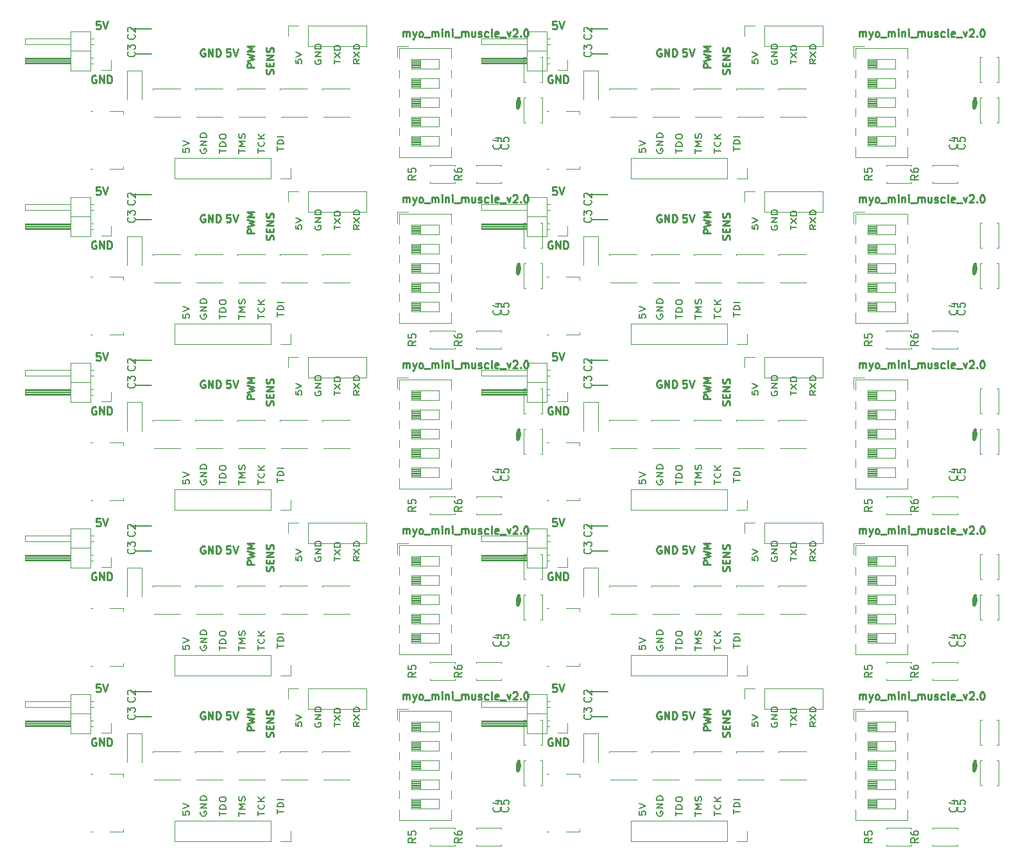
<source format=gbr>
G04 #@! TF.GenerationSoftware,KiCad,Pcbnew,5.0.2-bee76a0~70~ubuntu18.04.1*
G04 #@! TF.CreationDate,2019-05-14T10:35:03+02:00*
G04 #@! TF.ProjectId,m3_2x5_panel,6d335f32-7835-45f7-9061-6e656c2e6b69,rev?*
G04 #@! TF.SameCoordinates,Original*
G04 #@! TF.FileFunction,Legend,Top*
G04 #@! TF.FilePolarity,Positive*
%FSLAX46Y46*%
G04 Gerber Fmt 4.6, Leading zero omitted, Abs format (unit mm)*
G04 Created by KiCad (PCBNEW 5.0.2-bee76a0~70~ubuntu18.04.1) date Di 14 Mai 2019 10:35:03 CEST*
%MOMM*%
%LPD*%
G01*
G04 APERTURE LIST*
%ADD10C,0.200000*%
%ADD11C,0.250000*%
%ADD12C,0.120000*%
%ADD13C,0.150000*%
%ADD14C,0.010000*%
G04 APERTURE END LIST*
D10*
X159124704Y-140299914D02*
X159124704Y-139728485D01*
X159924704Y-140014200D02*
X159124704Y-140014200D01*
X159848514Y-138823723D02*
X159886609Y-138871342D01*
X159924704Y-139014200D01*
X159924704Y-139109438D01*
X159886609Y-139252295D01*
X159810419Y-139347533D01*
X159734228Y-139395152D01*
X159581847Y-139442771D01*
X159467561Y-139442771D01*
X159315180Y-139395152D01*
X159238990Y-139347533D01*
X159162800Y-139252295D01*
X159124704Y-139109438D01*
X159124704Y-139014200D01*
X159162800Y-138871342D01*
X159200895Y-138823723D01*
X159924704Y-138395152D02*
X159124704Y-138395152D01*
X159924704Y-137823723D02*
X159467561Y-138252295D01*
X159124704Y-137823723D02*
X159581847Y-138395152D01*
X98926704Y-140299914D02*
X98926704Y-139728485D01*
X99726704Y-140014200D02*
X98926704Y-140014200D01*
X99650514Y-138823723D02*
X99688609Y-138871342D01*
X99726704Y-139014200D01*
X99726704Y-139109438D01*
X99688609Y-139252295D01*
X99612419Y-139347533D01*
X99536228Y-139395152D01*
X99383847Y-139442771D01*
X99269561Y-139442771D01*
X99117180Y-139395152D01*
X99040990Y-139347533D01*
X98964800Y-139252295D01*
X98926704Y-139109438D01*
X98926704Y-139014200D01*
X98964800Y-138871342D01*
X99002895Y-138823723D01*
X99726704Y-138395152D02*
X98926704Y-138395152D01*
X99726704Y-137823723D02*
X99269561Y-138252295D01*
X98926704Y-137823723D02*
X99383847Y-138395152D01*
X159124704Y-118455914D02*
X159124704Y-117884485D01*
X159924704Y-118170200D02*
X159124704Y-118170200D01*
X159848514Y-116979723D02*
X159886609Y-117027342D01*
X159924704Y-117170200D01*
X159924704Y-117265438D01*
X159886609Y-117408295D01*
X159810419Y-117503533D01*
X159734228Y-117551152D01*
X159581847Y-117598771D01*
X159467561Y-117598771D01*
X159315180Y-117551152D01*
X159238990Y-117503533D01*
X159162800Y-117408295D01*
X159124704Y-117265438D01*
X159124704Y-117170200D01*
X159162800Y-117027342D01*
X159200895Y-116979723D01*
X159924704Y-116551152D02*
X159124704Y-116551152D01*
X159924704Y-115979723D02*
X159467561Y-116408295D01*
X159124704Y-115979723D02*
X159581847Y-116551152D01*
X98926704Y-118455914D02*
X98926704Y-117884485D01*
X99726704Y-118170200D02*
X98926704Y-118170200D01*
X99650514Y-116979723D02*
X99688609Y-117027342D01*
X99726704Y-117170200D01*
X99726704Y-117265438D01*
X99688609Y-117408295D01*
X99612419Y-117503533D01*
X99536228Y-117551152D01*
X99383847Y-117598771D01*
X99269561Y-117598771D01*
X99117180Y-117551152D01*
X99040990Y-117503533D01*
X98964800Y-117408295D01*
X98926704Y-117265438D01*
X98926704Y-117170200D01*
X98964800Y-117027342D01*
X99002895Y-116979723D01*
X99726704Y-116551152D02*
X98926704Y-116551152D01*
X99726704Y-115979723D02*
X99269561Y-116408295D01*
X98926704Y-115979723D02*
X99383847Y-116551152D01*
X159124704Y-96611914D02*
X159124704Y-96040485D01*
X159924704Y-96326200D02*
X159124704Y-96326200D01*
X159848514Y-95135723D02*
X159886609Y-95183342D01*
X159924704Y-95326200D01*
X159924704Y-95421438D01*
X159886609Y-95564295D01*
X159810419Y-95659533D01*
X159734228Y-95707152D01*
X159581847Y-95754771D01*
X159467561Y-95754771D01*
X159315180Y-95707152D01*
X159238990Y-95659533D01*
X159162800Y-95564295D01*
X159124704Y-95421438D01*
X159124704Y-95326200D01*
X159162800Y-95183342D01*
X159200895Y-95135723D01*
X159924704Y-94707152D02*
X159124704Y-94707152D01*
X159924704Y-94135723D02*
X159467561Y-94564295D01*
X159124704Y-94135723D02*
X159581847Y-94707152D01*
X98926704Y-96611914D02*
X98926704Y-96040485D01*
X99726704Y-96326200D02*
X98926704Y-96326200D01*
X99650514Y-95135723D02*
X99688609Y-95183342D01*
X99726704Y-95326200D01*
X99726704Y-95421438D01*
X99688609Y-95564295D01*
X99612419Y-95659533D01*
X99536228Y-95707152D01*
X99383847Y-95754771D01*
X99269561Y-95754771D01*
X99117180Y-95707152D01*
X99040990Y-95659533D01*
X98964800Y-95564295D01*
X98926704Y-95421438D01*
X98926704Y-95326200D01*
X98964800Y-95183342D01*
X99002895Y-95135723D01*
X99726704Y-94707152D02*
X98926704Y-94707152D01*
X99726704Y-94135723D02*
X99269561Y-94564295D01*
X98926704Y-94135723D02*
X99383847Y-94707152D01*
X159124704Y-74767914D02*
X159124704Y-74196485D01*
X159924704Y-74482200D02*
X159124704Y-74482200D01*
X159848514Y-73291723D02*
X159886609Y-73339342D01*
X159924704Y-73482200D01*
X159924704Y-73577438D01*
X159886609Y-73720295D01*
X159810419Y-73815533D01*
X159734228Y-73863152D01*
X159581847Y-73910771D01*
X159467561Y-73910771D01*
X159315180Y-73863152D01*
X159238990Y-73815533D01*
X159162800Y-73720295D01*
X159124704Y-73577438D01*
X159124704Y-73482200D01*
X159162800Y-73339342D01*
X159200895Y-73291723D01*
X159924704Y-72863152D02*
X159124704Y-72863152D01*
X159924704Y-72291723D02*
X159467561Y-72720295D01*
X159124704Y-72291723D02*
X159581847Y-72863152D01*
X98926704Y-74767914D02*
X98926704Y-74196485D01*
X99726704Y-74482200D02*
X98926704Y-74482200D01*
X99650514Y-73291723D02*
X99688609Y-73339342D01*
X99726704Y-73482200D01*
X99726704Y-73577438D01*
X99688609Y-73720295D01*
X99612419Y-73815533D01*
X99536228Y-73863152D01*
X99383847Y-73910771D01*
X99269561Y-73910771D01*
X99117180Y-73863152D01*
X99040990Y-73815533D01*
X98964800Y-73720295D01*
X98926704Y-73577438D01*
X98926704Y-73482200D01*
X98964800Y-73339342D01*
X99002895Y-73291723D01*
X99726704Y-72863152D02*
X98926704Y-72863152D01*
X99726704Y-72291723D02*
X99269561Y-72720295D01*
X98926704Y-72291723D02*
X99383847Y-72863152D01*
X159124704Y-52923914D02*
X159124704Y-52352485D01*
X159924704Y-52638200D02*
X159124704Y-52638200D01*
X159848514Y-51447723D02*
X159886609Y-51495342D01*
X159924704Y-51638200D01*
X159924704Y-51733438D01*
X159886609Y-51876295D01*
X159810419Y-51971533D01*
X159734228Y-52019152D01*
X159581847Y-52066771D01*
X159467561Y-52066771D01*
X159315180Y-52019152D01*
X159238990Y-51971533D01*
X159162800Y-51876295D01*
X159124704Y-51733438D01*
X159124704Y-51638200D01*
X159162800Y-51495342D01*
X159200895Y-51447723D01*
X159924704Y-51019152D02*
X159124704Y-51019152D01*
X159924704Y-50447723D02*
X159467561Y-50876295D01*
X159124704Y-50447723D02*
X159581847Y-51019152D01*
X154044704Y-140323723D02*
X154044704Y-139752295D01*
X154844704Y-140038009D02*
X154044704Y-140038009D01*
X154844704Y-139418961D02*
X154044704Y-139418961D01*
X154044704Y-139180866D01*
X154082800Y-139038009D01*
X154158990Y-138942771D01*
X154235180Y-138895152D01*
X154387561Y-138847533D01*
X154501847Y-138847533D01*
X154654228Y-138895152D01*
X154730419Y-138942771D01*
X154806609Y-139038009D01*
X154844704Y-139180866D01*
X154844704Y-139418961D01*
X154044704Y-138228485D02*
X154044704Y-138038009D01*
X154082800Y-137942771D01*
X154158990Y-137847533D01*
X154311371Y-137799914D01*
X154578038Y-137799914D01*
X154730419Y-137847533D01*
X154806609Y-137942771D01*
X154844704Y-138038009D01*
X154844704Y-138228485D01*
X154806609Y-138323723D01*
X154730419Y-138418961D01*
X154578038Y-138466580D01*
X154311371Y-138466580D01*
X154158990Y-138418961D01*
X154082800Y-138323723D01*
X154044704Y-138228485D01*
X93846704Y-140323723D02*
X93846704Y-139752295D01*
X94646704Y-140038009D02*
X93846704Y-140038009D01*
X94646704Y-139418961D02*
X93846704Y-139418961D01*
X93846704Y-139180866D01*
X93884800Y-139038009D01*
X93960990Y-138942771D01*
X94037180Y-138895152D01*
X94189561Y-138847533D01*
X94303847Y-138847533D01*
X94456228Y-138895152D01*
X94532419Y-138942771D01*
X94608609Y-139038009D01*
X94646704Y-139180866D01*
X94646704Y-139418961D01*
X93846704Y-138228485D02*
X93846704Y-138038009D01*
X93884800Y-137942771D01*
X93960990Y-137847533D01*
X94113371Y-137799914D01*
X94380038Y-137799914D01*
X94532419Y-137847533D01*
X94608609Y-137942771D01*
X94646704Y-138038009D01*
X94646704Y-138228485D01*
X94608609Y-138323723D01*
X94532419Y-138418961D01*
X94380038Y-138466580D01*
X94113371Y-138466580D01*
X93960990Y-138418961D01*
X93884800Y-138323723D01*
X93846704Y-138228485D01*
X154044704Y-118479723D02*
X154044704Y-117908295D01*
X154844704Y-118194009D02*
X154044704Y-118194009D01*
X154844704Y-117574961D02*
X154044704Y-117574961D01*
X154044704Y-117336866D01*
X154082800Y-117194009D01*
X154158990Y-117098771D01*
X154235180Y-117051152D01*
X154387561Y-117003533D01*
X154501847Y-117003533D01*
X154654228Y-117051152D01*
X154730419Y-117098771D01*
X154806609Y-117194009D01*
X154844704Y-117336866D01*
X154844704Y-117574961D01*
X154044704Y-116384485D02*
X154044704Y-116194009D01*
X154082800Y-116098771D01*
X154158990Y-116003533D01*
X154311371Y-115955914D01*
X154578038Y-115955914D01*
X154730419Y-116003533D01*
X154806609Y-116098771D01*
X154844704Y-116194009D01*
X154844704Y-116384485D01*
X154806609Y-116479723D01*
X154730419Y-116574961D01*
X154578038Y-116622580D01*
X154311371Y-116622580D01*
X154158990Y-116574961D01*
X154082800Y-116479723D01*
X154044704Y-116384485D01*
X93846704Y-118479723D02*
X93846704Y-117908295D01*
X94646704Y-118194009D02*
X93846704Y-118194009D01*
X94646704Y-117574961D02*
X93846704Y-117574961D01*
X93846704Y-117336866D01*
X93884800Y-117194009D01*
X93960990Y-117098771D01*
X94037180Y-117051152D01*
X94189561Y-117003533D01*
X94303847Y-117003533D01*
X94456228Y-117051152D01*
X94532419Y-117098771D01*
X94608609Y-117194009D01*
X94646704Y-117336866D01*
X94646704Y-117574961D01*
X93846704Y-116384485D02*
X93846704Y-116194009D01*
X93884800Y-116098771D01*
X93960990Y-116003533D01*
X94113371Y-115955914D01*
X94380038Y-115955914D01*
X94532419Y-116003533D01*
X94608609Y-116098771D01*
X94646704Y-116194009D01*
X94646704Y-116384485D01*
X94608609Y-116479723D01*
X94532419Y-116574961D01*
X94380038Y-116622580D01*
X94113371Y-116622580D01*
X93960990Y-116574961D01*
X93884800Y-116479723D01*
X93846704Y-116384485D01*
X154044704Y-96635723D02*
X154044704Y-96064295D01*
X154844704Y-96350009D02*
X154044704Y-96350009D01*
X154844704Y-95730961D02*
X154044704Y-95730961D01*
X154044704Y-95492866D01*
X154082800Y-95350009D01*
X154158990Y-95254771D01*
X154235180Y-95207152D01*
X154387561Y-95159533D01*
X154501847Y-95159533D01*
X154654228Y-95207152D01*
X154730419Y-95254771D01*
X154806609Y-95350009D01*
X154844704Y-95492866D01*
X154844704Y-95730961D01*
X154044704Y-94540485D02*
X154044704Y-94350009D01*
X154082800Y-94254771D01*
X154158990Y-94159533D01*
X154311371Y-94111914D01*
X154578038Y-94111914D01*
X154730419Y-94159533D01*
X154806609Y-94254771D01*
X154844704Y-94350009D01*
X154844704Y-94540485D01*
X154806609Y-94635723D01*
X154730419Y-94730961D01*
X154578038Y-94778580D01*
X154311371Y-94778580D01*
X154158990Y-94730961D01*
X154082800Y-94635723D01*
X154044704Y-94540485D01*
X93846704Y-96635723D02*
X93846704Y-96064295D01*
X94646704Y-96350009D02*
X93846704Y-96350009D01*
X94646704Y-95730961D02*
X93846704Y-95730961D01*
X93846704Y-95492866D01*
X93884800Y-95350009D01*
X93960990Y-95254771D01*
X94037180Y-95207152D01*
X94189561Y-95159533D01*
X94303847Y-95159533D01*
X94456228Y-95207152D01*
X94532419Y-95254771D01*
X94608609Y-95350009D01*
X94646704Y-95492866D01*
X94646704Y-95730961D01*
X93846704Y-94540485D02*
X93846704Y-94350009D01*
X93884800Y-94254771D01*
X93960990Y-94159533D01*
X94113371Y-94111914D01*
X94380038Y-94111914D01*
X94532419Y-94159533D01*
X94608609Y-94254771D01*
X94646704Y-94350009D01*
X94646704Y-94540485D01*
X94608609Y-94635723D01*
X94532419Y-94730961D01*
X94380038Y-94778580D01*
X94113371Y-94778580D01*
X93960990Y-94730961D01*
X93884800Y-94635723D01*
X93846704Y-94540485D01*
X154044704Y-74791723D02*
X154044704Y-74220295D01*
X154844704Y-74506009D02*
X154044704Y-74506009D01*
X154844704Y-73886961D02*
X154044704Y-73886961D01*
X154044704Y-73648866D01*
X154082800Y-73506009D01*
X154158990Y-73410771D01*
X154235180Y-73363152D01*
X154387561Y-73315533D01*
X154501847Y-73315533D01*
X154654228Y-73363152D01*
X154730419Y-73410771D01*
X154806609Y-73506009D01*
X154844704Y-73648866D01*
X154844704Y-73886961D01*
X154044704Y-72696485D02*
X154044704Y-72506009D01*
X154082800Y-72410771D01*
X154158990Y-72315533D01*
X154311371Y-72267914D01*
X154578038Y-72267914D01*
X154730419Y-72315533D01*
X154806609Y-72410771D01*
X154844704Y-72506009D01*
X154844704Y-72696485D01*
X154806609Y-72791723D01*
X154730419Y-72886961D01*
X154578038Y-72934580D01*
X154311371Y-72934580D01*
X154158990Y-72886961D01*
X154082800Y-72791723D01*
X154044704Y-72696485D01*
X93846704Y-74791723D02*
X93846704Y-74220295D01*
X94646704Y-74506009D02*
X93846704Y-74506009D01*
X94646704Y-73886961D02*
X93846704Y-73886961D01*
X93846704Y-73648866D01*
X93884800Y-73506009D01*
X93960990Y-73410771D01*
X94037180Y-73363152D01*
X94189561Y-73315533D01*
X94303847Y-73315533D01*
X94456228Y-73363152D01*
X94532419Y-73410771D01*
X94608609Y-73506009D01*
X94646704Y-73648866D01*
X94646704Y-73886961D01*
X93846704Y-72696485D02*
X93846704Y-72506009D01*
X93884800Y-72410771D01*
X93960990Y-72315533D01*
X94113371Y-72267914D01*
X94380038Y-72267914D01*
X94532419Y-72315533D01*
X94608609Y-72410771D01*
X94646704Y-72506009D01*
X94646704Y-72696485D01*
X94608609Y-72791723D01*
X94532419Y-72886961D01*
X94380038Y-72934580D01*
X94113371Y-72934580D01*
X93960990Y-72886961D01*
X93884800Y-72791723D01*
X93846704Y-72696485D01*
X154044704Y-52947723D02*
X154044704Y-52376295D01*
X154844704Y-52662009D02*
X154044704Y-52662009D01*
X154844704Y-52042961D02*
X154044704Y-52042961D01*
X154044704Y-51804866D01*
X154082800Y-51662009D01*
X154158990Y-51566771D01*
X154235180Y-51519152D01*
X154387561Y-51471533D01*
X154501847Y-51471533D01*
X154654228Y-51519152D01*
X154730419Y-51566771D01*
X154806609Y-51662009D01*
X154844704Y-51804866D01*
X154844704Y-52042961D01*
X154044704Y-50852485D02*
X154044704Y-50662009D01*
X154082800Y-50566771D01*
X154158990Y-50471533D01*
X154311371Y-50423914D01*
X154578038Y-50423914D01*
X154730419Y-50471533D01*
X154806609Y-50566771D01*
X154844704Y-50662009D01*
X154844704Y-50852485D01*
X154806609Y-50947723D01*
X154730419Y-51042961D01*
X154578038Y-51090580D01*
X154311371Y-51090580D01*
X154158990Y-51042961D01*
X154082800Y-50947723D01*
X154044704Y-50852485D01*
X164066704Y-127994676D02*
X164066704Y-128470866D01*
X164447657Y-128518485D01*
X164409561Y-128470866D01*
X164371466Y-128375628D01*
X164371466Y-128137533D01*
X164409561Y-128042295D01*
X164447657Y-127994676D01*
X164523847Y-127947057D01*
X164714323Y-127947057D01*
X164790514Y-127994676D01*
X164828609Y-128042295D01*
X164866704Y-128137533D01*
X164866704Y-128375628D01*
X164828609Y-128470866D01*
X164790514Y-128518485D01*
X164066704Y-127661342D02*
X164866704Y-127328009D01*
X164066704Y-126994676D01*
X103868704Y-127994676D02*
X103868704Y-128470866D01*
X104249657Y-128518485D01*
X104211561Y-128470866D01*
X104173466Y-128375628D01*
X104173466Y-128137533D01*
X104211561Y-128042295D01*
X104249657Y-127994676D01*
X104325847Y-127947057D01*
X104516323Y-127947057D01*
X104592514Y-127994676D01*
X104630609Y-128042295D01*
X104668704Y-128137533D01*
X104668704Y-128375628D01*
X104630609Y-128470866D01*
X104592514Y-128518485D01*
X103868704Y-127661342D02*
X104668704Y-127328009D01*
X103868704Y-126994676D01*
X164066704Y-106150676D02*
X164066704Y-106626866D01*
X164447657Y-106674485D01*
X164409561Y-106626866D01*
X164371466Y-106531628D01*
X164371466Y-106293533D01*
X164409561Y-106198295D01*
X164447657Y-106150676D01*
X164523847Y-106103057D01*
X164714323Y-106103057D01*
X164790514Y-106150676D01*
X164828609Y-106198295D01*
X164866704Y-106293533D01*
X164866704Y-106531628D01*
X164828609Y-106626866D01*
X164790514Y-106674485D01*
X164066704Y-105817342D02*
X164866704Y-105484009D01*
X164066704Y-105150676D01*
X103868704Y-106150676D02*
X103868704Y-106626866D01*
X104249657Y-106674485D01*
X104211561Y-106626866D01*
X104173466Y-106531628D01*
X104173466Y-106293533D01*
X104211561Y-106198295D01*
X104249657Y-106150676D01*
X104325847Y-106103057D01*
X104516323Y-106103057D01*
X104592514Y-106150676D01*
X104630609Y-106198295D01*
X104668704Y-106293533D01*
X104668704Y-106531628D01*
X104630609Y-106626866D01*
X104592514Y-106674485D01*
X103868704Y-105817342D02*
X104668704Y-105484009D01*
X103868704Y-105150676D01*
X164066704Y-84306676D02*
X164066704Y-84782866D01*
X164447657Y-84830485D01*
X164409561Y-84782866D01*
X164371466Y-84687628D01*
X164371466Y-84449533D01*
X164409561Y-84354295D01*
X164447657Y-84306676D01*
X164523847Y-84259057D01*
X164714323Y-84259057D01*
X164790514Y-84306676D01*
X164828609Y-84354295D01*
X164866704Y-84449533D01*
X164866704Y-84687628D01*
X164828609Y-84782866D01*
X164790514Y-84830485D01*
X164066704Y-83973342D02*
X164866704Y-83640009D01*
X164066704Y-83306676D01*
X103868704Y-84306676D02*
X103868704Y-84782866D01*
X104249657Y-84830485D01*
X104211561Y-84782866D01*
X104173466Y-84687628D01*
X104173466Y-84449533D01*
X104211561Y-84354295D01*
X104249657Y-84306676D01*
X104325847Y-84259057D01*
X104516323Y-84259057D01*
X104592514Y-84306676D01*
X104630609Y-84354295D01*
X104668704Y-84449533D01*
X104668704Y-84687628D01*
X104630609Y-84782866D01*
X104592514Y-84830485D01*
X103868704Y-83973342D02*
X104668704Y-83640009D01*
X103868704Y-83306676D01*
X164066704Y-62462676D02*
X164066704Y-62938866D01*
X164447657Y-62986485D01*
X164409561Y-62938866D01*
X164371466Y-62843628D01*
X164371466Y-62605533D01*
X164409561Y-62510295D01*
X164447657Y-62462676D01*
X164523847Y-62415057D01*
X164714323Y-62415057D01*
X164790514Y-62462676D01*
X164828609Y-62510295D01*
X164866704Y-62605533D01*
X164866704Y-62843628D01*
X164828609Y-62938866D01*
X164790514Y-62986485D01*
X164066704Y-62129342D02*
X164866704Y-61796009D01*
X164066704Y-61462676D01*
X103868704Y-62462676D02*
X103868704Y-62938866D01*
X104249657Y-62986485D01*
X104211561Y-62938866D01*
X104173466Y-62843628D01*
X104173466Y-62605533D01*
X104211561Y-62510295D01*
X104249657Y-62462676D01*
X104325847Y-62415057D01*
X104516323Y-62415057D01*
X104592514Y-62462676D01*
X104630609Y-62510295D01*
X104668704Y-62605533D01*
X104668704Y-62843628D01*
X104630609Y-62938866D01*
X104592514Y-62986485D01*
X103868704Y-62129342D02*
X104668704Y-61796009D01*
X103868704Y-61462676D01*
X164066704Y-40618676D02*
X164066704Y-41094866D01*
X164447657Y-41142485D01*
X164409561Y-41094866D01*
X164371466Y-40999628D01*
X164371466Y-40761533D01*
X164409561Y-40666295D01*
X164447657Y-40618676D01*
X164523847Y-40571057D01*
X164714323Y-40571057D01*
X164790514Y-40618676D01*
X164828609Y-40666295D01*
X164866704Y-40761533D01*
X164866704Y-40999628D01*
X164828609Y-41094866D01*
X164790514Y-41142485D01*
X164066704Y-40285342D02*
X164866704Y-39952009D01*
X164066704Y-39618676D01*
X169146704Y-128558104D02*
X169146704Y-127986676D01*
X169946704Y-128272390D02*
X169146704Y-128272390D01*
X169146704Y-127748580D02*
X169946704Y-127081914D01*
X169146704Y-127081914D02*
X169946704Y-127748580D01*
X169946704Y-126700961D02*
X169146704Y-126700961D01*
X169146704Y-126462866D01*
X169184800Y-126320009D01*
X169260990Y-126224771D01*
X169337180Y-126177152D01*
X169489561Y-126129533D01*
X169603847Y-126129533D01*
X169756228Y-126177152D01*
X169832419Y-126224771D01*
X169908609Y-126320009D01*
X169946704Y-126462866D01*
X169946704Y-126700961D01*
X108948704Y-128558104D02*
X108948704Y-127986676D01*
X109748704Y-128272390D02*
X108948704Y-128272390D01*
X108948704Y-127748580D02*
X109748704Y-127081914D01*
X108948704Y-127081914D02*
X109748704Y-127748580D01*
X109748704Y-126700961D02*
X108948704Y-126700961D01*
X108948704Y-126462866D01*
X108986800Y-126320009D01*
X109062990Y-126224771D01*
X109139180Y-126177152D01*
X109291561Y-126129533D01*
X109405847Y-126129533D01*
X109558228Y-126177152D01*
X109634419Y-126224771D01*
X109710609Y-126320009D01*
X109748704Y-126462866D01*
X109748704Y-126700961D01*
X169146704Y-106714104D02*
X169146704Y-106142676D01*
X169946704Y-106428390D02*
X169146704Y-106428390D01*
X169146704Y-105904580D02*
X169946704Y-105237914D01*
X169146704Y-105237914D02*
X169946704Y-105904580D01*
X169946704Y-104856961D02*
X169146704Y-104856961D01*
X169146704Y-104618866D01*
X169184800Y-104476009D01*
X169260990Y-104380771D01*
X169337180Y-104333152D01*
X169489561Y-104285533D01*
X169603847Y-104285533D01*
X169756228Y-104333152D01*
X169832419Y-104380771D01*
X169908609Y-104476009D01*
X169946704Y-104618866D01*
X169946704Y-104856961D01*
X108948704Y-106714104D02*
X108948704Y-106142676D01*
X109748704Y-106428390D02*
X108948704Y-106428390D01*
X108948704Y-105904580D02*
X109748704Y-105237914D01*
X108948704Y-105237914D02*
X109748704Y-105904580D01*
X109748704Y-104856961D02*
X108948704Y-104856961D01*
X108948704Y-104618866D01*
X108986800Y-104476009D01*
X109062990Y-104380771D01*
X109139180Y-104333152D01*
X109291561Y-104285533D01*
X109405847Y-104285533D01*
X109558228Y-104333152D01*
X109634419Y-104380771D01*
X109710609Y-104476009D01*
X109748704Y-104618866D01*
X109748704Y-104856961D01*
X169146704Y-84870104D02*
X169146704Y-84298676D01*
X169946704Y-84584390D02*
X169146704Y-84584390D01*
X169146704Y-84060580D02*
X169946704Y-83393914D01*
X169146704Y-83393914D02*
X169946704Y-84060580D01*
X169946704Y-83012961D02*
X169146704Y-83012961D01*
X169146704Y-82774866D01*
X169184800Y-82632009D01*
X169260990Y-82536771D01*
X169337180Y-82489152D01*
X169489561Y-82441533D01*
X169603847Y-82441533D01*
X169756228Y-82489152D01*
X169832419Y-82536771D01*
X169908609Y-82632009D01*
X169946704Y-82774866D01*
X169946704Y-83012961D01*
X108948704Y-84870104D02*
X108948704Y-84298676D01*
X109748704Y-84584390D02*
X108948704Y-84584390D01*
X108948704Y-84060580D02*
X109748704Y-83393914D01*
X108948704Y-83393914D02*
X109748704Y-84060580D01*
X109748704Y-83012961D02*
X108948704Y-83012961D01*
X108948704Y-82774866D01*
X108986800Y-82632009D01*
X109062990Y-82536771D01*
X109139180Y-82489152D01*
X109291561Y-82441533D01*
X109405847Y-82441533D01*
X109558228Y-82489152D01*
X109634419Y-82536771D01*
X109710609Y-82632009D01*
X109748704Y-82774866D01*
X109748704Y-83012961D01*
X169146704Y-63026104D02*
X169146704Y-62454676D01*
X169946704Y-62740390D02*
X169146704Y-62740390D01*
X169146704Y-62216580D02*
X169946704Y-61549914D01*
X169146704Y-61549914D02*
X169946704Y-62216580D01*
X169946704Y-61168961D02*
X169146704Y-61168961D01*
X169146704Y-60930866D01*
X169184800Y-60788009D01*
X169260990Y-60692771D01*
X169337180Y-60645152D01*
X169489561Y-60597533D01*
X169603847Y-60597533D01*
X169756228Y-60645152D01*
X169832419Y-60692771D01*
X169908609Y-60788009D01*
X169946704Y-60930866D01*
X169946704Y-61168961D01*
X108948704Y-63026104D02*
X108948704Y-62454676D01*
X109748704Y-62740390D02*
X108948704Y-62740390D01*
X108948704Y-62216580D02*
X109748704Y-61549914D01*
X108948704Y-61549914D02*
X109748704Y-62216580D01*
X109748704Y-61168961D02*
X108948704Y-61168961D01*
X108948704Y-60930866D01*
X108986800Y-60788009D01*
X109062990Y-60692771D01*
X109139180Y-60645152D01*
X109291561Y-60597533D01*
X109405847Y-60597533D01*
X109558228Y-60645152D01*
X109634419Y-60692771D01*
X109710609Y-60788009D01*
X109748704Y-60930866D01*
X109748704Y-61168961D01*
X169146704Y-41182104D02*
X169146704Y-40610676D01*
X169946704Y-40896390D02*
X169146704Y-40896390D01*
X169146704Y-40372580D02*
X169946704Y-39705914D01*
X169146704Y-39705914D02*
X169946704Y-40372580D01*
X169946704Y-39324961D02*
X169146704Y-39324961D01*
X169146704Y-39086866D01*
X169184800Y-38944009D01*
X169260990Y-38848771D01*
X169337180Y-38801152D01*
X169489561Y-38753533D01*
X169603847Y-38753533D01*
X169756228Y-38801152D01*
X169832419Y-38848771D01*
X169908609Y-38944009D01*
X169946704Y-39086866D01*
X169946704Y-39324961D01*
X166644800Y-128058104D02*
X166606704Y-128153342D01*
X166606704Y-128296200D01*
X166644800Y-128439057D01*
X166720990Y-128534295D01*
X166797180Y-128581914D01*
X166949561Y-128629533D01*
X167063847Y-128629533D01*
X167216228Y-128581914D01*
X167292419Y-128534295D01*
X167368609Y-128439057D01*
X167406704Y-128296200D01*
X167406704Y-128200961D01*
X167368609Y-128058104D01*
X167330514Y-128010485D01*
X167063847Y-128010485D01*
X167063847Y-128200961D01*
X167406704Y-127581914D02*
X166606704Y-127581914D01*
X167406704Y-127010485D01*
X166606704Y-127010485D01*
X167406704Y-126534295D02*
X166606704Y-126534295D01*
X166606704Y-126296200D01*
X166644800Y-126153342D01*
X166720990Y-126058104D01*
X166797180Y-126010485D01*
X166949561Y-125962866D01*
X167063847Y-125962866D01*
X167216228Y-126010485D01*
X167292419Y-126058104D01*
X167368609Y-126153342D01*
X167406704Y-126296200D01*
X167406704Y-126534295D01*
X106446800Y-128058104D02*
X106408704Y-128153342D01*
X106408704Y-128296200D01*
X106446800Y-128439057D01*
X106522990Y-128534295D01*
X106599180Y-128581914D01*
X106751561Y-128629533D01*
X106865847Y-128629533D01*
X107018228Y-128581914D01*
X107094419Y-128534295D01*
X107170609Y-128439057D01*
X107208704Y-128296200D01*
X107208704Y-128200961D01*
X107170609Y-128058104D01*
X107132514Y-128010485D01*
X106865847Y-128010485D01*
X106865847Y-128200961D01*
X107208704Y-127581914D02*
X106408704Y-127581914D01*
X107208704Y-127010485D01*
X106408704Y-127010485D01*
X107208704Y-126534295D02*
X106408704Y-126534295D01*
X106408704Y-126296200D01*
X106446800Y-126153342D01*
X106522990Y-126058104D01*
X106599180Y-126010485D01*
X106751561Y-125962866D01*
X106865847Y-125962866D01*
X107018228Y-126010485D01*
X107094419Y-126058104D01*
X107170609Y-126153342D01*
X107208704Y-126296200D01*
X107208704Y-126534295D01*
X166644800Y-106214104D02*
X166606704Y-106309342D01*
X166606704Y-106452200D01*
X166644800Y-106595057D01*
X166720990Y-106690295D01*
X166797180Y-106737914D01*
X166949561Y-106785533D01*
X167063847Y-106785533D01*
X167216228Y-106737914D01*
X167292419Y-106690295D01*
X167368609Y-106595057D01*
X167406704Y-106452200D01*
X167406704Y-106356961D01*
X167368609Y-106214104D01*
X167330514Y-106166485D01*
X167063847Y-106166485D01*
X167063847Y-106356961D01*
X167406704Y-105737914D02*
X166606704Y-105737914D01*
X167406704Y-105166485D01*
X166606704Y-105166485D01*
X167406704Y-104690295D02*
X166606704Y-104690295D01*
X166606704Y-104452200D01*
X166644800Y-104309342D01*
X166720990Y-104214104D01*
X166797180Y-104166485D01*
X166949561Y-104118866D01*
X167063847Y-104118866D01*
X167216228Y-104166485D01*
X167292419Y-104214104D01*
X167368609Y-104309342D01*
X167406704Y-104452200D01*
X167406704Y-104690295D01*
X106446800Y-106214104D02*
X106408704Y-106309342D01*
X106408704Y-106452200D01*
X106446800Y-106595057D01*
X106522990Y-106690295D01*
X106599180Y-106737914D01*
X106751561Y-106785533D01*
X106865847Y-106785533D01*
X107018228Y-106737914D01*
X107094419Y-106690295D01*
X107170609Y-106595057D01*
X107208704Y-106452200D01*
X107208704Y-106356961D01*
X107170609Y-106214104D01*
X107132514Y-106166485D01*
X106865847Y-106166485D01*
X106865847Y-106356961D01*
X107208704Y-105737914D02*
X106408704Y-105737914D01*
X107208704Y-105166485D01*
X106408704Y-105166485D01*
X107208704Y-104690295D02*
X106408704Y-104690295D01*
X106408704Y-104452200D01*
X106446800Y-104309342D01*
X106522990Y-104214104D01*
X106599180Y-104166485D01*
X106751561Y-104118866D01*
X106865847Y-104118866D01*
X107018228Y-104166485D01*
X107094419Y-104214104D01*
X107170609Y-104309342D01*
X107208704Y-104452200D01*
X107208704Y-104690295D01*
X166644800Y-84370104D02*
X166606704Y-84465342D01*
X166606704Y-84608200D01*
X166644800Y-84751057D01*
X166720990Y-84846295D01*
X166797180Y-84893914D01*
X166949561Y-84941533D01*
X167063847Y-84941533D01*
X167216228Y-84893914D01*
X167292419Y-84846295D01*
X167368609Y-84751057D01*
X167406704Y-84608200D01*
X167406704Y-84512961D01*
X167368609Y-84370104D01*
X167330514Y-84322485D01*
X167063847Y-84322485D01*
X167063847Y-84512961D01*
X167406704Y-83893914D02*
X166606704Y-83893914D01*
X167406704Y-83322485D01*
X166606704Y-83322485D01*
X167406704Y-82846295D02*
X166606704Y-82846295D01*
X166606704Y-82608200D01*
X166644800Y-82465342D01*
X166720990Y-82370104D01*
X166797180Y-82322485D01*
X166949561Y-82274866D01*
X167063847Y-82274866D01*
X167216228Y-82322485D01*
X167292419Y-82370104D01*
X167368609Y-82465342D01*
X167406704Y-82608200D01*
X167406704Y-82846295D01*
X106446800Y-84370104D02*
X106408704Y-84465342D01*
X106408704Y-84608200D01*
X106446800Y-84751057D01*
X106522990Y-84846295D01*
X106599180Y-84893914D01*
X106751561Y-84941533D01*
X106865847Y-84941533D01*
X107018228Y-84893914D01*
X107094419Y-84846295D01*
X107170609Y-84751057D01*
X107208704Y-84608200D01*
X107208704Y-84512961D01*
X107170609Y-84370104D01*
X107132514Y-84322485D01*
X106865847Y-84322485D01*
X106865847Y-84512961D01*
X107208704Y-83893914D02*
X106408704Y-83893914D01*
X107208704Y-83322485D01*
X106408704Y-83322485D01*
X107208704Y-82846295D02*
X106408704Y-82846295D01*
X106408704Y-82608200D01*
X106446800Y-82465342D01*
X106522990Y-82370104D01*
X106599180Y-82322485D01*
X106751561Y-82274866D01*
X106865847Y-82274866D01*
X107018228Y-82322485D01*
X107094419Y-82370104D01*
X107170609Y-82465342D01*
X107208704Y-82608200D01*
X107208704Y-82846295D01*
X166644800Y-62526104D02*
X166606704Y-62621342D01*
X166606704Y-62764200D01*
X166644800Y-62907057D01*
X166720990Y-63002295D01*
X166797180Y-63049914D01*
X166949561Y-63097533D01*
X167063847Y-63097533D01*
X167216228Y-63049914D01*
X167292419Y-63002295D01*
X167368609Y-62907057D01*
X167406704Y-62764200D01*
X167406704Y-62668961D01*
X167368609Y-62526104D01*
X167330514Y-62478485D01*
X167063847Y-62478485D01*
X167063847Y-62668961D01*
X167406704Y-62049914D02*
X166606704Y-62049914D01*
X167406704Y-61478485D01*
X166606704Y-61478485D01*
X167406704Y-61002295D02*
X166606704Y-61002295D01*
X166606704Y-60764200D01*
X166644800Y-60621342D01*
X166720990Y-60526104D01*
X166797180Y-60478485D01*
X166949561Y-60430866D01*
X167063847Y-60430866D01*
X167216228Y-60478485D01*
X167292419Y-60526104D01*
X167368609Y-60621342D01*
X167406704Y-60764200D01*
X167406704Y-61002295D01*
X106446800Y-62526104D02*
X106408704Y-62621342D01*
X106408704Y-62764200D01*
X106446800Y-62907057D01*
X106522990Y-63002295D01*
X106599180Y-63049914D01*
X106751561Y-63097533D01*
X106865847Y-63097533D01*
X107018228Y-63049914D01*
X107094419Y-63002295D01*
X107170609Y-62907057D01*
X107208704Y-62764200D01*
X107208704Y-62668961D01*
X107170609Y-62526104D01*
X107132514Y-62478485D01*
X106865847Y-62478485D01*
X106865847Y-62668961D01*
X107208704Y-62049914D02*
X106408704Y-62049914D01*
X107208704Y-61478485D01*
X106408704Y-61478485D01*
X107208704Y-61002295D02*
X106408704Y-61002295D01*
X106408704Y-60764200D01*
X106446800Y-60621342D01*
X106522990Y-60526104D01*
X106599180Y-60478485D01*
X106751561Y-60430866D01*
X106865847Y-60430866D01*
X107018228Y-60478485D01*
X107094419Y-60526104D01*
X107170609Y-60621342D01*
X107208704Y-60764200D01*
X107208704Y-61002295D01*
X166644800Y-40682104D02*
X166606704Y-40777342D01*
X166606704Y-40920200D01*
X166644800Y-41063057D01*
X166720990Y-41158295D01*
X166797180Y-41205914D01*
X166949561Y-41253533D01*
X167063847Y-41253533D01*
X167216228Y-41205914D01*
X167292419Y-41158295D01*
X167368609Y-41063057D01*
X167406704Y-40920200D01*
X167406704Y-40824961D01*
X167368609Y-40682104D01*
X167330514Y-40634485D01*
X167063847Y-40634485D01*
X167063847Y-40824961D01*
X167406704Y-40205914D02*
X166606704Y-40205914D01*
X167406704Y-39634485D01*
X166606704Y-39634485D01*
X167406704Y-39158295D02*
X166606704Y-39158295D01*
X166606704Y-38920200D01*
X166644800Y-38777342D01*
X166720990Y-38682104D01*
X166797180Y-38634485D01*
X166949561Y-38586866D01*
X167063847Y-38586866D01*
X167216228Y-38634485D01*
X167292419Y-38682104D01*
X167368609Y-38777342D01*
X167406704Y-38920200D01*
X167406704Y-39158295D01*
D11*
X161129561Y-129884295D02*
X161177180Y-129741438D01*
X161177180Y-129503342D01*
X161129561Y-129408104D01*
X161081942Y-129360485D01*
X160986704Y-129312866D01*
X160891466Y-129312866D01*
X160796228Y-129360485D01*
X160748609Y-129408104D01*
X160700990Y-129503342D01*
X160653371Y-129693819D01*
X160605752Y-129789057D01*
X160558133Y-129836676D01*
X160462895Y-129884295D01*
X160367657Y-129884295D01*
X160272419Y-129836676D01*
X160224800Y-129789057D01*
X160177180Y-129693819D01*
X160177180Y-129455723D01*
X160224800Y-129312866D01*
X160653371Y-128884295D02*
X160653371Y-128550961D01*
X161177180Y-128408104D02*
X161177180Y-128884295D01*
X160177180Y-128884295D01*
X160177180Y-128408104D01*
X161177180Y-127979533D02*
X160177180Y-127979533D01*
X161177180Y-127408104D01*
X160177180Y-127408104D01*
X161129561Y-126979533D02*
X161177180Y-126836676D01*
X161177180Y-126598580D01*
X161129561Y-126503342D01*
X161081942Y-126455723D01*
X160986704Y-126408104D01*
X160891466Y-126408104D01*
X160796228Y-126455723D01*
X160748609Y-126503342D01*
X160700990Y-126598580D01*
X160653371Y-126789057D01*
X160605752Y-126884295D01*
X160558133Y-126931914D01*
X160462895Y-126979533D01*
X160367657Y-126979533D01*
X160272419Y-126931914D01*
X160224800Y-126884295D01*
X160177180Y-126789057D01*
X160177180Y-126550961D01*
X160224800Y-126408104D01*
X100931561Y-129884295D02*
X100979180Y-129741438D01*
X100979180Y-129503342D01*
X100931561Y-129408104D01*
X100883942Y-129360485D01*
X100788704Y-129312866D01*
X100693466Y-129312866D01*
X100598228Y-129360485D01*
X100550609Y-129408104D01*
X100502990Y-129503342D01*
X100455371Y-129693819D01*
X100407752Y-129789057D01*
X100360133Y-129836676D01*
X100264895Y-129884295D01*
X100169657Y-129884295D01*
X100074419Y-129836676D01*
X100026800Y-129789057D01*
X99979180Y-129693819D01*
X99979180Y-129455723D01*
X100026800Y-129312866D01*
X100455371Y-128884295D02*
X100455371Y-128550961D01*
X100979180Y-128408104D02*
X100979180Y-128884295D01*
X99979180Y-128884295D01*
X99979180Y-128408104D01*
X100979180Y-127979533D02*
X99979180Y-127979533D01*
X100979180Y-127408104D01*
X99979180Y-127408104D01*
X100931561Y-126979533D02*
X100979180Y-126836676D01*
X100979180Y-126598580D01*
X100931561Y-126503342D01*
X100883942Y-126455723D01*
X100788704Y-126408104D01*
X100693466Y-126408104D01*
X100598228Y-126455723D01*
X100550609Y-126503342D01*
X100502990Y-126598580D01*
X100455371Y-126789057D01*
X100407752Y-126884295D01*
X100360133Y-126931914D01*
X100264895Y-126979533D01*
X100169657Y-126979533D01*
X100074419Y-126931914D01*
X100026800Y-126884295D01*
X99979180Y-126789057D01*
X99979180Y-126550961D01*
X100026800Y-126408104D01*
X161129561Y-108040295D02*
X161177180Y-107897438D01*
X161177180Y-107659342D01*
X161129561Y-107564104D01*
X161081942Y-107516485D01*
X160986704Y-107468866D01*
X160891466Y-107468866D01*
X160796228Y-107516485D01*
X160748609Y-107564104D01*
X160700990Y-107659342D01*
X160653371Y-107849819D01*
X160605752Y-107945057D01*
X160558133Y-107992676D01*
X160462895Y-108040295D01*
X160367657Y-108040295D01*
X160272419Y-107992676D01*
X160224800Y-107945057D01*
X160177180Y-107849819D01*
X160177180Y-107611723D01*
X160224800Y-107468866D01*
X160653371Y-107040295D02*
X160653371Y-106706961D01*
X161177180Y-106564104D02*
X161177180Y-107040295D01*
X160177180Y-107040295D01*
X160177180Y-106564104D01*
X161177180Y-106135533D02*
X160177180Y-106135533D01*
X161177180Y-105564104D01*
X160177180Y-105564104D01*
X161129561Y-105135533D02*
X161177180Y-104992676D01*
X161177180Y-104754580D01*
X161129561Y-104659342D01*
X161081942Y-104611723D01*
X160986704Y-104564104D01*
X160891466Y-104564104D01*
X160796228Y-104611723D01*
X160748609Y-104659342D01*
X160700990Y-104754580D01*
X160653371Y-104945057D01*
X160605752Y-105040295D01*
X160558133Y-105087914D01*
X160462895Y-105135533D01*
X160367657Y-105135533D01*
X160272419Y-105087914D01*
X160224800Y-105040295D01*
X160177180Y-104945057D01*
X160177180Y-104706961D01*
X160224800Y-104564104D01*
X100931561Y-108040295D02*
X100979180Y-107897438D01*
X100979180Y-107659342D01*
X100931561Y-107564104D01*
X100883942Y-107516485D01*
X100788704Y-107468866D01*
X100693466Y-107468866D01*
X100598228Y-107516485D01*
X100550609Y-107564104D01*
X100502990Y-107659342D01*
X100455371Y-107849819D01*
X100407752Y-107945057D01*
X100360133Y-107992676D01*
X100264895Y-108040295D01*
X100169657Y-108040295D01*
X100074419Y-107992676D01*
X100026800Y-107945057D01*
X99979180Y-107849819D01*
X99979180Y-107611723D01*
X100026800Y-107468866D01*
X100455371Y-107040295D02*
X100455371Y-106706961D01*
X100979180Y-106564104D02*
X100979180Y-107040295D01*
X99979180Y-107040295D01*
X99979180Y-106564104D01*
X100979180Y-106135533D02*
X99979180Y-106135533D01*
X100979180Y-105564104D01*
X99979180Y-105564104D01*
X100931561Y-105135533D02*
X100979180Y-104992676D01*
X100979180Y-104754580D01*
X100931561Y-104659342D01*
X100883942Y-104611723D01*
X100788704Y-104564104D01*
X100693466Y-104564104D01*
X100598228Y-104611723D01*
X100550609Y-104659342D01*
X100502990Y-104754580D01*
X100455371Y-104945057D01*
X100407752Y-105040295D01*
X100360133Y-105087914D01*
X100264895Y-105135533D01*
X100169657Y-105135533D01*
X100074419Y-105087914D01*
X100026800Y-105040295D01*
X99979180Y-104945057D01*
X99979180Y-104706961D01*
X100026800Y-104564104D01*
X161129561Y-86196295D02*
X161177180Y-86053438D01*
X161177180Y-85815342D01*
X161129561Y-85720104D01*
X161081942Y-85672485D01*
X160986704Y-85624866D01*
X160891466Y-85624866D01*
X160796228Y-85672485D01*
X160748609Y-85720104D01*
X160700990Y-85815342D01*
X160653371Y-86005819D01*
X160605752Y-86101057D01*
X160558133Y-86148676D01*
X160462895Y-86196295D01*
X160367657Y-86196295D01*
X160272419Y-86148676D01*
X160224800Y-86101057D01*
X160177180Y-86005819D01*
X160177180Y-85767723D01*
X160224800Y-85624866D01*
X160653371Y-85196295D02*
X160653371Y-84862961D01*
X161177180Y-84720104D02*
X161177180Y-85196295D01*
X160177180Y-85196295D01*
X160177180Y-84720104D01*
X161177180Y-84291533D02*
X160177180Y-84291533D01*
X161177180Y-83720104D01*
X160177180Y-83720104D01*
X161129561Y-83291533D02*
X161177180Y-83148676D01*
X161177180Y-82910580D01*
X161129561Y-82815342D01*
X161081942Y-82767723D01*
X160986704Y-82720104D01*
X160891466Y-82720104D01*
X160796228Y-82767723D01*
X160748609Y-82815342D01*
X160700990Y-82910580D01*
X160653371Y-83101057D01*
X160605752Y-83196295D01*
X160558133Y-83243914D01*
X160462895Y-83291533D01*
X160367657Y-83291533D01*
X160272419Y-83243914D01*
X160224800Y-83196295D01*
X160177180Y-83101057D01*
X160177180Y-82862961D01*
X160224800Y-82720104D01*
X100931561Y-86196295D02*
X100979180Y-86053438D01*
X100979180Y-85815342D01*
X100931561Y-85720104D01*
X100883942Y-85672485D01*
X100788704Y-85624866D01*
X100693466Y-85624866D01*
X100598228Y-85672485D01*
X100550609Y-85720104D01*
X100502990Y-85815342D01*
X100455371Y-86005819D01*
X100407752Y-86101057D01*
X100360133Y-86148676D01*
X100264895Y-86196295D01*
X100169657Y-86196295D01*
X100074419Y-86148676D01*
X100026800Y-86101057D01*
X99979180Y-86005819D01*
X99979180Y-85767723D01*
X100026800Y-85624866D01*
X100455371Y-85196295D02*
X100455371Y-84862961D01*
X100979180Y-84720104D02*
X100979180Y-85196295D01*
X99979180Y-85196295D01*
X99979180Y-84720104D01*
X100979180Y-84291533D02*
X99979180Y-84291533D01*
X100979180Y-83720104D01*
X99979180Y-83720104D01*
X100931561Y-83291533D02*
X100979180Y-83148676D01*
X100979180Y-82910580D01*
X100931561Y-82815342D01*
X100883942Y-82767723D01*
X100788704Y-82720104D01*
X100693466Y-82720104D01*
X100598228Y-82767723D01*
X100550609Y-82815342D01*
X100502990Y-82910580D01*
X100455371Y-83101057D01*
X100407752Y-83196295D01*
X100360133Y-83243914D01*
X100264895Y-83291533D01*
X100169657Y-83291533D01*
X100074419Y-83243914D01*
X100026800Y-83196295D01*
X99979180Y-83101057D01*
X99979180Y-82862961D01*
X100026800Y-82720104D01*
X161129561Y-64352295D02*
X161177180Y-64209438D01*
X161177180Y-63971342D01*
X161129561Y-63876104D01*
X161081942Y-63828485D01*
X160986704Y-63780866D01*
X160891466Y-63780866D01*
X160796228Y-63828485D01*
X160748609Y-63876104D01*
X160700990Y-63971342D01*
X160653371Y-64161819D01*
X160605752Y-64257057D01*
X160558133Y-64304676D01*
X160462895Y-64352295D01*
X160367657Y-64352295D01*
X160272419Y-64304676D01*
X160224800Y-64257057D01*
X160177180Y-64161819D01*
X160177180Y-63923723D01*
X160224800Y-63780866D01*
X160653371Y-63352295D02*
X160653371Y-63018961D01*
X161177180Y-62876104D02*
X161177180Y-63352295D01*
X160177180Y-63352295D01*
X160177180Y-62876104D01*
X161177180Y-62447533D02*
X160177180Y-62447533D01*
X161177180Y-61876104D01*
X160177180Y-61876104D01*
X161129561Y-61447533D02*
X161177180Y-61304676D01*
X161177180Y-61066580D01*
X161129561Y-60971342D01*
X161081942Y-60923723D01*
X160986704Y-60876104D01*
X160891466Y-60876104D01*
X160796228Y-60923723D01*
X160748609Y-60971342D01*
X160700990Y-61066580D01*
X160653371Y-61257057D01*
X160605752Y-61352295D01*
X160558133Y-61399914D01*
X160462895Y-61447533D01*
X160367657Y-61447533D01*
X160272419Y-61399914D01*
X160224800Y-61352295D01*
X160177180Y-61257057D01*
X160177180Y-61018961D01*
X160224800Y-60876104D01*
X100931561Y-64352295D02*
X100979180Y-64209438D01*
X100979180Y-63971342D01*
X100931561Y-63876104D01*
X100883942Y-63828485D01*
X100788704Y-63780866D01*
X100693466Y-63780866D01*
X100598228Y-63828485D01*
X100550609Y-63876104D01*
X100502990Y-63971342D01*
X100455371Y-64161819D01*
X100407752Y-64257057D01*
X100360133Y-64304676D01*
X100264895Y-64352295D01*
X100169657Y-64352295D01*
X100074419Y-64304676D01*
X100026800Y-64257057D01*
X99979180Y-64161819D01*
X99979180Y-63923723D01*
X100026800Y-63780866D01*
X100455371Y-63352295D02*
X100455371Y-63018961D01*
X100979180Y-62876104D02*
X100979180Y-63352295D01*
X99979180Y-63352295D01*
X99979180Y-62876104D01*
X100979180Y-62447533D02*
X99979180Y-62447533D01*
X100979180Y-61876104D01*
X99979180Y-61876104D01*
X100931561Y-61447533D02*
X100979180Y-61304676D01*
X100979180Y-61066580D01*
X100931561Y-60971342D01*
X100883942Y-60923723D01*
X100788704Y-60876104D01*
X100693466Y-60876104D01*
X100598228Y-60923723D01*
X100550609Y-60971342D01*
X100502990Y-61066580D01*
X100455371Y-61257057D01*
X100407752Y-61352295D01*
X100360133Y-61399914D01*
X100264895Y-61447533D01*
X100169657Y-61447533D01*
X100074419Y-61399914D01*
X100026800Y-61352295D01*
X99979180Y-61257057D01*
X99979180Y-61018961D01*
X100026800Y-60876104D01*
X161129561Y-42508295D02*
X161177180Y-42365438D01*
X161177180Y-42127342D01*
X161129561Y-42032104D01*
X161081942Y-41984485D01*
X160986704Y-41936866D01*
X160891466Y-41936866D01*
X160796228Y-41984485D01*
X160748609Y-42032104D01*
X160700990Y-42127342D01*
X160653371Y-42317819D01*
X160605752Y-42413057D01*
X160558133Y-42460676D01*
X160462895Y-42508295D01*
X160367657Y-42508295D01*
X160272419Y-42460676D01*
X160224800Y-42413057D01*
X160177180Y-42317819D01*
X160177180Y-42079723D01*
X160224800Y-41936866D01*
X160653371Y-41508295D02*
X160653371Y-41174961D01*
X161177180Y-41032104D02*
X161177180Y-41508295D01*
X160177180Y-41508295D01*
X160177180Y-41032104D01*
X161177180Y-40603533D02*
X160177180Y-40603533D01*
X161177180Y-40032104D01*
X160177180Y-40032104D01*
X161129561Y-39603533D02*
X161177180Y-39460676D01*
X161177180Y-39222580D01*
X161129561Y-39127342D01*
X161081942Y-39079723D01*
X160986704Y-39032104D01*
X160891466Y-39032104D01*
X160796228Y-39079723D01*
X160748609Y-39127342D01*
X160700990Y-39222580D01*
X160653371Y-39413057D01*
X160605752Y-39508295D01*
X160558133Y-39555914D01*
X160462895Y-39603533D01*
X160367657Y-39603533D01*
X160272419Y-39555914D01*
X160224800Y-39508295D01*
X160177180Y-39413057D01*
X160177180Y-39174961D01*
X160224800Y-39032104D01*
D10*
X151542800Y-139776104D02*
X151504704Y-139871342D01*
X151504704Y-140014200D01*
X151542800Y-140157057D01*
X151618990Y-140252295D01*
X151695180Y-140299914D01*
X151847561Y-140347533D01*
X151961847Y-140347533D01*
X152114228Y-140299914D01*
X152190419Y-140252295D01*
X152266609Y-140157057D01*
X152304704Y-140014200D01*
X152304704Y-139918961D01*
X152266609Y-139776104D01*
X152228514Y-139728485D01*
X151961847Y-139728485D01*
X151961847Y-139918961D01*
X152304704Y-139299914D02*
X151504704Y-139299914D01*
X152304704Y-138728485D01*
X151504704Y-138728485D01*
X152304704Y-138252295D02*
X151504704Y-138252295D01*
X151504704Y-138014200D01*
X151542800Y-137871342D01*
X151618990Y-137776104D01*
X151695180Y-137728485D01*
X151847561Y-137680866D01*
X151961847Y-137680866D01*
X152114228Y-137728485D01*
X152190419Y-137776104D01*
X152266609Y-137871342D01*
X152304704Y-138014200D01*
X152304704Y-138252295D01*
X91344800Y-139776104D02*
X91306704Y-139871342D01*
X91306704Y-140014200D01*
X91344800Y-140157057D01*
X91420990Y-140252295D01*
X91497180Y-140299914D01*
X91649561Y-140347533D01*
X91763847Y-140347533D01*
X91916228Y-140299914D01*
X91992419Y-140252295D01*
X92068609Y-140157057D01*
X92106704Y-140014200D01*
X92106704Y-139918961D01*
X92068609Y-139776104D01*
X92030514Y-139728485D01*
X91763847Y-139728485D01*
X91763847Y-139918961D01*
X92106704Y-139299914D02*
X91306704Y-139299914D01*
X92106704Y-138728485D01*
X91306704Y-138728485D01*
X92106704Y-138252295D02*
X91306704Y-138252295D01*
X91306704Y-138014200D01*
X91344800Y-137871342D01*
X91420990Y-137776104D01*
X91497180Y-137728485D01*
X91649561Y-137680866D01*
X91763847Y-137680866D01*
X91916228Y-137728485D01*
X91992419Y-137776104D01*
X92068609Y-137871342D01*
X92106704Y-138014200D01*
X92106704Y-138252295D01*
X151542800Y-117932104D02*
X151504704Y-118027342D01*
X151504704Y-118170200D01*
X151542800Y-118313057D01*
X151618990Y-118408295D01*
X151695180Y-118455914D01*
X151847561Y-118503533D01*
X151961847Y-118503533D01*
X152114228Y-118455914D01*
X152190419Y-118408295D01*
X152266609Y-118313057D01*
X152304704Y-118170200D01*
X152304704Y-118074961D01*
X152266609Y-117932104D01*
X152228514Y-117884485D01*
X151961847Y-117884485D01*
X151961847Y-118074961D01*
X152304704Y-117455914D02*
X151504704Y-117455914D01*
X152304704Y-116884485D01*
X151504704Y-116884485D01*
X152304704Y-116408295D02*
X151504704Y-116408295D01*
X151504704Y-116170200D01*
X151542800Y-116027342D01*
X151618990Y-115932104D01*
X151695180Y-115884485D01*
X151847561Y-115836866D01*
X151961847Y-115836866D01*
X152114228Y-115884485D01*
X152190419Y-115932104D01*
X152266609Y-116027342D01*
X152304704Y-116170200D01*
X152304704Y-116408295D01*
X91344800Y-117932104D02*
X91306704Y-118027342D01*
X91306704Y-118170200D01*
X91344800Y-118313057D01*
X91420990Y-118408295D01*
X91497180Y-118455914D01*
X91649561Y-118503533D01*
X91763847Y-118503533D01*
X91916228Y-118455914D01*
X91992419Y-118408295D01*
X92068609Y-118313057D01*
X92106704Y-118170200D01*
X92106704Y-118074961D01*
X92068609Y-117932104D01*
X92030514Y-117884485D01*
X91763847Y-117884485D01*
X91763847Y-118074961D01*
X92106704Y-117455914D02*
X91306704Y-117455914D01*
X92106704Y-116884485D01*
X91306704Y-116884485D01*
X92106704Y-116408295D02*
X91306704Y-116408295D01*
X91306704Y-116170200D01*
X91344800Y-116027342D01*
X91420990Y-115932104D01*
X91497180Y-115884485D01*
X91649561Y-115836866D01*
X91763847Y-115836866D01*
X91916228Y-115884485D01*
X91992419Y-115932104D01*
X92068609Y-116027342D01*
X92106704Y-116170200D01*
X92106704Y-116408295D01*
X151542800Y-96088104D02*
X151504704Y-96183342D01*
X151504704Y-96326200D01*
X151542800Y-96469057D01*
X151618990Y-96564295D01*
X151695180Y-96611914D01*
X151847561Y-96659533D01*
X151961847Y-96659533D01*
X152114228Y-96611914D01*
X152190419Y-96564295D01*
X152266609Y-96469057D01*
X152304704Y-96326200D01*
X152304704Y-96230961D01*
X152266609Y-96088104D01*
X152228514Y-96040485D01*
X151961847Y-96040485D01*
X151961847Y-96230961D01*
X152304704Y-95611914D02*
X151504704Y-95611914D01*
X152304704Y-95040485D01*
X151504704Y-95040485D01*
X152304704Y-94564295D02*
X151504704Y-94564295D01*
X151504704Y-94326200D01*
X151542800Y-94183342D01*
X151618990Y-94088104D01*
X151695180Y-94040485D01*
X151847561Y-93992866D01*
X151961847Y-93992866D01*
X152114228Y-94040485D01*
X152190419Y-94088104D01*
X152266609Y-94183342D01*
X152304704Y-94326200D01*
X152304704Y-94564295D01*
X91344800Y-96088104D02*
X91306704Y-96183342D01*
X91306704Y-96326200D01*
X91344800Y-96469057D01*
X91420990Y-96564295D01*
X91497180Y-96611914D01*
X91649561Y-96659533D01*
X91763847Y-96659533D01*
X91916228Y-96611914D01*
X91992419Y-96564295D01*
X92068609Y-96469057D01*
X92106704Y-96326200D01*
X92106704Y-96230961D01*
X92068609Y-96088104D01*
X92030514Y-96040485D01*
X91763847Y-96040485D01*
X91763847Y-96230961D01*
X92106704Y-95611914D02*
X91306704Y-95611914D01*
X92106704Y-95040485D01*
X91306704Y-95040485D01*
X92106704Y-94564295D02*
X91306704Y-94564295D01*
X91306704Y-94326200D01*
X91344800Y-94183342D01*
X91420990Y-94088104D01*
X91497180Y-94040485D01*
X91649561Y-93992866D01*
X91763847Y-93992866D01*
X91916228Y-94040485D01*
X91992419Y-94088104D01*
X92068609Y-94183342D01*
X92106704Y-94326200D01*
X92106704Y-94564295D01*
X151542800Y-74244104D02*
X151504704Y-74339342D01*
X151504704Y-74482200D01*
X151542800Y-74625057D01*
X151618990Y-74720295D01*
X151695180Y-74767914D01*
X151847561Y-74815533D01*
X151961847Y-74815533D01*
X152114228Y-74767914D01*
X152190419Y-74720295D01*
X152266609Y-74625057D01*
X152304704Y-74482200D01*
X152304704Y-74386961D01*
X152266609Y-74244104D01*
X152228514Y-74196485D01*
X151961847Y-74196485D01*
X151961847Y-74386961D01*
X152304704Y-73767914D02*
X151504704Y-73767914D01*
X152304704Y-73196485D01*
X151504704Y-73196485D01*
X152304704Y-72720295D02*
X151504704Y-72720295D01*
X151504704Y-72482200D01*
X151542800Y-72339342D01*
X151618990Y-72244104D01*
X151695180Y-72196485D01*
X151847561Y-72148866D01*
X151961847Y-72148866D01*
X152114228Y-72196485D01*
X152190419Y-72244104D01*
X152266609Y-72339342D01*
X152304704Y-72482200D01*
X152304704Y-72720295D01*
X91344800Y-74244104D02*
X91306704Y-74339342D01*
X91306704Y-74482200D01*
X91344800Y-74625057D01*
X91420990Y-74720295D01*
X91497180Y-74767914D01*
X91649561Y-74815533D01*
X91763847Y-74815533D01*
X91916228Y-74767914D01*
X91992419Y-74720295D01*
X92068609Y-74625057D01*
X92106704Y-74482200D01*
X92106704Y-74386961D01*
X92068609Y-74244104D01*
X92030514Y-74196485D01*
X91763847Y-74196485D01*
X91763847Y-74386961D01*
X92106704Y-73767914D02*
X91306704Y-73767914D01*
X92106704Y-73196485D01*
X91306704Y-73196485D01*
X92106704Y-72720295D02*
X91306704Y-72720295D01*
X91306704Y-72482200D01*
X91344800Y-72339342D01*
X91420990Y-72244104D01*
X91497180Y-72196485D01*
X91649561Y-72148866D01*
X91763847Y-72148866D01*
X91916228Y-72196485D01*
X91992419Y-72244104D01*
X92068609Y-72339342D01*
X92106704Y-72482200D01*
X92106704Y-72720295D01*
X151542800Y-52400104D02*
X151504704Y-52495342D01*
X151504704Y-52638200D01*
X151542800Y-52781057D01*
X151618990Y-52876295D01*
X151695180Y-52923914D01*
X151847561Y-52971533D01*
X151961847Y-52971533D01*
X152114228Y-52923914D01*
X152190419Y-52876295D01*
X152266609Y-52781057D01*
X152304704Y-52638200D01*
X152304704Y-52542961D01*
X152266609Y-52400104D01*
X152228514Y-52352485D01*
X151961847Y-52352485D01*
X151961847Y-52542961D01*
X152304704Y-51923914D02*
X151504704Y-51923914D01*
X152304704Y-51352485D01*
X151504704Y-51352485D01*
X152304704Y-50876295D02*
X151504704Y-50876295D01*
X151504704Y-50638200D01*
X151542800Y-50495342D01*
X151618990Y-50400104D01*
X151695180Y-50352485D01*
X151847561Y-50304866D01*
X151961847Y-50304866D01*
X152114228Y-50352485D01*
X152190419Y-50400104D01*
X152266609Y-50495342D01*
X152304704Y-50638200D01*
X152304704Y-50876295D01*
X172486704Y-127962866D02*
X172105752Y-128296200D01*
X172486704Y-128534295D02*
X171686704Y-128534295D01*
X171686704Y-128153342D01*
X171724800Y-128058104D01*
X171762895Y-128010485D01*
X171839085Y-127962866D01*
X171953371Y-127962866D01*
X172029561Y-128010485D01*
X172067657Y-128058104D01*
X172105752Y-128153342D01*
X172105752Y-128534295D01*
X171686704Y-127629533D02*
X172486704Y-126962866D01*
X171686704Y-126962866D02*
X172486704Y-127629533D01*
X172486704Y-126581914D02*
X171686704Y-126581914D01*
X171686704Y-126343819D01*
X171724800Y-126200961D01*
X171800990Y-126105723D01*
X171877180Y-126058104D01*
X172029561Y-126010485D01*
X172143847Y-126010485D01*
X172296228Y-126058104D01*
X172372419Y-126105723D01*
X172448609Y-126200961D01*
X172486704Y-126343819D01*
X172486704Y-126581914D01*
X112288704Y-127962866D02*
X111907752Y-128296200D01*
X112288704Y-128534295D02*
X111488704Y-128534295D01*
X111488704Y-128153342D01*
X111526800Y-128058104D01*
X111564895Y-128010485D01*
X111641085Y-127962866D01*
X111755371Y-127962866D01*
X111831561Y-128010485D01*
X111869657Y-128058104D01*
X111907752Y-128153342D01*
X111907752Y-128534295D01*
X111488704Y-127629533D02*
X112288704Y-126962866D01*
X111488704Y-126962866D02*
X112288704Y-127629533D01*
X112288704Y-126581914D02*
X111488704Y-126581914D01*
X111488704Y-126343819D01*
X111526800Y-126200961D01*
X111602990Y-126105723D01*
X111679180Y-126058104D01*
X111831561Y-126010485D01*
X111945847Y-126010485D01*
X112098228Y-126058104D01*
X112174419Y-126105723D01*
X112250609Y-126200961D01*
X112288704Y-126343819D01*
X112288704Y-126581914D01*
X172486704Y-106118866D02*
X172105752Y-106452200D01*
X172486704Y-106690295D02*
X171686704Y-106690295D01*
X171686704Y-106309342D01*
X171724800Y-106214104D01*
X171762895Y-106166485D01*
X171839085Y-106118866D01*
X171953371Y-106118866D01*
X172029561Y-106166485D01*
X172067657Y-106214104D01*
X172105752Y-106309342D01*
X172105752Y-106690295D01*
X171686704Y-105785533D02*
X172486704Y-105118866D01*
X171686704Y-105118866D02*
X172486704Y-105785533D01*
X172486704Y-104737914D02*
X171686704Y-104737914D01*
X171686704Y-104499819D01*
X171724800Y-104356961D01*
X171800990Y-104261723D01*
X171877180Y-104214104D01*
X172029561Y-104166485D01*
X172143847Y-104166485D01*
X172296228Y-104214104D01*
X172372419Y-104261723D01*
X172448609Y-104356961D01*
X172486704Y-104499819D01*
X172486704Y-104737914D01*
X112288704Y-106118866D02*
X111907752Y-106452200D01*
X112288704Y-106690295D02*
X111488704Y-106690295D01*
X111488704Y-106309342D01*
X111526800Y-106214104D01*
X111564895Y-106166485D01*
X111641085Y-106118866D01*
X111755371Y-106118866D01*
X111831561Y-106166485D01*
X111869657Y-106214104D01*
X111907752Y-106309342D01*
X111907752Y-106690295D01*
X111488704Y-105785533D02*
X112288704Y-105118866D01*
X111488704Y-105118866D02*
X112288704Y-105785533D01*
X112288704Y-104737914D02*
X111488704Y-104737914D01*
X111488704Y-104499819D01*
X111526800Y-104356961D01*
X111602990Y-104261723D01*
X111679180Y-104214104D01*
X111831561Y-104166485D01*
X111945847Y-104166485D01*
X112098228Y-104214104D01*
X112174419Y-104261723D01*
X112250609Y-104356961D01*
X112288704Y-104499819D01*
X112288704Y-104737914D01*
X172486704Y-84274866D02*
X172105752Y-84608200D01*
X172486704Y-84846295D02*
X171686704Y-84846295D01*
X171686704Y-84465342D01*
X171724800Y-84370104D01*
X171762895Y-84322485D01*
X171839085Y-84274866D01*
X171953371Y-84274866D01*
X172029561Y-84322485D01*
X172067657Y-84370104D01*
X172105752Y-84465342D01*
X172105752Y-84846295D01*
X171686704Y-83941533D02*
X172486704Y-83274866D01*
X171686704Y-83274866D02*
X172486704Y-83941533D01*
X172486704Y-82893914D02*
X171686704Y-82893914D01*
X171686704Y-82655819D01*
X171724800Y-82512961D01*
X171800990Y-82417723D01*
X171877180Y-82370104D01*
X172029561Y-82322485D01*
X172143847Y-82322485D01*
X172296228Y-82370104D01*
X172372419Y-82417723D01*
X172448609Y-82512961D01*
X172486704Y-82655819D01*
X172486704Y-82893914D01*
X112288704Y-84274866D02*
X111907752Y-84608200D01*
X112288704Y-84846295D02*
X111488704Y-84846295D01*
X111488704Y-84465342D01*
X111526800Y-84370104D01*
X111564895Y-84322485D01*
X111641085Y-84274866D01*
X111755371Y-84274866D01*
X111831561Y-84322485D01*
X111869657Y-84370104D01*
X111907752Y-84465342D01*
X111907752Y-84846295D01*
X111488704Y-83941533D02*
X112288704Y-83274866D01*
X111488704Y-83274866D02*
X112288704Y-83941533D01*
X112288704Y-82893914D02*
X111488704Y-82893914D01*
X111488704Y-82655819D01*
X111526800Y-82512961D01*
X111602990Y-82417723D01*
X111679180Y-82370104D01*
X111831561Y-82322485D01*
X111945847Y-82322485D01*
X112098228Y-82370104D01*
X112174419Y-82417723D01*
X112250609Y-82512961D01*
X112288704Y-82655819D01*
X112288704Y-82893914D01*
X172486704Y-62430866D02*
X172105752Y-62764200D01*
X172486704Y-63002295D02*
X171686704Y-63002295D01*
X171686704Y-62621342D01*
X171724800Y-62526104D01*
X171762895Y-62478485D01*
X171839085Y-62430866D01*
X171953371Y-62430866D01*
X172029561Y-62478485D01*
X172067657Y-62526104D01*
X172105752Y-62621342D01*
X172105752Y-63002295D01*
X171686704Y-62097533D02*
X172486704Y-61430866D01*
X171686704Y-61430866D02*
X172486704Y-62097533D01*
X172486704Y-61049914D02*
X171686704Y-61049914D01*
X171686704Y-60811819D01*
X171724800Y-60668961D01*
X171800990Y-60573723D01*
X171877180Y-60526104D01*
X172029561Y-60478485D01*
X172143847Y-60478485D01*
X172296228Y-60526104D01*
X172372419Y-60573723D01*
X172448609Y-60668961D01*
X172486704Y-60811819D01*
X172486704Y-61049914D01*
X112288704Y-62430866D02*
X111907752Y-62764200D01*
X112288704Y-63002295D02*
X111488704Y-63002295D01*
X111488704Y-62621342D01*
X111526800Y-62526104D01*
X111564895Y-62478485D01*
X111641085Y-62430866D01*
X111755371Y-62430866D01*
X111831561Y-62478485D01*
X111869657Y-62526104D01*
X111907752Y-62621342D01*
X111907752Y-63002295D01*
X111488704Y-62097533D02*
X112288704Y-61430866D01*
X111488704Y-61430866D02*
X112288704Y-62097533D01*
X112288704Y-61049914D02*
X111488704Y-61049914D01*
X111488704Y-60811819D01*
X111526800Y-60668961D01*
X111602990Y-60573723D01*
X111679180Y-60526104D01*
X111831561Y-60478485D01*
X111945847Y-60478485D01*
X112098228Y-60526104D01*
X112174419Y-60573723D01*
X112250609Y-60668961D01*
X112288704Y-60811819D01*
X112288704Y-61049914D01*
X172486704Y-40586866D02*
X172105752Y-40920200D01*
X172486704Y-41158295D02*
X171686704Y-41158295D01*
X171686704Y-40777342D01*
X171724800Y-40682104D01*
X171762895Y-40634485D01*
X171839085Y-40586866D01*
X171953371Y-40586866D01*
X172029561Y-40634485D01*
X172067657Y-40682104D01*
X172105752Y-40777342D01*
X172105752Y-41158295D01*
X171686704Y-40253533D02*
X172486704Y-39586866D01*
X171686704Y-39586866D02*
X172486704Y-40253533D01*
X172486704Y-39205914D02*
X171686704Y-39205914D01*
X171686704Y-38967819D01*
X171724800Y-38824961D01*
X171800990Y-38729723D01*
X171877180Y-38682104D01*
X172029561Y-38634485D01*
X172143847Y-38634485D01*
X172296228Y-38682104D01*
X172372419Y-38729723D01*
X172448609Y-38824961D01*
X172486704Y-38967819D01*
X172486704Y-39205914D01*
X149218704Y-139712676D02*
X149218704Y-140188866D01*
X149599657Y-140236485D01*
X149561561Y-140188866D01*
X149523466Y-140093628D01*
X149523466Y-139855533D01*
X149561561Y-139760295D01*
X149599657Y-139712676D01*
X149675847Y-139665057D01*
X149866323Y-139665057D01*
X149942514Y-139712676D01*
X149980609Y-139760295D01*
X150018704Y-139855533D01*
X150018704Y-140093628D01*
X149980609Y-140188866D01*
X149942514Y-140236485D01*
X149218704Y-139379342D02*
X150018704Y-139046009D01*
X149218704Y-138712676D01*
X89020704Y-139712676D02*
X89020704Y-140188866D01*
X89401657Y-140236485D01*
X89363561Y-140188866D01*
X89325466Y-140093628D01*
X89325466Y-139855533D01*
X89363561Y-139760295D01*
X89401657Y-139712676D01*
X89477847Y-139665057D01*
X89668323Y-139665057D01*
X89744514Y-139712676D01*
X89782609Y-139760295D01*
X89820704Y-139855533D01*
X89820704Y-140093628D01*
X89782609Y-140188866D01*
X89744514Y-140236485D01*
X89020704Y-139379342D02*
X89820704Y-139046009D01*
X89020704Y-138712676D01*
X149218704Y-117868676D02*
X149218704Y-118344866D01*
X149599657Y-118392485D01*
X149561561Y-118344866D01*
X149523466Y-118249628D01*
X149523466Y-118011533D01*
X149561561Y-117916295D01*
X149599657Y-117868676D01*
X149675847Y-117821057D01*
X149866323Y-117821057D01*
X149942514Y-117868676D01*
X149980609Y-117916295D01*
X150018704Y-118011533D01*
X150018704Y-118249628D01*
X149980609Y-118344866D01*
X149942514Y-118392485D01*
X149218704Y-117535342D02*
X150018704Y-117202009D01*
X149218704Y-116868676D01*
X89020704Y-117868676D02*
X89020704Y-118344866D01*
X89401657Y-118392485D01*
X89363561Y-118344866D01*
X89325466Y-118249628D01*
X89325466Y-118011533D01*
X89363561Y-117916295D01*
X89401657Y-117868676D01*
X89477847Y-117821057D01*
X89668323Y-117821057D01*
X89744514Y-117868676D01*
X89782609Y-117916295D01*
X89820704Y-118011533D01*
X89820704Y-118249628D01*
X89782609Y-118344866D01*
X89744514Y-118392485D01*
X89020704Y-117535342D02*
X89820704Y-117202009D01*
X89020704Y-116868676D01*
X149218704Y-96024676D02*
X149218704Y-96500866D01*
X149599657Y-96548485D01*
X149561561Y-96500866D01*
X149523466Y-96405628D01*
X149523466Y-96167533D01*
X149561561Y-96072295D01*
X149599657Y-96024676D01*
X149675847Y-95977057D01*
X149866323Y-95977057D01*
X149942514Y-96024676D01*
X149980609Y-96072295D01*
X150018704Y-96167533D01*
X150018704Y-96405628D01*
X149980609Y-96500866D01*
X149942514Y-96548485D01*
X149218704Y-95691342D02*
X150018704Y-95358009D01*
X149218704Y-95024676D01*
X89020704Y-96024676D02*
X89020704Y-96500866D01*
X89401657Y-96548485D01*
X89363561Y-96500866D01*
X89325466Y-96405628D01*
X89325466Y-96167533D01*
X89363561Y-96072295D01*
X89401657Y-96024676D01*
X89477847Y-95977057D01*
X89668323Y-95977057D01*
X89744514Y-96024676D01*
X89782609Y-96072295D01*
X89820704Y-96167533D01*
X89820704Y-96405628D01*
X89782609Y-96500866D01*
X89744514Y-96548485D01*
X89020704Y-95691342D02*
X89820704Y-95358009D01*
X89020704Y-95024676D01*
X149218704Y-74180676D02*
X149218704Y-74656866D01*
X149599657Y-74704485D01*
X149561561Y-74656866D01*
X149523466Y-74561628D01*
X149523466Y-74323533D01*
X149561561Y-74228295D01*
X149599657Y-74180676D01*
X149675847Y-74133057D01*
X149866323Y-74133057D01*
X149942514Y-74180676D01*
X149980609Y-74228295D01*
X150018704Y-74323533D01*
X150018704Y-74561628D01*
X149980609Y-74656866D01*
X149942514Y-74704485D01*
X149218704Y-73847342D02*
X150018704Y-73514009D01*
X149218704Y-73180676D01*
X89020704Y-74180676D02*
X89020704Y-74656866D01*
X89401657Y-74704485D01*
X89363561Y-74656866D01*
X89325466Y-74561628D01*
X89325466Y-74323533D01*
X89363561Y-74228295D01*
X89401657Y-74180676D01*
X89477847Y-74133057D01*
X89668323Y-74133057D01*
X89744514Y-74180676D01*
X89782609Y-74228295D01*
X89820704Y-74323533D01*
X89820704Y-74561628D01*
X89782609Y-74656866D01*
X89744514Y-74704485D01*
X89020704Y-73847342D02*
X89820704Y-73514009D01*
X89020704Y-73180676D01*
X149218704Y-52336676D02*
X149218704Y-52812866D01*
X149599657Y-52860485D01*
X149561561Y-52812866D01*
X149523466Y-52717628D01*
X149523466Y-52479533D01*
X149561561Y-52384295D01*
X149599657Y-52336676D01*
X149675847Y-52289057D01*
X149866323Y-52289057D01*
X149942514Y-52336676D01*
X149980609Y-52384295D01*
X150018704Y-52479533D01*
X150018704Y-52717628D01*
X149980609Y-52812866D01*
X149942514Y-52860485D01*
X149218704Y-52003342D02*
X150018704Y-51670009D01*
X149218704Y-51336676D01*
D11*
X152088895Y-126630200D02*
X151993657Y-126582580D01*
X151850800Y-126582580D01*
X151707942Y-126630200D01*
X151612704Y-126725438D01*
X151565085Y-126820676D01*
X151517466Y-127011152D01*
X151517466Y-127154009D01*
X151565085Y-127344485D01*
X151612704Y-127439723D01*
X151707942Y-127534961D01*
X151850800Y-127582580D01*
X151946038Y-127582580D01*
X152088895Y-127534961D01*
X152136514Y-127487342D01*
X152136514Y-127154009D01*
X151946038Y-127154009D01*
X152565085Y-127582580D02*
X152565085Y-126582580D01*
X153136514Y-127582580D01*
X153136514Y-126582580D01*
X153612704Y-127582580D02*
X153612704Y-126582580D01*
X153850800Y-126582580D01*
X153993657Y-126630200D01*
X154088895Y-126725438D01*
X154136514Y-126820676D01*
X154184133Y-127011152D01*
X154184133Y-127154009D01*
X154136514Y-127344485D01*
X154088895Y-127439723D01*
X153993657Y-127534961D01*
X153850800Y-127582580D01*
X153612704Y-127582580D01*
X91890895Y-126630200D02*
X91795657Y-126582580D01*
X91652800Y-126582580D01*
X91509942Y-126630200D01*
X91414704Y-126725438D01*
X91367085Y-126820676D01*
X91319466Y-127011152D01*
X91319466Y-127154009D01*
X91367085Y-127344485D01*
X91414704Y-127439723D01*
X91509942Y-127534961D01*
X91652800Y-127582580D01*
X91748038Y-127582580D01*
X91890895Y-127534961D01*
X91938514Y-127487342D01*
X91938514Y-127154009D01*
X91748038Y-127154009D01*
X92367085Y-127582580D02*
X92367085Y-126582580D01*
X92938514Y-127582580D01*
X92938514Y-126582580D01*
X93414704Y-127582580D02*
X93414704Y-126582580D01*
X93652800Y-126582580D01*
X93795657Y-126630200D01*
X93890895Y-126725438D01*
X93938514Y-126820676D01*
X93986133Y-127011152D01*
X93986133Y-127154009D01*
X93938514Y-127344485D01*
X93890895Y-127439723D01*
X93795657Y-127534961D01*
X93652800Y-127582580D01*
X93414704Y-127582580D01*
X152088895Y-104786200D02*
X151993657Y-104738580D01*
X151850800Y-104738580D01*
X151707942Y-104786200D01*
X151612704Y-104881438D01*
X151565085Y-104976676D01*
X151517466Y-105167152D01*
X151517466Y-105310009D01*
X151565085Y-105500485D01*
X151612704Y-105595723D01*
X151707942Y-105690961D01*
X151850800Y-105738580D01*
X151946038Y-105738580D01*
X152088895Y-105690961D01*
X152136514Y-105643342D01*
X152136514Y-105310009D01*
X151946038Y-105310009D01*
X152565085Y-105738580D02*
X152565085Y-104738580D01*
X153136514Y-105738580D01*
X153136514Y-104738580D01*
X153612704Y-105738580D02*
X153612704Y-104738580D01*
X153850800Y-104738580D01*
X153993657Y-104786200D01*
X154088895Y-104881438D01*
X154136514Y-104976676D01*
X154184133Y-105167152D01*
X154184133Y-105310009D01*
X154136514Y-105500485D01*
X154088895Y-105595723D01*
X153993657Y-105690961D01*
X153850800Y-105738580D01*
X153612704Y-105738580D01*
X91890895Y-104786200D02*
X91795657Y-104738580D01*
X91652800Y-104738580D01*
X91509942Y-104786200D01*
X91414704Y-104881438D01*
X91367085Y-104976676D01*
X91319466Y-105167152D01*
X91319466Y-105310009D01*
X91367085Y-105500485D01*
X91414704Y-105595723D01*
X91509942Y-105690961D01*
X91652800Y-105738580D01*
X91748038Y-105738580D01*
X91890895Y-105690961D01*
X91938514Y-105643342D01*
X91938514Y-105310009D01*
X91748038Y-105310009D01*
X92367085Y-105738580D02*
X92367085Y-104738580D01*
X92938514Y-105738580D01*
X92938514Y-104738580D01*
X93414704Y-105738580D02*
X93414704Y-104738580D01*
X93652800Y-104738580D01*
X93795657Y-104786200D01*
X93890895Y-104881438D01*
X93938514Y-104976676D01*
X93986133Y-105167152D01*
X93986133Y-105310009D01*
X93938514Y-105500485D01*
X93890895Y-105595723D01*
X93795657Y-105690961D01*
X93652800Y-105738580D01*
X93414704Y-105738580D01*
X152088895Y-82942200D02*
X151993657Y-82894580D01*
X151850800Y-82894580D01*
X151707942Y-82942200D01*
X151612704Y-83037438D01*
X151565085Y-83132676D01*
X151517466Y-83323152D01*
X151517466Y-83466009D01*
X151565085Y-83656485D01*
X151612704Y-83751723D01*
X151707942Y-83846961D01*
X151850800Y-83894580D01*
X151946038Y-83894580D01*
X152088895Y-83846961D01*
X152136514Y-83799342D01*
X152136514Y-83466009D01*
X151946038Y-83466009D01*
X152565085Y-83894580D02*
X152565085Y-82894580D01*
X153136514Y-83894580D01*
X153136514Y-82894580D01*
X153612704Y-83894580D02*
X153612704Y-82894580D01*
X153850800Y-82894580D01*
X153993657Y-82942200D01*
X154088895Y-83037438D01*
X154136514Y-83132676D01*
X154184133Y-83323152D01*
X154184133Y-83466009D01*
X154136514Y-83656485D01*
X154088895Y-83751723D01*
X153993657Y-83846961D01*
X153850800Y-83894580D01*
X153612704Y-83894580D01*
X91890895Y-82942200D02*
X91795657Y-82894580D01*
X91652800Y-82894580D01*
X91509942Y-82942200D01*
X91414704Y-83037438D01*
X91367085Y-83132676D01*
X91319466Y-83323152D01*
X91319466Y-83466009D01*
X91367085Y-83656485D01*
X91414704Y-83751723D01*
X91509942Y-83846961D01*
X91652800Y-83894580D01*
X91748038Y-83894580D01*
X91890895Y-83846961D01*
X91938514Y-83799342D01*
X91938514Y-83466009D01*
X91748038Y-83466009D01*
X92367085Y-83894580D02*
X92367085Y-82894580D01*
X92938514Y-83894580D01*
X92938514Y-82894580D01*
X93414704Y-83894580D02*
X93414704Y-82894580D01*
X93652800Y-82894580D01*
X93795657Y-82942200D01*
X93890895Y-83037438D01*
X93938514Y-83132676D01*
X93986133Y-83323152D01*
X93986133Y-83466009D01*
X93938514Y-83656485D01*
X93890895Y-83751723D01*
X93795657Y-83846961D01*
X93652800Y-83894580D01*
X93414704Y-83894580D01*
X152088895Y-61098200D02*
X151993657Y-61050580D01*
X151850800Y-61050580D01*
X151707942Y-61098200D01*
X151612704Y-61193438D01*
X151565085Y-61288676D01*
X151517466Y-61479152D01*
X151517466Y-61622009D01*
X151565085Y-61812485D01*
X151612704Y-61907723D01*
X151707942Y-62002961D01*
X151850800Y-62050580D01*
X151946038Y-62050580D01*
X152088895Y-62002961D01*
X152136514Y-61955342D01*
X152136514Y-61622009D01*
X151946038Y-61622009D01*
X152565085Y-62050580D02*
X152565085Y-61050580D01*
X153136514Y-62050580D01*
X153136514Y-61050580D01*
X153612704Y-62050580D02*
X153612704Y-61050580D01*
X153850800Y-61050580D01*
X153993657Y-61098200D01*
X154088895Y-61193438D01*
X154136514Y-61288676D01*
X154184133Y-61479152D01*
X154184133Y-61622009D01*
X154136514Y-61812485D01*
X154088895Y-61907723D01*
X153993657Y-62002961D01*
X153850800Y-62050580D01*
X153612704Y-62050580D01*
X91890895Y-61098200D02*
X91795657Y-61050580D01*
X91652800Y-61050580D01*
X91509942Y-61098200D01*
X91414704Y-61193438D01*
X91367085Y-61288676D01*
X91319466Y-61479152D01*
X91319466Y-61622009D01*
X91367085Y-61812485D01*
X91414704Y-61907723D01*
X91509942Y-62002961D01*
X91652800Y-62050580D01*
X91748038Y-62050580D01*
X91890895Y-62002961D01*
X91938514Y-61955342D01*
X91938514Y-61622009D01*
X91748038Y-61622009D01*
X92367085Y-62050580D02*
X92367085Y-61050580D01*
X92938514Y-62050580D01*
X92938514Y-61050580D01*
X93414704Y-62050580D02*
X93414704Y-61050580D01*
X93652800Y-61050580D01*
X93795657Y-61098200D01*
X93890895Y-61193438D01*
X93938514Y-61288676D01*
X93986133Y-61479152D01*
X93986133Y-61622009D01*
X93938514Y-61812485D01*
X93890895Y-61907723D01*
X93795657Y-62002961D01*
X93652800Y-62050580D01*
X93414704Y-62050580D01*
X152088895Y-39254200D02*
X151993657Y-39206580D01*
X151850800Y-39206580D01*
X151707942Y-39254200D01*
X151612704Y-39349438D01*
X151565085Y-39444676D01*
X151517466Y-39635152D01*
X151517466Y-39778009D01*
X151565085Y-39968485D01*
X151612704Y-40063723D01*
X151707942Y-40158961D01*
X151850800Y-40206580D01*
X151946038Y-40206580D01*
X152088895Y-40158961D01*
X152136514Y-40111342D01*
X152136514Y-39778009D01*
X151946038Y-39778009D01*
X152565085Y-40206580D02*
X152565085Y-39206580D01*
X153136514Y-40206580D01*
X153136514Y-39206580D01*
X153612704Y-40206580D02*
X153612704Y-39206580D01*
X153850800Y-39206580D01*
X153993657Y-39254200D01*
X154088895Y-39349438D01*
X154136514Y-39444676D01*
X154184133Y-39635152D01*
X154184133Y-39778009D01*
X154136514Y-39968485D01*
X154088895Y-40063723D01*
X153993657Y-40158961D01*
X153850800Y-40206580D01*
X153612704Y-40206580D01*
X155454323Y-126582580D02*
X154978133Y-126582580D01*
X154930514Y-127058771D01*
X154978133Y-127011152D01*
X155073371Y-126963533D01*
X155311466Y-126963533D01*
X155406704Y-127011152D01*
X155454323Y-127058771D01*
X155501942Y-127154009D01*
X155501942Y-127392104D01*
X155454323Y-127487342D01*
X155406704Y-127534961D01*
X155311466Y-127582580D01*
X155073371Y-127582580D01*
X154978133Y-127534961D01*
X154930514Y-127487342D01*
X155787657Y-126582580D02*
X156120990Y-127582580D01*
X156454323Y-126582580D01*
X95256323Y-126582580D02*
X94780133Y-126582580D01*
X94732514Y-127058771D01*
X94780133Y-127011152D01*
X94875371Y-126963533D01*
X95113466Y-126963533D01*
X95208704Y-127011152D01*
X95256323Y-127058771D01*
X95303942Y-127154009D01*
X95303942Y-127392104D01*
X95256323Y-127487342D01*
X95208704Y-127534961D01*
X95113466Y-127582580D01*
X94875371Y-127582580D01*
X94780133Y-127534961D01*
X94732514Y-127487342D01*
X95589657Y-126582580D02*
X95922990Y-127582580D01*
X96256323Y-126582580D01*
X155454323Y-104738580D02*
X154978133Y-104738580D01*
X154930514Y-105214771D01*
X154978133Y-105167152D01*
X155073371Y-105119533D01*
X155311466Y-105119533D01*
X155406704Y-105167152D01*
X155454323Y-105214771D01*
X155501942Y-105310009D01*
X155501942Y-105548104D01*
X155454323Y-105643342D01*
X155406704Y-105690961D01*
X155311466Y-105738580D01*
X155073371Y-105738580D01*
X154978133Y-105690961D01*
X154930514Y-105643342D01*
X155787657Y-104738580D02*
X156120990Y-105738580D01*
X156454323Y-104738580D01*
X95256323Y-104738580D02*
X94780133Y-104738580D01*
X94732514Y-105214771D01*
X94780133Y-105167152D01*
X94875371Y-105119533D01*
X95113466Y-105119533D01*
X95208704Y-105167152D01*
X95256323Y-105214771D01*
X95303942Y-105310009D01*
X95303942Y-105548104D01*
X95256323Y-105643342D01*
X95208704Y-105690961D01*
X95113466Y-105738580D01*
X94875371Y-105738580D01*
X94780133Y-105690961D01*
X94732514Y-105643342D01*
X95589657Y-104738580D02*
X95922990Y-105738580D01*
X96256323Y-104738580D01*
X155454323Y-82894580D02*
X154978133Y-82894580D01*
X154930514Y-83370771D01*
X154978133Y-83323152D01*
X155073371Y-83275533D01*
X155311466Y-83275533D01*
X155406704Y-83323152D01*
X155454323Y-83370771D01*
X155501942Y-83466009D01*
X155501942Y-83704104D01*
X155454323Y-83799342D01*
X155406704Y-83846961D01*
X155311466Y-83894580D01*
X155073371Y-83894580D01*
X154978133Y-83846961D01*
X154930514Y-83799342D01*
X155787657Y-82894580D02*
X156120990Y-83894580D01*
X156454323Y-82894580D01*
X95256323Y-82894580D02*
X94780133Y-82894580D01*
X94732514Y-83370771D01*
X94780133Y-83323152D01*
X94875371Y-83275533D01*
X95113466Y-83275533D01*
X95208704Y-83323152D01*
X95256323Y-83370771D01*
X95303942Y-83466009D01*
X95303942Y-83704104D01*
X95256323Y-83799342D01*
X95208704Y-83846961D01*
X95113466Y-83894580D01*
X94875371Y-83894580D01*
X94780133Y-83846961D01*
X94732514Y-83799342D01*
X95589657Y-82894580D02*
X95922990Y-83894580D01*
X96256323Y-82894580D01*
X155454323Y-61050580D02*
X154978133Y-61050580D01*
X154930514Y-61526771D01*
X154978133Y-61479152D01*
X155073371Y-61431533D01*
X155311466Y-61431533D01*
X155406704Y-61479152D01*
X155454323Y-61526771D01*
X155501942Y-61622009D01*
X155501942Y-61860104D01*
X155454323Y-61955342D01*
X155406704Y-62002961D01*
X155311466Y-62050580D01*
X155073371Y-62050580D01*
X154978133Y-62002961D01*
X154930514Y-61955342D01*
X155787657Y-61050580D02*
X156120990Y-62050580D01*
X156454323Y-61050580D01*
X95256323Y-61050580D02*
X94780133Y-61050580D01*
X94732514Y-61526771D01*
X94780133Y-61479152D01*
X94875371Y-61431533D01*
X95113466Y-61431533D01*
X95208704Y-61479152D01*
X95256323Y-61526771D01*
X95303942Y-61622009D01*
X95303942Y-61860104D01*
X95256323Y-61955342D01*
X95208704Y-62002961D01*
X95113466Y-62050580D01*
X94875371Y-62050580D01*
X94780133Y-62002961D01*
X94732514Y-61955342D01*
X95589657Y-61050580D02*
X95922990Y-62050580D01*
X96256323Y-61050580D01*
X155454323Y-39206580D02*
X154978133Y-39206580D01*
X154930514Y-39682771D01*
X154978133Y-39635152D01*
X155073371Y-39587533D01*
X155311466Y-39587533D01*
X155406704Y-39635152D01*
X155454323Y-39682771D01*
X155501942Y-39778009D01*
X155501942Y-40016104D01*
X155454323Y-40111342D01*
X155406704Y-40158961D01*
X155311466Y-40206580D01*
X155073371Y-40206580D01*
X154978133Y-40158961D01*
X154930514Y-40111342D01*
X155787657Y-39206580D02*
X156120990Y-40206580D01*
X156454323Y-39206580D01*
X158637180Y-129042961D02*
X157637180Y-129042961D01*
X157637180Y-128662009D01*
X157684800Y-128566771D01*
X157732419Y-128519152D01*
X157827657Y-128471533D01*
X157970514Y-128471533D01*
X158065752Y-128519152D01*
X158113371Y-128566771D01*
X158160990Y-128662009D01*
X158160990Y-129042961D01*
X157637180Y-128138200D02*
X158637180Y-127900104D01*
X157922895Y-127709628D01*
X158637180Y-127519152D01*
X157637180Y-127281057D01*
X158637180Y-126900104D02*
X157637180Y-126900104D01*
X158351466Y-126566771D01*
X157637180Y-126233438D01*
X158637180Y-126233438D01*
X98439180Y-129042961D02*
X97439180Y-129042961D01*
X97439180Y-128662009D01*
X97486800Y-128566771D01*
X97534419Y-128519152D01*
X97629657Y-128471533D01*
X97772514Y-128471533D01*
X97867752Y-128519152D01*
X97915371Y-128566771D01*
X97962990Y-128662009D01*
X97962990Y-129042961D01*
X97439180Y-128138200D02*
X98439180Y-127900104D01*
X97724895Y-127709628D01*
X98439180Y-127519152D01*
X97439180Y-127281057D01*
X98439180Y-126900104D02*
X97439180Y-126900104D01*
X98153466Y-126566771D01*
X97439180Y-126233438D01*
X98439180Y-126233438D01*
X158637180Y-107198961D02*
X157637180Y-107198961D01*
X157637180Y-106818009D01*
X157684800Y-106722771D01*
X157732419Y-106675152D01*
X157827657Y-106627533D01*
X157970514Y-106627533D01*
X158065752Y-106675152D01*
X158113371Y-106722771D01*
X158160990Y-106818009D01*
X158160990Y-107198961D01*
X157637180Y-106294200D02*
X158637180Y-106056104D01*
X157922895Y-105865628D01*
X158637180Y-105675152D01*
X157637180Y-105437057D01*
X158637180Y-105056104D02*
X157637180Y-105056104D01*
X158351466Y-104722771D01*
X157637180Y-104389438D01*
X158637180Y-104389438D01*
X98439180Y-107198961D02*
X97439180Y-107198961D01*
X97439180Y-106818009D01*
X97486800Y-106722771D01*
X97534419Y-106675152D01*
X97629657Y-106627533D01*
X97772514Y-106627533D01*
X97867752Y-106675152D01*
X97915371Y-106722771D01*
X97962990Y-106818009D01*
X97962990Y-107198961D01*
X97439180Y-106294200D02*
X98439180Y-106056104D01*
X97724895Y-105865628D01*
X98439180Y-105675152D01*
X97439180Y-105437057D01*
X98439180Y-105056104D02*
X97439180Y-105056104D01*
X98153466Y-104722771D01*
X97439180Y-104389438D01*
X98439180Y-104389438D01*
X158637180Y-85354961D02*
X157637180Y-85354961D01*
X157637180Y-84974009D01*
X157684800Y-84878771D01*
X157732419Y-84831152D01*
X157827657Y-84783533D01*
X157970514Y-84783533D01*
X158065752Y-84831152D01*
X158113371Y-84878771D01*
X158160990Y-84974009D01*
X158160990Y-85354961D01*
X157637180Y-84450200D02*
X158637180Y-84212104D01*
X157922895Y-84021628D01*
X158637180Y-83831152D01*
X157637180Y-83593057D01*
X158637180Y-83212104D02*
X157637180Y-83212104D01*
X158351466Y-82878771D01*
X157637180Y-82545438D01*
X158637180Y-82545438D01*
X98439180Y-85354961D02*
X97439180Y-85354961D01*
X97439180Y-84974009D01*
X97486800Y-84878771D01*
X97534419Y-84831152D01*
X97629657Y-84783533D01*
X97772514Y-84783533D01*
X97867752Y-84831152D01*
X97915371Y-84878771D01*
X97962990Y-84974009D01*
X97962990Y-85354961D01*
X97439180Y-84450200D02*
X98439180Y-84212104D01*
X97724895Y-84021628D01*
X98439180Y-83831152D01*
X97439180Y-83593057D01*
X98439180Y-83212104D02*
X97439180Y-83212104D01*
X98153466Y-82878771D01*
X97439180Y-82545438D01*
X98439180Y-82545438D01*
X158637180Y-63510961D02*
X157637180Y-63510961D01*
X157637180Y-63130009D01*
X157684800Y-63034771D01*
X157732419Y-62987152D01*
X157827657Y-62939533D01*
X157970514Y-62939533D01*
X158065752Y-62987152D01*
X158113371Y-63034771D01*
X158160990Y-63130009D01*
X158160990Y-63510961D01*
X157637180Y-62606200D02*
X158637180Y-62368104D01*
X157922895Y-62177628D01*
X158637180Y-61987152D01*
X157637180Y-61749057D01*
X158637180Y-61368104D02*
X157637180Y-61368104D01*
X158351466Y-61034771D01*
X157637180Y-60701438D01*
X158637180Y-60701438D01*
X98439180Y-63510961D02*
X97439180Y-63510961D01*
X97439180Y-63130009D01*
X97486800Y-63034771D01*
X97534419Y-62987152D01*
X97629657Y-62939533D01*
X97772514Y-62939533D01*
X97867752Y-62987152D01*
X97915371Y-63034771D01*
X97962990Y-63130009D01*
X97962990Y-63510961D01*
X97439180Y-62606200D02*
X98439180Y-62368104D01*
X97724895Y-62177628D01*
X98439180Y-61987152D01*
X97439180Y-61749057D01*
X98439180Y-61368104D02*
X97439180Y-61368104D01*
X98153466Y-61034771D01*
X97439180Y-60701438D01*
X98439180Y-60701438D01*
X158637180Y-41666961D02*
X157637180Y-41666961D01*
X157637180Y-41286009D01*
X157684800Y-41190771D01*
X157732419Y-41143152D01*
X157827657Y-41095533D01*
X157970514Y-41095533D01*
X158065752Y-41143152D01*
X158113371Y-41190771D01*
X158160990Y-41286009D01*
X158160990Y-41666961D01*
X157637180Y-40762200D02*
X158637180Y-40524104D01*
X157922895Y-40333628D01*
X158637180Y-40143152D01*
X157637180Y-39905057D01*
X158637180Y-39524104D02*
X157637180Y-39524104D01*
X158351466Y-39190771D01*
X157637180Y-38857438D01*
X158637180Y-38857438D01*
X138290323Y-122972580D02*
X137814133Y-122972580D01*
X137766514Y-123448771D01*
X137814133Y-123401152D01*
X137909371Y-123353533D01*
X138147466Y-123353533D01*
X138242704Y-123401152D01*
X138290323Y-123448771D01*
X138337942Y-123544009D01*
X138337942Y-123782104D01*
X138290323Y-123877342D01*
X138242704Y-123924961D01*
X138147466Y-123972580D01*
X137909371Y-123972580D01*
X137814133Y-123924961D01*
X137766514Y-123877342D01*
X138623657Y-122972580D02*
X138956990Y-123972580D01*
X139290323Y-122972580D01*
X78092323Y-122972580D02*
X77616133Y-122972580D01*
X77568514Y-123448771D01*
X77616133Y-123401152D01*
X77711371Y-123353533D01*
X77949466Y-123353533D01*
X78044704Y-123401152D01*
X78092323Y-123448771D01*
X78139942Y-123544009D01*
X78139942Y-123782104D01*
X78092323Y-123877342D01*
X78044704Y-123924961D01*
X77949466Y-123972580D01*
X77711371Y-123972580D01*
X77616133Y-123924961D01*
X77568514Y-123877342D01*
X78425657Y-122972580D02*
X78758990Y-123972580D01*
X79092323Y-122972580D01*
X138290323Y-101128580D02*
X137814133Y-101128580D01*
X137766514Y-101604771D01*
X137814133Y-101557152D01*
X137909371Y-101509533D01*
X138147466Y-101509533D01*
X138242704Y-101557152D01*
X138290323Y-101604771D01*
X138337942Y-101700009D01*
X138337942Y-101938104D01*
X138290323Y-102033342D01*
X138242704Y-102080961D01*
X138147466Y-102128580D01*
X137909371Y-102128580D01*
X137814133Y-102080961D01*
X137766514Y-102033342D01*
X138623657Y-101128580D02*
X138956990Y-102128580D01*
X139290323Y-101128580D01*
X78092323Y-101128580D02*
X77616133Y-101128580D01*
X77568514Y-101604771D01*
X77616133Y-101557152D01*
X77711371Y-101509533D01*
X77949466Y-101509533D01*
X78044704Y-101557152D01*
X78092323Y-101604771D01*
X78139942Y-101700009D01*
X78139942Y-101938104D01*
X78092323Y-102033342D01*
X78044704Y-102080961D01*
X77949466Y-102128580D01*
X77711371Y-102128580D01*
X77616133Y-102080961D01*
X77568514Y-102033342D01*
X78425657Y-101128580D02*
X78758990Y-102128580D01*
X79092323Y-101128580D01*
X138290323Y-79284580D02*
X137814133Y-79284580D01*
X137766514Y-79760771D01*
X137814133Y-79713152D01*
X137909371Y-79665533D01*
X138147466Y-79665533D01*
X138242704Y-79713152D01*
X138290323Y-79760771D01*
X138337942Y-79856009D01*
X138337942Y-80094104D01*
X138290323Y-80189342D01*
X138242704Y-80236961D01*
X138147466Y-80284580D01*
X137909371Y-80284580D01*
X137814133Y-80236961D01*
X137766514Y-80189342D01*
X138623657Y-79284580D02*
X138956990Y-80284580D01*
X139290323Y-79284580D01*
X78092323Y-79284580D02*
X77616133Y-79284580D01*
X77568514Y-79760771D01*
X77616133Y-79713152D01*
X77711371Y-79665533D01*
X77949466Y-79665533D01*
X78044704Y-79713152D01*
X78092323Y-79760771D01*
X78139942Y-79856009D01*
X78139942Y-80094104D01*
X78092323Y-80189342D01*
X78044704Y-80236961D01*
X77949466Y-80284580D01*
X77711371Y-80284580D01*
X77616133Y-80236961D01*
X77568514Y-80189342D01*
X78425657Y-79284580D02*
X78758990Y-80284580D01*
X79092323Y-79284580D01*
X138290323Y-57440580D02*
X137814133Y-57440580D01*
X137766514Y-57916771D01*
X137814133Y-57869152D01*
X137909371Y-57821533D01*
X138147466Y-57821533D01*
X138242704Y-57869152D01*
X138290323Y-57916771D01*
X138337942Y-58012009D01*
X138337942Y-58250104D01*
X138290323Y-58345342D01*
X138242704Y-58392961D01*
X138147466Y-58440580D01*
X137909371Y-58440580D01*
X137814133Y-58392961D01*
X137766514Y-58345342D01*
X138623657Y-57440580D02*
X138956990Y-58440580D01*
X139290323Y-57440580D01*
X78092323Y-57440580D02*
X77616133Y-57440580D01*
X77568514Y-57916771D01*
X77616133Y-57869152D01*
X77711371Y-57821533D01*
X77949466Y-57821533D01*
X78044704Y-57869152D01*
X78092323Y-57916771D01*
X78139942Y-58012009D01*
X78139942Y-58250104D01*
X78092323Y-58345342D01*
X78044704Y-58392961D01*
X77949466Y-58440580D01*
X77711371Y-58440580D01*
X77616133Y-58392961D01*
X77568514Y-58345342D01*
X78425657Y-57440580D02*
X78758990Y-58440580D01*
X79092323Y-57440580D01*
X138290323Y-35596580D02*
X137814133Y-35596580D01*
X137766514Y-36072771D01*
X137814133Y-36025152D01*
X137909371Y-35977533D01*
X138147466Y-35977533D01*
X138242704Y-36025152D01*
X138290323Y-36072771D01*
X138337942Y-36168009D01*
X138337942Y-36406104D01*
X138290323Y-36501342D01*
X138242704Y-36548961D01*
X138147466Y-36596580D01*
X137909371Y-36596580D01*
X137814133Y-36548961D01*
X137766514Y-36501342D01*
X138623657Y-35596580D02*
X138956990Y-36596580D01*
X139290323Y-35596580D01*
X137718895Y-130132200D02*
X137623657Y-130084580D01*
X137480800Y-130084580D01*
X137337942Y-130132200D01*
X137242704Y-130227438D01*
X137195085Y-130322676D01*
X137147466Y-130513152D01*
X137147466Y-130656009D01*
X137195085Y-130846485D01*
X137242704Y-130941723D01*
X137337942Y-131036961D01*
X137480800Y-131084580D01*
X137576038Y-131084580D01*
X137718895Y-131036961D01*
X137766514Y-130989342D01*
X137766514Y-130656009D01*
X137576038Y-130656009D01*
X138195085Y-131084580D02*
X138195085Y-130084580D01*
X138766514Y-131084580D01*
X138766514Y-130084580D01*
X139242704Y-131084580D02*
X139242704Y-130084580D01*
X139480800Y-130084580D01*
X139623657Y-130132200D01*
X139718895Y-130227438D01*
X139766514Y-130322676D01*
X139814133Y-130513152D01*
X139814133Y-130656009D01*
X139766514Y-130846485D01*
X139718895Y-130941723D01*
X139623657Y-131036961D01*
X139480800Y-131084580D01*
X139242704Y-131084580D01*
X77520895Y-130132200D02*
X77425657Y-130084580D01*
X77282800Y-130084580D01*
X77139942Y-130132200D01*
X77044704Y-130227438D01*
X76997085Y-130322676D01*
X76949466Y-130513152D01*
X76949466Y-130656009D01*
X76997085Y-130846485D01*
X77044704Y-130941723D01*
X77139942Y-131036961D01*
X77282800Y-131084580D01*
X77378038Y-131084580D01*
X77520895Y-131036961D01*
X77568514Y-130989342D01*
X77568514Y-130656009D01*
X77378038Y-130656009D01*
X77997085Y-131084580D02*
X77997085Y-130084580D01*
X78568514Y-131084580D01*
X78568514Y-130084580D01*
X79044704Y-131084580D02*
X79044704Y-130084580D01*
X79282800Y-130084580D01*
X79425657Y-130132200D01*
X79520895Y-130227438D01*
X79568514Y-130322676D01*
X79616133Y-130513152D01*
X79616133Y-130656009D01*
X79568514Y-130846485D01*
X79520895Y-130941723D01*
X79425657Y-131036961D01*
X79282800Y-131084580D01*
X79044704Y-131084580D01*
X137718895Y-108288200D02*
X137623657Y-108240580D01*
X137480800Y-108240580D01*
X137337942Y-108288200D01*
X137242704Y-108383438D01*
X137195085Y-108478676D01*
X137147466Y-108669152D01*
X137147466Y-108812009D01*
X137195085Y-109002485D01*
X137242704Y-109097723D01*
X137337942Y-109192961D01*
X137480800Y-109240580D01*
X137576038Y-109240580D01*
X137718895Y-109192961D01*
X137766514Y-109145342D01*
X137766514Y-108812009D01*
X137576038Y-108812009D01*
X138195085Y-109240580D02*
X138195085Y-108240580D01*
X138766514Y-109240580D01*
X138766514Y-108240580D01*
X139242704Y-109240580D02*
X139242704Y-108240580D01*
X139480800Y-108240580D01*
X139623657Y-108288200D01*
X139718895Y-108383438D01*
X139766514Y-108478676D01*
X139814133Y-108669152D01*
X139814133Y-108812009D01*
X139766514Y-109002485D01*
X139718895Y-109097723D01*
X139623657Y-109192961D01*
X139480800Y-109240580D01*
X139242704Y-109240580D01*
X77520895Y-108288200D02*
X77425657Y-108240580D01*
X77282800Y-108240580D01*
X77139942Y-108288200D01*
X77044704Y-108383438D01*
X76997085Y-108478676D01*
X76949466Y-108669152D01*
X76949466Y-108812009D01*
X76997085Y-109002485D01*
X77044704Y-109097723D01*
X77139942Y-109192961D01*
X77282800Y-109240580D01*
X77378038Y-109240580D01*
X77520895Y-109192961D01*
X77568514Y-109145342D01*
X77568514Y-108812009D01*
X77378038Y-108812009D01*
X77997085Y-109240580D02*
X77997085Y-108240580D01*
X78568514Y-109240580D01*
X78568514Y-108240580D01*
X79044704Y-109240580D02*
X79044704Y-108240580D01*
X79282800Y-108240580D01*
X79425657Y-108288200D01*
X79520895Y-108383438D01*
X79568514Y-108478676D01*
X79616133Y-108669152D01*
X79616133Y-108812009D01*
X79568514Y-109002485D01*
X79520895Y-109097723D01*
X79425657Y-109192961D01*
X79282800Y-109240580D01*
X79044704Y-109240580D01*
X137718895Y-86444200D02*
X137623657Y-86396580D01*
X137480800Y-86396580D01*
X137337942Y-86444200D01*
X137242704Y-86539438D01*
X137195085Y-86634676D01*
X137147466Y-86825152D01*
X137147466Y-86968009D01*
X137195085Y-87158485D01*
X137242704Y-87253723D01*
X137337942Y-87348961D01*
X137480800Y-87396580D01*
X137576038Y-87396580D01*
X137718895Y-87348961D01*
X137766514Y-87301342D01*
X137766514Y-86968009D01*
X137576038Y-86968009D01*
X138195085Y-87396580D02*
X138195085Y-86396580D01*
X138766514Y-87396580D01*
X138766514Y-86396580D01*
X139242704Y-87396580D02*
X139242704Y-86396580D01*
X139480800Y-86396580D01*
X139623657Y-86444200D01*
X139718895Y-86539438D01*
X139766514Y-86634676D01*
X139814133Y-86825152D01*
X139814133Y-86968009D01*
X139766514Y-87158485D01*
X139718895Y-87253723D01*
X139623657Y-87348961D01*
X139480800Y-87396580D01*
X139242704Y-87396580D01*
X77520895Y-86444200D02*
X77425657Y-86396580D01*
X77282800Y-86396580D01*
X77139942Y-86444200D01*
X77044704Y-86539438D01*
X76997085Y-86634676D01*
X76949466Y-86825152D01*
X76949466Y-86968009D01*
X76997085Y-87158485D01*
X77044704Y-87253723D01*
X77139942Y-87348961D01*
X77282800Y-87396580D01*
X77378038Y-87396580D01*
X77520895Y-87348961D01*
X77568514Y-87301342D01*
X77568514Y-86968009D01*
X77378038Y-86968009D01*
X77997085Y-87396580D02*
X77997085Y-86396580D01*
X78568514Y-87396580D01*
X78568514Y-86396580D01*
X79044704Y-87396580D02*
X79044704Y-86396580D01*
X79282800Y-86396580D01*
X79425657Y-86444200D01*
X79520895Y-86539438D01*
X79568514Y-86634676D01*
X79616133Y-86825152D01*
X79616133Y-86968009D01*
X79568514Y-87158485D01*
X79520895Y-87253723D01*
X79425657Y-87348961D01*
X79282800Y-87396580D01*
X79044704Y-87396580D01*
X137718895Y-64600200D02*
X137623657Y-64552580D01*
X137480800Y-64552580D01*
X137337942Y-64600200D01*
X137242704Y-64695438D01*
X137195085Y-64790676D01*
X137147466Y-64981152D01*
X137147466Y-65124009D01*
X137195085Y-65314485D01*
X137242704Y-65409723D01*
X137337942Y-65504961D01*
X137480800Y-65552580D01*
X137576038Y-65552580D01*
X137718895Y-65504961D01*
X137766514Y-65457342D01*
X137766514Y-65124009D01*
X137576038Y-65124009D01*
X138195085Y-65552580D02*
X138195085Y-64552580D01*
X138766514Y-65552580D01*
X138766514Y-64552580D01*
X139242704Y-65552580D02*
X139242704Y-64552580D01*
X139480800Y-64552580D01*
X139623657Y-64600200D01*
X139718895Y-64695438D01*
X139766514Y-64790676D01*
X139814133Y-64981152D01*
X139814133Y-65124009D01*
X139766514Y-65314485D01*
X139718895Y-65409723D01*
X139623657Y-65504961D01*
X139480800Y-65552580D01*
X139242704Y-65552580D01*
X77520895Y-64600200D02*
X77425657Y-64552580D01*
X77282800Y-64552580D01*
X77139942Y-64600200D01*
X77044704Y-64695438D01*
X76997085Y-64790676D01*
X76949466Y-64981152D01*
X76949466Y-65124009D01*
X76997085Y-65314485D01*
X77044704Y-65409723D01*
X77139942Y-65504961D01*
X77282800Y-65552580D01*
X77378038Y-65552580D01*
X77520895Y-65504961D01*
X77568514Y-65457342D01*
X77568514Y-65124009D01*
X77378038Y-65124009D01*
X77997085Y-65552580D02*
X77997085Y-64552580D01*
X78568514Y-65552580D01*
X78568514Y-64552580D01*
X79044704Y-65552580D02*
X79044704Y-64552580D01*
X79282800Y-64552580D01*
X79425657Y-64600200D01*
X79520895Y-64695438D01*
X79568514Y-64790676D01*
X79616133Y-64981152D01*
X79616133Y-65124009D01*
X79568514Y-65314485D01*
X79520895Y-65409723D01*
X79425657Y-65504961D01*
X79282800Y-65552580D01*
X79044704Y-65552580D01*
X137718895Y-42756200D02*
X137623657Y-42708580D01*
X137480800Y-42708580D01*
X137337942Y-42756200D01*
X137242704Y-42851438D01*
X137195085Y-42946676D01*
X137147466Y-43137152D01*
X137147466Y-43280009D01*
X137195085Y-43470485D01*
X137242704Y-43565723D01*
X137337942Y-43660961D01*
X137480800Y-43708580D01*
X137576038Y-43708580D01*
X137718895Y-43660961D01*
X137766514Y-43613342D01*
X137766514Y-43280009D01*
X137576038Y-43280009D01*
X138195085Y-43708580D02*
X138195085Y-42708580D01*
X138766514Y-43708580D01*
X138766514Y-42708580D01*
X139242704Y-43708580D02*
X139242704Y-42708580D01*
X139480800Y-42708580D01*
X139623657Y-42756200D01*
X139718895Y-42851438D01*
X139766514Y-42946676D01*
X139814133Y-43137152D01*
X139814133Y-43280009D01*
X139766514Y-43470485D01*
X139718895Y-43565723D01*
X139623657Y-43660961D01*
X139480800Y-43708580D01*
X139242704Y-43708580D01*
D10*
X161664704Y-140038009D02*
X161664704Y-139466580D01*
X162464704Y-139752295D02*
X161664704Y-139752295D01*
X162464704Y-139133247D02*
X161664704Y-139133247D01*
X161664704Y-138895152D01*
X161702800Y-138752295D01*
X161778990Y-138657057D01*
X161855180Y-138609438D01*
X162007561Y-138561819D01*
X162121847Y-138561819D01*
X162274228Y-138609438D01*
X162350419Y-138657057D01*
X162426609Y-138752295D01*
X162464704Y-138895152D01*
X162464704Y-139133247D01*
X162464704Y-138133247D02*
X161664704Y-138133247D01*
X101466704Y-140038009D02*
X101466704Y-139466580D01*
X102266704Y-139752295D02*
X101466704Y-139752295D01*
X102266704Y-139133247D02*
X101466704Y-139133247D01*
X101466704Y-138895152D01*
X101504800Y-138752295D01*
X101580990Y-138657057D01*
X101657180Y-138609438D01*
X101809561Y-138561819D01*
X101923847Y-138561819D01*
X102076228Y-138609438D01*
X102152419Y-138657057D01*
X102228609Y-138752295D01*
X102266704Y-138895152D01*
X102266704Y-139133247D01*
X102266704Y-138133247D02*
X101466704Y-138133247D01*
X161664704Y-118194009D02*
X161664704Y-117622580D01*
X162464704Y-117908295D02*
X161664704Y-117908295D01*
X162464704Y-117289247D02*
X161664704Y-117289247D01*
X161664704Y-117051152D01*
X161702800Y-116908295D01*
X161778990Y-116813057D01*
X161855180Y-116765438D01*
X162007561Y-116717819D01*
X162121847Y-116717819D01*
X162274228Y-116765438D01*
X162350419Y-116813057D01*
X162426609Y-116908295D01*
X162464704Y-117051152D01*
X162464704Y-117289247D01*
X162464704Y-116289247D02*
X161664704Y-116289247D01*
X101466704Y-118194009D02*
X101466704Y-117622580D01*
X102266704Y-117908295D02*
X101466704Y-117908295D01*
X102266704Y-117289247D02*
X101466704Y-117289247D01*
X101466704Y-117051152D01*
X101504800Y-116908295D01*
X101580990Y-116813057D01*
X101657180Y-116765438D01*
X101809561Y-116717819D01*
X101923847Y-116717819D01*
X102076228Y-116765438D01*
X102152419Y-116813057D01*
X102228609Y-116908295D01*
X102266704Y-117051152D01*
X102266704Y-117289247D01*
X102266704Y-116289247D02*
X101466704Y-116289247D01*
X161664704Y-96350009D02*
X161664704Y-95778580D01*
X162464704Y-96064295D02*
X161664704Y-96064295D01*
X162464704Y-95445247D02*
X161664704Y-95445247D01*
X161664704Y-95207152D01*
X161702800Y-95064295D01*
X161778990Y-94969057D01*
X161855180Y-94921438D01*
X162007561Y-94873819D01*
X162121847Y-94873819D01*
X162274228Y-94921438D01*
X162350419Y-94969057D01*
X162426609Y-95064295D01*
X162464704Y-95207152D01*
X162464704Y-95445247D01*
X162464704Y-94445247D02*
X161664704Y-94445247D01*
X101466704Y-96350009D02*
X101466704Y-95778580D01*
X102266704Y-96064295D02*
X101466704Y-96064295D01*
X102266704Y-95445247D02*
X101466704Y-95445247D01*
X101466704Y-95207152D01*
X101504800Y-95064295D01*
X101580990Y-94969057D01*
X101657180Y-94921438D01*
X101809561Y-94873819D01*
X101923847Y-94873819D01*
X102076228Y-94921438D01*
X102152419Y-94969057D01*
X102228609Y-95064295D01*
X102266704Y-95207152D01*
X102266704Y-95445247D01*
X102266704Y-94445247D02*
X101466704Y-94445247D01*
X161664704Y-74506009D02*
X161664704Y-73934580D01*
X162464704Y-74220295D02*
X161664704Y-74220295D01*
X162464704Y-73601247D02*
X161664704Y-73601247D01*
X161664704Y-73363152D01*
X161702800Y-73220295D01*
X161778990Y-73125057D01*
X161855180Y-73077438D01*
X162007561Y-73029819D01*
X162121847Y-73029819D01*
X162274228Y-73077438D01*
X162350419Y-73125057D01*
X162426609Y-73220295D01*
X162464704Y-73363152D01*
X162464704Y-73601247D01*
X162464704Y-72601247D02*
X161664704Y-72601247D01*
X101466704Y-74506009D02*
X101466704Y-73934580D01*
X102266704Y-74220295D02*
X101466704Y-74220295D01*
X102266704Y-73601247D02*
X101466704Y-73601247D01*
X101466704Y-73363152D01*
X101504800Y-73220295D01*
X101580990Y-73125057D01*
X101657180Y-73077438D01*
X101809561Y-73029819D01*
X101923847Y-73029819D01*
X102076228Y-73077438D01*
X102152419Y-73125057D01*
X102228609Y-73220295D01*
X102266704Y-73363152D01*
X102266704Y-73601247D01*
X102266704Y-72601247D02*
X101466704Y-72601247D01*
X161664704Y-52662009D02*
X161664704Y-52090580D01*
X162464704Y-52376295D02*
X161664704Y-52376295D01*
X162464704Y-51757247D02*
X161664704Y-51757247D01*
X161664704Y-51519152D01*
X161702800Y-51376295D01*
X161778990Y-51281057D01*
X161855180Y-51233438D01*
X162007561Y-51185819D01*
X162121847Y-51185819D01*
X162274228Y-51233438D01*
X162350419Y-51281057D01*
X162426609Y-51376295D01*
X162464704Y-51519152D01*
X162464704Y-51757247D01*
X162464704Y-50757247D02*
X161664704Y-50757247D01*
D11*
X178272514Y-124988580D02*
X178272514Y-124321914D01*
X178272514Y-124417152D02*
X178320133Y-124369533D01*
X178415371Y-124321914D01*
X178558228Y-124321914D01*
X178653466Y-124369533D01*
X178701085Y-124464771D01*
X178701085Y-124988580D01*
X178701085Y-124464771D02*
X178748704Y-124369533D01*
X178843942Y-124321914D01*
X178986800Y-124321914D01*
X179082038Y-124369533D01*
X179129657Y-124464771D01*
X179129657Y-124988580D01*
X179510609Y-124321914D02*
X179748704Y-124988580D01*
X179986800Y-124321914D02*
X179748704Y-124988580D01*
X179653466Y-125226676D01*
X179605847Y-125274295D01*
X179510609Y-125321914D01*
X180510609Y-124988580D02*
X180415371Y-124940961D01*
X180367752Y-124893342D01*
X180320133Y-124798104D01*
X180320133Y-124512390D01*
X180367752Y-124417152D01*
X180415371Y-124369533D01*
X180510609Y-124321914D01*
X180653466Y-124321914D01*
X180748704Y-124369533D01*
X180796323Y-124417152D01*
X180843942Y-124512390D01*
X180843942Y-124798104D01*
X180796323Y-124893342D01*
X180748704Y-124940961D01*
X180653466Y-124988580D01*
X180510609Y-124988580D01*
X181034419Y-125083819D02*
X181796323Y-125083819D01*
X182034419Y-124988580D02*
X182034419Y-124321914D01*
X182034419Y-124417152D02*
X182082038Y-124369533D01*
X182177276Y-124321914D01*
X182320133Y-124321914D01*
X182415371Y-124369533D01*
X182462990Y-124464771D01*
X182462990Y-124988580D01*
X182462990Y-124464771D02*
X182510609Y-124369533D01*
X182605847Y-124321914D01*
X182748704Y-124321914D01*
X182843942Y-124369533D01*
X182891561Y-124464771D01*
X182891561Y-124988580D01*
X183367752Y-124988580D02*
X183367752Y-124321914D01*
X183367752Y-123988580D02*
X183320133Y-124036200D01*
X183367752Y-124083819D01*
X183415371Y-124036200D01*
X183367752Y-123988580D01*
X183367752Y-124083819D01*
X183843942Y-124321914D02*
X183843942Y-124988580D01*
X183843942Y-124417152D02*
X183891561Y-124369533D01*
X183986800Y-124321914D01*
X184129657Y-124321914D01*
X184224895Y-124369533D01*
X184272514Y-124464771D01*
X184272514Y-124988580D01*
X184748704Y-124988580D02*
X184748704Y-124321914D01*
X184748704Y-123988580D02*
X184701085Y-124036200D01*
X184748704Y-124083819D01*
X184796323Y-124036200D01*
X184748704Y-123988580D01*
X184748704Y-124083819D01*
X184986800Y-125083819D02*
X185748704Y-125083819D01*
X185986800Y-124988580D02*
X185986800Y-124321914D01*
X185986800Y-124417152D02*
X186034419Y-124369533D01*
X186129657Y-124321914D01*
X186272514Y-124321914D01*
X186367752Y-124369533D01*
X186415371Y-124464771D01*
X186415371Y-124988580D01*
X186415371Y-124464771D02*
X186462990Y-124369533D01*
X186558228Y-124321914D01*
X186701085Y-124321914D01*
X186796323Y-124369533D01*
X186843942Y-124464771D01*
X186843942Y-124988580D01*
X187748704Y-124321914D02*
X187748704Y-124988580D01*
X187320133Y-124321914D02*
X187320133Y-124845723D01*
X187367752Y-124940961D01*
X187462990Y-124988580D01*
X187605847Y-124988580D01*
X187701085Y-124940961D01*
X187748704Y-124893342D01*
X188177276Y-124940961D02*
X188272514Y-124988580D01*
X188462990Y-124988580D01*
X188558228Y-124940961D01*
X188605847Y-124845723D01*
X188605847Y-124798104D01*
X188558228Y-124702866D01*
X188462990Y-124655247D01*
X188320133Y-124655247D01*
X188224895Y-124607628D01*
X188177276Y-124512390D01*
X188177276Y-124464771D01*
X188224895Y-124369533D01*
X188320133Y-124321914D01*
X188462990Y-124321914D01*
X188558228Y-124369533D01*
X189462990Y-124940961D02*
X189367752Y-124988580D01*
X189177276Y-124988580D01*
X189082038Y-124940961D01*
X189034419Y-124893342D01*
X188986800Y-124798104D01*
X188986800Y-124512390D01*
X189034419Y-124417152D01*
X189082038Y-124369533D01*
X189177276Y-124321914D01*
X189367752Y-124321914D01*
X189462990Y-124369533D01*
X190034419Y-124988580D02*
X189939180Y-124940961D01*
X189891561Y-124845723D01*
X189891561Y-123988580D01*
X190796323Y-124940961D02*
X190701085Y-124988580D01*
X190510609Y-124988580D01*
X190415371Y-124940961D01*
X190367752Y-124845723D01*
X190367752Y-124464771D01*
X190415371Y-124369533D01*
X190510609Y-124321914D01*
X190701085Y-124321914D01*
X190796323Y-124369533D01*
X190843942Y-124464771D01*
X190843942Y-124560009D01*
X190367752Y-124655247D01*
X191034419Y-125083819D02*
X191796323Y-125083819D01*
X191939180Y-124321914D02*
X192177276Y-124988580D01*
X192415371Y-124321914D01*
X192748704Y-124083819D02*
X192796323Y-124036200D01*
X192891561Y-123988580D01*
X193129657Y-123988580D01*
X193224895Y-124036200D01*
X193272514Y-124083819D01*
X193320133Y-124179057D01*
X193320133Y-124274295D01*
X193272514Y-124417152D01*
X192701085Y-124988580D01*
X193320133Y-124988580D01*
X193748704Y-124893342D02*
X193796323Y-124940961D01*
X193748704Y-124988580D01*
X193701085Y-124940961D01*
X193748704Y-124893342D01*
X193748704Y-124988580D01*
X194415371Y-123988580D02*
X194510609Y-123988580D01*
X194605847Y-124036200D01*
X194653466Y-124083819D01*
X194701085Y-124179057D01*
X194748704Y-124369533D01*
X194748704Y-124607628D01*
X194701085Y-124798104D01*
X194653466Y-124893342D01*
X194605847Y-124940961D01*
X194510609Y-124988580D01*
X194415371Y-124988580D01*
X194320133Y-124940961D01*
X194272514Y-124893342D01*
X194224895Y-124798104D01*
X194177276Y-124607628D01*
X194177276Y-124369533D01*
X194224895Y-124179057D01*
X194272514Y-124083819D01*
X194320133Y-124036200D01*
X194415371Y-123988580D01*
X118074514Y-124988580D02*
X118074514Y-124321914D01*
X118074514Y-124417152D02*
X118122133Y-124369533D01*
X118217371Y-124321914D01*
X118360228Y-124321914D01*
X118455466Y-124369533D01*
X118503085Y-124464771D01*
X118503085Y-124988580D01*
X118503085Y-124464771D02*
X118550704Y-124369533D01*
X118645942Y-124321914D01*
X118788800Y-124321914D01*
X118884038Y-124369533D01*
X118931657Y-124464771D01*
X118931657Y-124988580D01*
X119312609Y-124321914D02*
X119550704Y-124988580D01*
X119788800Y-124321914D02*
X119550704Y-124988580D01*
X119455466Y-125226676D01*
X119407847Y-125274295D01*
X119312609Y-125321914D01*
X120312609Y-124988580D02*
X120217371Y-124940961D01*
X120169752Y-124893342D01*
X120122133Y-124798104D01*
X120122133Y-124512390D01*
X120169752Y-124417152D01*
X120217371Y-124369533D01*
X120312609Y-124321914D01*
X120455466Y-124321914D01*
X120550704Y-124369533D01*
X120598323Y-124417152D01*
X120645942Y-124512390D01*
X120645942Y-124798104D01*
X120598323Y-124893342D01*
X120550704Y-124940961D01*
X120455466Y-124988580D01*
X120312609Y-124988580D01*
X120836419Y-125083819D02*
X121598323Y-125083819D01*
X121836419Y-124988580D02*
X121836419Y-124321914D01*
X121836419Y-124417152D02*
X121884038Y-124369533D01*
X121979276Y-124321914D01*
X122122133Y-124321914D01*
X122217371Y-124369533D01*
X122264990Y-124464771D01*
X122264990Y-124988580D01*
X122264990Y-124464771D02*
X122312609Y-124369533D01*
X122407847Y-124321914D01*
X122550704Y-124321914D01*
X122645942Y-124369533D01*
X122693561Y-124464771D01*
X122693561Y-124988580D01*
X123169752Y-124988580D02*
X123169752Y-124321914D01*
X123169752Y-123988580D02*
X123122133Y-124036200D01*
X123169752Y-124083819D01*
X123217371Y-124036200D01*
X123169752Y-123988580D01*
X123169752Y-124083819D01*
X123645942Y-124321914D02*
X123645942Y-124988580D01*
X123645942Y-124417152D02*
X123693561Y-124369533D01*
X123788800Y-124321914D01*
X123931657Y-124321914D01*
X124026895Y-124369533D01*
X124074514Y-124464771D01*
X124074514Y-124988580D01*
X124550704Y-124988580D02*
X124550704Y-124321914D01*
X124550704Y-123988580D02*
X124503085Y-124036200D01*
X124550704Y-124083819D01*
X124598323Y-124036200D01*
X124550704Y-123988580D01*
X124550704Y-124083819D01*
X124788800Y-125083819D02*
X125550704Y-125083819D01*
X125788800Y-124988580D02*
X125788800Y-124321914D01*
X125788800Y-124417152D02*
X125836419Y-124369533D01*
X125931657Y-124321914D01*
X126074514Y-124321914D01*
X126169752Y-124369533D01*
X126217371Y-124464771D01*
X126217371Y-124988580D01*
X126217371Y-124464771D02*
X126264990Y-124369533D01*
X126360228Y-124321914D01*
X126503085Y-124321914D01*
X126598323Y-124369533D01*
X126645942Y-124464771D01*
X126645942Y-124988580D01*
X127550704Y-124321914D02*
X127550704Y-124988580D01*
X127122133Y-124321914D02*
X127122133Y-124845723D01*
X127169752Y-124940961D01*
X127264990Y-124988580D01*
X127407847Y-124988580D01*
X127503085Y-124940961D01*
X127550704Y-124893342D01*
X127979276Y-124940961D02*
X128074514Y-124988580D01*
X128264990Y-124988580D01*
X128360228Y-124940961D01*
X128407847Y-124845723D01*
X128407847Y-124798104D01*
X128360228Y-124702866D01*
X128264990Y-124655247D01*
X128122133Y-124655247D01*
X128026895Y-124607628D01*
X127979276Y-124512390D01*
X127979276Y-124464771D01*
X128026895Y-124369533D01*
X128122133Y-124321914D01*
X128264990Y-124321914D01*
X128360228Y-124369533D01*
X129264990Y-124940961D02*
X129169752Y-124988580D01*
X128979276Y-124988580D01*
X128884038Y-124940961D01*
X128836419Y-124893342D01*
X128788800Y-124798104D01*
X128788800Y-124512390D01*
X128836419Y-124417152D01*
X128884038Y-124369533D01*
X128979276Y-124321914D01*
X129169752Y-124321914D01*
X129264990Y-124369533D01*
X129836419Y-124988580D02*
X129741180Y-124940961D01*
X129693561Y-124845723D01*
X129693561Y-123988580D01*
X130598323Y-124940961D02*
X130503085Y-124988580D01*
X130312609Y-124988580D01*
X130217371Y-124940961D01*
X130169752Y-124845723D01*
X130169752Y-124464771D01*
X130217371Y-124369533D01*
X130312609Y-124321914D01*
X130503085Y-124321914D01*
X130598323Y-124369533D01*
X130645942Y-124464771D01*
X130645942Y-124560009D01*
X130169752Y-124655247D01*
X130836419Y-125083819D02*
X131598323Y-125083819D01*
X131741180Y-124321914D02*
X131979276Y-124988580D01*
X132217371Y-124321914D01*
X132550704Y-124083819D02*
X132598323Y-124036200D01*
X132693561Y-123988580D01*
X132931657Y-123988580D01*
X133026895Y-124036200D01*
X133074514Y-124083819D01*
X133122133Y-124179057D01*
X133122133Y-124274295D01*
X133074514Y-124417152D01*
X132503085Y-124988580D01*
X133122133Y-124988580D01*
X133550704Y-124893342D02*
X133598323Y-124940961D01*
X133550704Y-124988580D01*
X133503085Y-124940961D01*
X133550704Y-124893342D01*
X133550704Y-124988580D01*
X134217371Y-123988580D02*
X134312609Y-123988580D01*
X134407847Y-124036200D01*
X134455466Y-124083819D01*
X134503085Y-124179057D01*
X134550704Y-124369533D01*
X134550704Y-124607628D01*
X134503085Y-124798104D01*
X134455466Y-124893342D01*
X134407847Y-124940961D01*
X134312609Y-124988580D01*
X134217371Y-124988580D01*
X134122133Y-124940961D01*
X134074514Y-124893342D01*
X134026895Y-124798104D01*
X133979276Y-124607628D01*
X133979276Y-124369533D01*
X134026895Y-124179057D01*
X134074514Y-124083819D01*
X134122133Y-124036200D01*
X134217371Y-123988580D01*
X178272514Y-103144580D02*
X178272514Y-102477914D01*
X178272514Y-102573152D02*
X178320133Y-102525533D01*
X178415371Y-102477914D01*
X178558228Y-102477914D01*
X178653466Y-102525533D01*
X178701085Y-102620771D01*
X178701085Y-103144580D01*
X178701085Y-102620771D02*
X178748704Y-102525533D01*
X178843942Y-102477914D01*
X178986800Y-102477914D01*
X179082038Y-102525533D01*
X179129657Y-102620771D01*
X179129657Y-103144580D01*
X179510609Y-102477914D02*
X179748704Y-103144580D01*
X179986800Y-102477914D02*
X179748704Y-103144580D01*
X179653466Y-103382676D01*
X179605847Y-103430295D01*
X179510609Y-103477914D01*
X180510609Y-103144580D02*
X180415371Y-103096961D01*
X180367752Y-103049342D01*
X180320133Y-102954104D01*
X180320133Y-102668390D01*
X180367752Y-102573152D01*
X180415371Y-102525533D01*
X180510609Y-102477914D01*
X180653466Y-102477914D01*
X180748704Y-102525533D01*
X180796323Y-102573152D01*
X180843942Y-102668390D01*
X180843942Y-102954104D01*
X180796323Y-103049342D01*
X180748704Y-103096961D01*
X180653466Y-103144580D01*
X180510609Y-103144580D01*
X181034419Y-103239819D02*
X181796323Y-103239819D01*
X182034419Y-103144580D02*
X182034419Y-102477914D01*
X182034419Y-102573152D02*
X182082038Y-102525533D01*
X182177276Y-102477914D01*
X182320133Y-102477914D01*
X182415371Y-102525533D01*
X182462990Y-102620771D01*
X182462990Y-103144580D01*
X182462990Y-102620771D02*
X182510609Y-102525533D01*
X182605847Y-102477914D01*
X182748704Y-102477914D01*
X182843942Y-102525533D01*
X182891561Y-102620771D01*
X182891561Y-103144580D01*
X183367752Y-103144580D02*
X183367752Y-102477914D01*
X183367752Y-102144580D02*
X183320133Y-102192200D01*
X183367752Y-102239819D01*
X183415371Y-102192200D01*
X183367752Y-102144580D01*
X183367752Y-102239819D01*
X183843942Y-102477914D02*
X183843942Y-103144580D01*
X183843942Y-102573152D02*
X183891561Y-102525533D01*
X183986800Y-102477914D01*
X184129657Y-102477914D01*
X184224895Y-102525533D01*
X184272514Y-102620771D01*
X184272514Y-103144580D01*
X184748704Y-103144580D02*
X184748704Y-102477914D01*
X184748704Y-102144580D02*
X184701085Y-102192200D01*
X184748704Y-102239819D01*
X184796323Y-102192200D01*
X184748704Y-102144580D01*
X184748704Y-102239819D01*
X184986800Y-103239819D02*
X185748704Y-103239819D01*
X185986800Y-103144580D02*
X185986800Y-102477914D01*
X185986800Y-102573152D02*
X186034419Y-102525533D01*
X186129657Y-102477914D01*
X186272514Y-102477914D01*
X186367752Y-102525533D01*
X186415371Y-102620771D01*
X186415371Y-103144580D01*
X186415371Y-102620771D02*
X186462990Y-102525533D01*
X186558228Y-102477914D01*
X186701085Y-102477914D01*
X186796323Y-102525533D01*
X186843942Y-102620771D01*
X186843942Y-103144580D01*
X187748704Y-102477914D02*
X187748704Y-103144580D01*
X187320133Y-102477914D02*
X187320133Y-103001723D01*
X187367752Y-103096961D01*
X187462990Y-103144580D01*
X187605847Y-103144580D01*
X187701085Y-103096961D01*
X187748704Y-103049342D01*
X188177276Y-103096961D02*
X188272514Y-103144580D01*
X188462990Y-103144580D01*
X188558228Y-103096961D01*
X188605847Y-103001723D01*
X188605847Y-102954104D01*
X188558228Y-102858866D01*
X188462990Y-102811247D01*
X188320133Y-102811247D01*
X188224895Y-102763628D01*
X188177276Y-102668390D01*
X188177276Y-102620771D01*
X188224895Y-102525533D01*
X188320133Y-102477914D01*
X188462990Y-102477914D01*
X188558228Y-102525533D01*
X189462990Y-103096961D02*
X189367752Y-103144580D01*
X189177276Y-103144580D01*
X189082038Y-103096961D01*
X189034419Y-103049342D01*
X188986800Y-102954104D01*
X188986800Y-102668390D01*
X189034419Y-102573152D01*
X189082038Y-102525533D01*
X189177276Y-102477914D01*
X189367752Y-102477914D01*
X189462990Y-102525533D01*
X190034419Y-103144580D02*
X189939180Y-103096961D01*
X189891561Y-103001723D01*
X189891561Y-102144580D01*
X190796323Y-103096961D02*
X190701085Y-103144580D01*
X190510609Y-103144580D01*
X190415371Y-103096961D01*
X190367752Y-103001723D01*
X190367752Y-102620771D01*
X190415371Y-102525533D01*
X190510609Y-102477914D01*
X190701085Y-102477914D01*
X190796323Y-102525533D01*
X190843942Y-102620771D01*
X190843942Y-102716009D01*
X190367752Y-102811247D01*
X191034419Y-103239819D02*
X191796323Y-103239819D01*
X191939180Y-102477914D02*
X192177276Y-103144580D01*
X192415371Y-102477914D01*
X192748704Y-102239819D02*
X192796323Y-102192200D01*
X192891561Y-102144580D01*
X193129657Y-102144580D01*
X193224895Y-102192200D01*
X193272514Y-102239819D01*
X193320133Y-102335057D01*
X193320133Y-102430295D01*
X193272514Y-102573152D01*
X192701085Y-103144580D01*
X193320133Y-103144580D01*
X193748704Y-103049342D02*
X193796323Y-103096961D01*
X193748704Y-103144580D01*
X193701085Y-103096961D01*
X193748704Y-103049342D01*
X193748704Y-103144580D01*
X194415371Y-102144580D02*
X194510609Y-102144580D01*
X194605847Y-102192200D01*
X194653466Y-102239819D01*
X194701085Y-102335057D01*
X194748704Y-102525533D01*
X194748704Y-102763628D01*
X194701085Y-102954104D01*
X194653466Y-103049342D01*
X194605847Y-103096961D01*
X194510609Y-103144580D01*
X194415371Y-103144580D01*
X194320133Y-103096961D01*
X194272514Y-103049342D01*
X194224895Y-102954104D01*
X194177276Y-102763628D01*
X194177276Y-102525533D01*
X194224895Y-102335057D01*
X194272514Y-102239819D01*
X194320133Y-102192200D01*
X194415371Y-102144580D01*
X118074514Y-103144580D02*
X118074514Y-102477914D01*
X118074514Y-102573152D02*
X118122133Y-102525533D01*
X118217371Y-102477914D01*
X118360228Y-102477914D01*
X118455466Y-102525533D01*
X118503085Y-102620771D01*
X118503085Y-103144580D01*
X118503085Y-102620771D02*
X118550704Y-102525533D01*
X118645942Y-102477914D01*
X118788800Y-102477914D01*
X118884038Y-102525533D01*
X118931657Y-102620771D01*
X118931657Y-103144580D01*
X119312609Y-102477914D02*
X119550704Y-103144580D01*
X119788800Y-102477914D02*
X119550704Y-103144580D01*
X119455466Y-103382676D01*
X119407847Y-103430295D01*
X119312609Y-103477914D01*
X120312609Y-103144580D02*
X120217371Y-103096961D01*
X120169752Y-103049342D01*
X120122133Y-102954104D01*
X120122133Y-102668390D01*
X120169752Y-102573152D01*
X120217371Y-102525533D01*
X120312609Y-102477914D01*
X120455466Y-102477914D01*
X120550704Y-102525533D01*
X120598323Y-102573152D01*
X120645942Y-102668390D01*
X120645942Y-102954104D01*
X120598323Y-103049342D01*
X120550704Y-103096961D01*
X120455466Y-103144580D01*
X120312609Y-103144580D01*
X120836419Y-103239819D02*
X121598323Y-103239819D01*
X121836419Y-103144580D02*
X121836419Y-102477914D01*
X121836419Y-102573152D02*
X121884038Y-102525533D01*
X121979276Y-102477914D01*
X122122133Y-102477914D01*
X122217371Y-102525533D01*
X122264990Y-102620771D01*
X122264990Y-103144580D01*
X122264990Y-102620771D02*
X122312609Y-102525533D01*
X122407847Y-102477914D01*
X122550704Y-102477914D01*
X122645942Y-102525533D01*
X122693561Y-102620771D01*
X122693561Y-103144580D01*
X123169752Y-103144580D02*
X123169752Y-102477914D01*
X123169752Y-102144580D02*
X123122133Y-102192200D01*
X123169752Y-102239819D01*
X123217371Y-102192200D01*
X123169752Y-102144580D01*
X123169752Y-102239819D01*
X123645942Y-102477914D02*
X123645942Y-103144580D01*
X123645942Y-102573152D02*
X123693561Y-102525533D01*
X123788800Y-102477914D01*
X123931657Y-102477914D01*
X124026895Y-102525533D01*
X124074514Y-102620771D01*
X124074514Y-103144580D01*
X124550704Y-103144580D02*
X124550704Y-102477914D01*
X124550704Y-102144580D02*
X124503085Y-102192200D01*
X124550704Y-102239819D01*
X124598323Y-102192200D01*
X124550704Y-102144580D01*
X124550704Y-102239819D01*
X124788800Y-103239819D02*
X125550704Y-103239819D01*
X125788800Y-103144580D02*
X125788800Y-102477914D01*
X125788800Y-102573152D02*
X125836419Y-102525533D01*
X125931657Y-102477914D01*
X126074514Y-102477914D01*
X126169752Y-102525533D01*
X126217371Y-102620771D01*
X126217371Y-103144580D01*
X126217371Y-102620771D02*
X126264990Y-102525533D01*
X126360228Y-102477914D01*
X126503085Y-102477914D01*
X126598323Y-102525533D01*
X126645942Y-102620771D01*
X126645942Y-103144580D01*
X127550704Y-102477914D02*
X127550704Y-103144580D01*
X127122133Y-102477914D02*
X127122133Y-103001723D01*
X127169752Y-103096961D01*
X127264990Y-103144580D01*
X127407847Y-103144580D01*
X127503085Y-103096961D01*
X127550704Y-103049342D01*
X127979276Y-103096961D02*
X128074514Y-103144580D01*
X128264990Y-103144580D01*
X128360228Y-103096961D01*
X128407847Y-103001723D01*
X128407847Y-102954104D01*
X128360228Y-102858866D01*
X128264990Y-102811247D01*
X128122133Y-102811247D01*
X128026895Y-102763628D01*
X127979276Y-102668390D01*
X127979276Y-102620771D01*
X128026895Y-102525533D01*
X128122133Y-102477914D01*
X128264990Y-102477914D01*
X128360228Y-102525533D01*
X129264990Y-103096961D02*
X129169752Y-103144580D01*
X128979276Y-103144580D01*
X128884038Y-103096961D01*
X128836419Y-103049342D01*
X128788800Y-102954104D01*
X128788800Y-102668390D01*
X128836419Y-102573152D01*
X128884038Y-102525533D01*
X128979276Y-102477914D01*
X129169752Y-102477914D01*
X129264990Y-102525533D01*
X129836419Y-103144580D02*
X129741180Y-103096961D01*
X129693561Y-103001723D01*
X129693561Y-102144580D01*
X130598323Y-103096961D02*
X130503085Y-103144580D01*
X130312609Y-103144580D01*
X130217371Y-103096961D01*
X130169752Y-103001723D01*
X130169752Y-102620771D01*
X130217371Y-102525533D01*
X130312609Y-102477914D01*
X130503085Y-102477914D01*
X130598323Y-102525533D01*
X130645942Y-102620771D01*
X130645942Y-102716009D01*
X130169752Y-102811247D01*
X130836419Y-103239819D02*
X131598323Y-103239819D01*
X131741180Y-102477914D02*
X131979276Y-103144580D01*
X132217371Y-102477914D01*
X132550704Y-102239819D02*
X132598323Y-102192200D01*
X132693561Y-102144580D01*
X132931657Y-102144580D01*
X133026895Y-102192200D01*
X133074514Y-102239819D01*
X133122133Y-102335057D01*
X133122133Y-102430295D01*
X133074514Y-102573152D01*
X132503085Y-103144580D01*
X133122133Y-103144580D01*
X133550704Y-103049342D02*
X133598323Y-103096961D01*
X133550704Y-103144580D01*
X133503085Y-103096961D01*
X133550704Y-103049342D01*
X133550704Y-103144580D01*
X134217371Y-102144580D02*
X134312609Y-102144580D01*
X134407847Y-102192200D01*
X134455466Y-102239819D01*
X134503085Y-102335057D01*
X134550704Y-102525533D01*
X134550704Y-102763628D01*
X134503085Y-102954104D01*
X134455466Y-103049342D01*
X134407847Y-103096961D01*
X134312609Y-103144580D01*
X134217371Y-103144580D01*
X134122133Y-103096961D01*
X134074514Y-103049342D01*
X134026895Y-102954104D01*
X133979276Y-102763628D01*
X133979276Y-102525533D01*
X134026895Y-102335057D01*
X134074514Y-102239819D01*
X134122133Y-102192200D01*
X134217371Y-102144580D01*
X178272514Y-81300580D02*
X178272514Y-80633914D01*
X178272514Y-80729152D02*
X178320133Y-80681533D01*
X178415371Y-80633914D01*
X178558228Y-80633914D01*
X178653466Y-80681533D01*
X178701085Y-80776771D01*
X178701085Y-81300580D01*
X178701085Y-80776771D02*
X178748704Y-80681533D01*
X178843942Y-80633914D01*
X178986800Y-80633914D01*
X179082038Y-80681533D01*
X179129657Y-80776771D01*
X179129657Y-81300580D01*
X179510609Y-80633914D02*
X179748704Y-81300580D01*
X179986800Y-80633914D02*
X179748704Y-81300580D01*
X179653466Y-81538676D01*
X179605847Y-81586295D01*
X179510609Y-81633914D01*
X180510609Y-81300580D02*
X180415371Y-81252961D01*
X180367752Y-81205342D01*
X180320133Y-81110104D01*
X180320133Y-80824390D01*
X180367752Y-80729152D01*
X180415371Y-80681533D01*
X180510609Y-80633914D01*
X180653466Y-80633914D01*
X180748704Y-80681533D01*
X180796323Y-80729152D01*
X180843942Y-80824390D01*
X180843942Y-81110104D01*
X180796323Y-81205342D01*
X180748704Y-81252961D01*
X180653466Y-81300580D01*
X180510609Y-81300580D01*
X181034419Y-81395819D02*
X181796323Y-81395819D01*
X182034419Y-81300580D02*
X182034419Y-80633914D01*
X182034419Y-80729152D02*
X182082038Y-80681533D01*
X182177276Y-80633914D01*
X182320133Y-80633914D01*
X182415371Y-80681533D01*
X182462990Y-80776771D01*
X182462990Y-81300580D01*
X182462990Y-80776771D02*
X182510609Y-80681533D01*
X182605847Y-80633914D01*
X182748704Y-80633914D01*
X182843942Y-80681533D01*
X182891561Y-80776771D01*
X182891561Y-81300580D01*
X183367752Y-81300580D02*
X183367752Y-80633914D01*
X183367752Y-80300580D02*
X183320133Y-80348200D01*
X183367752Y-80395819D01*
X183415371Y-80348200D01*
X183367752Y-80300580D01*
X183367752Y-80395819D01*
X183843942Y-80633914D02*
X183843942Y-81300580D01*
X183843942Y-80729152D02*
X183891561Y-80681533D01*
X183986800Y-80633914D01*
X184129657Y-80633914D01*
X184224895Y-80681533D01*
X184272514Y-80776771D01*
X184272514Y-81300580D01*
X184748704Y-81300580D02*
X184748704Y-80633914D01*
X184748704Y-80300580D02*
X184701085Y-80348200D01*
X184748704Y-80395819D01*
X184796323Y-80348200D01*
X184748704Y-80300580D01*
X184748704Y-80395819D01*
X184986800Y-81395819D02*
X185748704Y-81395819D01*
X185986800Y-81300580D02*
X185986800Y-80633914D01*
X185986800Y-80729152D02*
X186034419Y-80681533D01*
X186129657Y-80633914D01*
X186272514Y-80633914D01*
X186367752Y-80681533D01*
X186415371Y-80776771D01*
X186415371Y-81300580D01*
X186415371Y-80776771D02*
X186462990Y-80681533D01*
X186558228Y-80633914D01*
X186701085Y-80633914D01*
X186796323Y-80681533D01*
X186843942Y-80776771D01*
X186843942Y-81300580D01*
X187748704Y-80633914D02*
X187748704Y-81300580D01*
X187320133Y-80633914D02*
X187320133Y-81157723D01*
X187367752Y-81252961D01*
X187462990Y-81300580D01*
X187605847Y-81300580D01*
X187701085Y-81252961D01*
X187748704Y-81205342D01*
X188177276Y-81252961D02*
X188272514Y-81300580D01*
X188462990Y-81300580D01*
X188558228Y-81252961D01*
X188605847Y-81157723D01*
X188605847Y-81110104D01*
X188558228Y-81014866D01*
X188462990Y-80967247D01*
X188320133Y-80967247D01*
X188224895Y-80919628D01*
X188177276Y-80824390D01*
X188177276Y-80776771D01*
X188224895Y-80681533D01*
X188320133Y-80633914D01*
X188462990Y-80633914D01*
X188558228Y-80681533D01*
X189462990Y-81252961D02*
X189367752Y-81300580D01*
X189177276Y-81300580D01*
X189082038Y-81252961D01*
X189034419Y-81205342D01*
X188986800Y-81110104D01*
X188986800Y-80824390D01*
X189034419Y-80729152D01*
X189082038Y-80681533D01*
X189177276Y-80633914D01*
X189367752Y-80633914D01*
X189462990Y-80681533D01*
X190034419Y-81300580D02*
X189939180Y-81252961D01*
X189891561Y-81157723D01*
X189891561Y-80300580D01*
X190796323Y-81252961D02*
X190701085Y-81300580D01*
X190510609Y-81300580D01*
X190415371Y-81252961D01*
X190367752Y-81157723D01*
X190367752Y-80776771D01*
X190415371Y-80681533D01*
X190510609Y-80633914D01*
X190701085Y-80633914D01*
X190796323Y-80681533D01*
X190843942Y-80776771D01*
X190843942Y-80872009D01*
X190367752Y-80967247D01*
X191034419Y-81395819D02*
X191796323Y-81395819D01*
X191939180Y-80633914D02*
X192177276Y-81300580D01*
X192415371Y-80633914D01*
X192748704Y-80395819D02*
X192796323Y-80348200D01*
X192891561Y-80300580D01*
X193129657Y-80300580D01*
X193224895Y-80348200D01*
X193272514Y-80395819D01*
X193320133Y-80491057D01*
X193320133Y-80586295D01*
X193272514Y-80729152D01*
X192701085Y-81300580D01*
X193320133Y-81300580D01*
X193748704Y-81205342D02*
X193796323Y-81252961D01*
X193748704Y-81300580D01*
X193701085Y-81252961D01*
X193748704Y-81205342D01*
X193748704Y-81300580D01*
X194415371Y-80300580D02*
X194510609Y-80300580D01*
X194605847Y-80348200D01*
X194653466Y-80395819D01*
X194701085Y-80491057D01*
X194748704Y-80681533D01*
X194748704Y-80919628D01*
X194701085Y-81110104D01*
X194653466Y-81205342D01*
X194605847Y-81252961D01*
X194510609Y-81300580D01*
X194415371Y-81300580D01*
X194320133Y-81252961D01*
X194272514Y-81205342D01*
X194224895Y-81110104D01*
X194177276Y-80919628D01*
X194177276Y-80681533D01*
X194224895Y-80491057D01*
X194272514Y-80395819D01*
X194320133Y-80348200D01*
X194415371Y-80300580D01*
X118074514Y-81300580D02*
X118074514Y-80633914D01*
X118074514Y-80729152D02*
X118122133Y-80681533D01*
X118217371Y-80633914D01*
X118360228Y-80633914D01*
X118455466Y-80681533D01*
X118503085Y-80776771D01*
X118503085Y-81300580D01*
X118503085Y-80776771D02*
X118550704Y-80681533D01*
X118645942Y-80633914D01*
X118788800Y-80633914D01*
X118884038Y-80681533D01*
X118931657Y-80776771D01*
X118931657Y-81300580D01*
X119312609Y-80633914D02*
X119550704Y-81300580D01*
X119788800Y-80633914D02*
X119550704Y-81300580D01*
X119455466Y-81538676D01*
X119407847Y-81586295D01*
X119312609Y-81633914D01*
X120312609Y-81300580D02*
X120217371Y-81252961D01*
X120169752Y-81205342D01*
X120122133Y-81110104D01*
X120122133Y-80824390D01*
X120169752Y-80729152D01*
X120217371Y-80681533D01*
X120312609Y-80633914D01*
X120455466Y-80633914D01*
X120550704Y-80681533D01*
X120598323Y-80729152D01*
X120645942Y-80824390D01*
X120645942Y-81110104D01*
X120598323Y-81205342D01*
X120550704Y-81252961D01*
X120455466Y-81300580D01*
X120312609Y-81300580D01*
X120836419Y-81395819D02*
X121598323Y-81395819D01*
X121836419Y-81300580D02*
X121836419Y-80633914D01*
X121836419Y-80729152D02*
X121884038Y-80681533D01*
X121979276Y-80633914D01*
X122122133Y-80633914D01*
X122217371Y-80681533D01*
X122264990Y-80776771D01*
X122264990Y-81300580D01*
X122264990Y-80776771D02*
X122312609Y-80681533D01*
X122407847Y-80633914D01*
X122550704Y-80633914D01*
X122645942Y-80681533D01*
X122693561Y-80776771D01*
X122693561Y-81300580D01*
X123169752Y-81300580D02*
X123169752Y-80633914D01*
X123169752Y-80300580D02*
X123122133Y-80348200D01*
X123169752Y-80395819D01*
X123217371Y-80348200D01*
X123169752Y-80300580D01*
X123169752Y-80395819D01*
X123645942Y-80633914D02*
X123645942Y-81300580D01*
X123645942Y-80729152D02*
X123693561Y-80681533D01*
X123788800Y-80633914D01*
X123931657Y-80633914D01*
X124026895Y-80681533D01*
X124074514Y-80776771D01*
X124074514Y-81300580D01*
X124550704Y-81300580D02*
X124550704Y-80633914D01*
X124550704Y-80300580D02*
X124503085Y-80348200D01*
X124550704Y-80395819D01*
X124598323Y-80348200D01*
X124550704Y-80300580D01*
X124550704Y-80395819D01*
X124788800Y-81395819D02*
X125550704Y-81395819D01*
X125788800Y-81300580D02*
X125788800Y-80633914D01*
X125788800Y-80729152D02*
X125836419Y-80681533D01*
X125931657Y-80633914D01*
X126074514Y-80633914D01*
X126169752Y-80681533D01*
X126217371Y-80776771D01*
X126217371Y-81300580D01*
X126217371Y-80776771D02*
X126264990Y-80681533D01*
X126360228Y-80633914D01*
X126503085Y-80633914D01*
X126598323Y-80681533D01*
X126645942Y-80776771D01*
X126645942Y-81300580D01*
X127550704Y-80633914D02*
X127550704Y-81300580D01*
X127122133Y-80633914D02*
X127122133Y-81157723D01*
X127169752Y-81252961D01*
X127264990Y-81300580D01*
X127407847Y-81300580D01*
X127503085Y-81252961D01*
X127550704Y-81205342D01*
X127979276Y-81252961D02*
X128074514Y-81300580D01*
X128264990Y-81300580D01*
X128360228Y-81252961D01*
X128407847Y-81157723D01*
X128407847Y-81110104D01*
X128360228Y-81014866D01*
X128264990Y-80967247D01*
X128122133Y-80967247D01*
X128026895Y-80919628D01*
X127979276Y-80824390D01*
X127979276Y-80776771D01*
X128026895Y-80681533D01*
X128122133Y-80633914D01*
X128264990Y-80633914D01*
X128360228Y-80681533D01*
X129264990Y-81252961D02*
X129169752Y-81300580D01*
X128979276Y-81300580D01*
X128884038Y-81252961D01*
X128836419Y-81205342D01*
X128788800Y-81110104D01*
X128788800Y-80824390D01*
X128836419Y-80729152D01*
X128884038Y-80681533D01*
X128979276Y-80633914D01*
X129169752Y-80633914D01*
X129264990Y-80681533D01*
X129836419Y-81300580D02*
X129741180Y-81252961D01*
X129693561Y-81157723D01*
X129693561Y-80300580D01*
X130598323Y-81252961D02*
X130503085Y-81300580D01*
X130312609Y-81300580D01*
X130217371Y-81252961D01*
X130169752Y-81157723D01*
X130169752Y-80776771D01*
X130217371Y-80681533D01*
X130312609Y-80633914D01*
X130503085Y-80633914D01*
X130598323Y-80681533D01*
X130645942Y-80776771D01*
X130645942Y-80872009D01*
X130169752Y-80967247D01*
X130836419Y-81395819D02*
X131598323Y-81395819D01*
X131741180Y-80633914D02*
X131979276Y-81300580D01*
X132217371Y-80633914D01*
X132550704Y-80395819D02*
X132598323Y-80348200D01*
X132693561Y-80300580D01*
X132931657Y-80300580D01*
X133026895Y-80348200D01*
X133074514Y-80395819D01*
X133122133Y-80491057D01*
X133122133Y-80586295D01*
X133074514Y-80729152D01*
X132503085Y-81300580D01*
X133122133Y-81300580D01*
X133550704Y-81205342D02*
X133598323Y-81252961D01*
X133550704Y-81300580D01*
X133503085Y-81252961D01*
X133550704Y-81205342D01*
X133550704Y-81300580D01*
X134217371Y-80300580D02*
X134312609Y-80300580D01*
X134407847Y-80348200D01*
X134455466Y-80395819D01*
X134503085Y-80491057D01*
X134550704Y-80681533D01*
X134550704Y-80919628D01*
X134503085Y-81110104D01*
X134455466Y-81205342D01*
X134407847Y-81252961D01*
X134312609Y-81300580D01*
X134217371Y-81300580D01*
X134122133Y-81252961D01*
X134074514Y-81205342D01*
X134026895Y-81110104D01*
X133979276Y-80919628D01*
X133979276Y-80681533D01*
X134026895Y-80491057D01*
X134074514Y-80395819D01*
X134122133Y-80348200D01*
X134217371Y-80300580D01*
X178272514Y-59456580D02*
X178272514Y-58789914D01*
X178272514Y-58885152D02*
X178320133Y-58837533D01*
X178415371Y-58789914D01*
X178558228Y-58789914D01*
X178653466Y-58837533D01*
X178701085Y-58932771D01*
X178701085Y-59456580D01*
X178701085Y-58932771D02*
X178748704Y-58837533D01*
X178843942Y-58789914D01*
X178986800Y-58789914D01*
X179082038Y-58837533D01*
X179129657Y-58932771D01*
X179129657Y-59456580D01*
X179510609Y-58789914D02*
X179748704Y-59456580D01*
X179986800Y-58789914D02*
X179748704Y-59456580D01*
X179653466Y-59694676D01*
X179605847Y-59742295D01*
X179510609Y-59789914D01*
X180510609Y-59456580D02*
X180415371Y-59408961D01*
X180367752Y-59361342D01*
X180320133Y-59266104D01*
X180320133Y-58980390D01*
X180367752Y-58885152D01*
X180415371Y-58837533D01*
X180510609Y-58789914D01*
X180653466Y-58789914D01*
X180748704Y-58837533D01*
X180796323Y-58885152D01*
X180843942Y-58980390D01*
X180843942Y-59266104D01*
X180796323Y-59361342D01*
X180748704Y-59408961D01*
X180653466Y-59456580D01*
X180510609Y-59456580D01*
X181034419Y-59551819D02*
X181796323Y-59551819D01*
X182034419Y-59456580D02*
X182034419Y-58789914D01*
X182034419Y-58885152D02*
X182082038Y-58837533D01*
X182177276Y-58789914D01*
X182320133Y-58789914D01*
X182415371Y-58837533D01*
X182462990Y-58932771D01*
X182462990Y-59456580D01*
X182462990Y-58932771D02*
X182510609Y-58837533D01*
X182605847Y-58789914D01*
X182748704Y-58789914D01*
X182843942Y-58837533D01*
X182891561Y-58932771D01*
X182891561Y-59456580D01*
X183367752Y-59456580D02*
X183367752Y-58789914D01*
X183367752Y-58456580D02*
X183320133Y-58504200D01*
X183367752Y-58551819D01*
X183415371Y-58504200D01*
X183367752Y-58456580D01*
X183367752Y-58551819D01*
X183843942Y-58789914D02*
X183843942Y-59456580D01*
X183843942Y-58885152D02*
X183891561Y-58837533D01*
X183986800Y-58789914D01*
X184129657Y-58789914D01*
X184224895Y-58837533D01*
X184272514Y-58932771D01*
X184272514Y-59456580D01*
X184748704Y-59456580D02*
X184748704Y-58789914D01*
X184748704Y-58456580D02*
X184701085Y-58504200D01*
X184748704Y-58551819D01*
X184796323Y-58504200D01*
X184748704Y-58456580D01*
X184748704Y-58551819D01*
X184986800Y-59551819D02*
X185748704Y-59551819D01*
X185986800Y-59456580D02*
X185986800Y-58789914D01*
X185986800Y-58885152D02*
X186034419Y-58837533D01*
X186129657Y-58789914D01*
X186272514Y-58789914D01*
X186367752Y-58837533D01*
X186415371Y-58932771D01*
X186415371Y-59456580D01*
X186415371Y-58932771D02*
X186462990Y-58837533D01*
X186558228Y-58789914D01*
X186701085Y-58789914D01*
X186796323Y-58837533D01*
X186843942Y-58932771D01*
X186843942Y-59456580D01*
X187748704Y-58789914D02*
X187748704Y-59456580D01*
X187320133Y-58789914D02*
X187320133Y-59313723D01*
X187367752Y-59408961D01*
X187462990Y-59456580D01*
X187605847Y-59456580D01*
X187701085Y-59408961D01*
X187748704Y-59361342D01*
X188177276Y-59408961D02*
X188272514Y-59456580D01*
X188462990Y-59456580D01*
X188558228Y-59408961D01*
X188605847Y-59313723D01*
X188605847Y-59266104D01*
X188558228Y-59170866D01*
X188462990Y-59123247D01*
X188320133Y-59123247D01*
X188224895Y-59075628D01*
X188177276Y-58980390D01*
X188177276Y-58932771D01*
X188224895Y-58837533D01*
X188320133Y-58789914D01*
X188462990Y-58789914D01*
X188558228Y-58837533D01*
X189462990Y-59408961D02*
X189367752Y-59456580D01*
X189177276Y-59456580D01*
X189082038Y-59408961D01*
X189034419Y-59361342D01*
X188986800Y-59266104D01*
X188986800Y-58980390D01*
X189034419Y-58885152D01*
X189082038Y-58837533D01*
X189177276Y-58789914D01*
X189367752Y-58789914D01*
X189462990Y-58837533D01*
X190034419Y-59456580D02*
X189939180Y-59408961D01*
X189891561Y-59313723D01*
X189891561Y-58456580D01*
X190796323Y-59408961D02*
X190701085Y-59456580D01*
X190510609Y-59456580D01*
X190415371Y-59408961D01*
X190367752Y-59313723D01*
X190367752Y-58932771D01*
X190415371Y-58837533D01*
X190510609Y-58789914D01*
X190701085Y-58789914D01*
X190796323Y-58837533D01*
X190843942Y-58932771D01*
X190843942Y-59028009D01*
X190367752Y-59123247D01*
X191034419Y-59551819D02*
X191796323Y-59551819D01*
X191939180Y-58789914D02*
X192177276Y-59456580D01*
X192415371Y-58789914D01*
X192748704Y-58551819D02*
X192796323Y-58504200D01*
X192891561Y-58456580D01*
X193129657Y-58456580D01*
X193224895Y-58504200D01*
X193272514Y-58551819D01*
X193320133Y-58647057D01*
X193320133Y-58742295D01*
X193272514Y-58885152D01*
X192701085Y-59456580D01*
X193320133Y-59456580D01*
X193748704Y-59361342D02*
X193796323Y-59408961D01*
X193748704Y-59456580D01*
X193701085Y-59408961D01*
X193748704Y-59361342D01*
X193748704Y-59456580D01*
X194415371Y-58456580D02*
X194510609Y-58456580D01*
X194605847Y-58504200D01*
X194653466Y-58551819D01*
X194701085Y-58647057D01*
X194748704Y-58837533D01*
X194748704Y-59075628D01*
X194701085Y-59266104D01*
X194653466Y-59361342D01*
X194605847Y-59408961D01*
X194510609Y-59456580D01*
X194415371Y-59456580D01*
X194320133Y-59408961D01*
X194272514Y-59361342D01*
X194224895Y-59266104D01*
X194177276Y-59075628D01*
X194177276Y-58837533D01*
X194224895Y-58647057D01*
X194272514Y-58551819D01*
X194320133Y-58504200D01*
X194415371Y-58456580D01*
X118074514Y-59456580D02*
X118074514Y-58789914D01*
X118074514Y-58885152D02*
X118122133Y-58837533D01*
X118217371Y-58789914D01*
X118360228Y-58789914D01*
X118455466Y-58837533D01*
X118503085Y-58932771D01*
X118503085Y-59456580D01*
X118503085Y-58932771D02*
X118550704Y-58837533D01*
X118645942Y-58789914D01*
X118788800Y-58789914D01*
X118884038Y-58837533D01*
X118931657Y-58932771D01*
X118931657Y-59456580D01*
X119312609Y-58789914D02*
X119550704Y-59456580D01*
X119788800Y-58789914D02*
X119550704Y-59456580D01*
X119455466Y-59694676D01*
X119407847Y-59742295D01*
X119312609Y-59789914D01*
X120312609Y-59456580D02*
X120217371Y-59408961D01*
X120169752Y-59361342D01*
X120122133Y-59266104D01*
X120122133Y-58980390D01*
X120169752Y-58885152D01*
X120217371Y-58837533D01*
X120312609Y-58789914D01*
X120455466Y-58789914D01*
X120550704Y-58837533D01*
X120598323Y-58885152D01*
X120645942Y-58980390D01*
X120645942Y-59266104D01*
X120598323Y-59361342D01*
X120550704Y-59408961D01*
X120455466Y-59456580D01*
X120312609Y-59456580D01*
X120836419Y-59551819D02*
X121598323Y-59551819D01*
X121836419Y-59456580D02*
X121836419Y-58789914D01*
X121836419Y-58885152D02*
X121884038Y-58837533D01*
X121979276Y-58789914D01*
X122122133Y-58789914D01*
X122217371Y-58837533D01*
X122264990Y-58932771D01*
X122264990Y-59456580D01*
X122264990Y-58932771D02*
X122312609Y-58837533D01*
X122407847Y-58789914D01*
X122550704Y-58789914D01*
X122645942Y-58837533D01*
X122693561Y-58932771D01*
X122693561Y-59456580D01*
X123169752Y-59456580D02*
X123169752Y-58789914D01*
X123169752Y-58456580D02*
X123122133Y-58504200D01*
X123169752Y-58551819D01*
X123217371Y-58504200D01*
X123169752Y-58456580D01*
X123169752Y-58551819D01*
X123645942Y-58789914D02*
X123645942Y-59456580D01*
X123645942Y-58885152D02*
X123693561Y-58837533D01*
X123788800Y-58789914D01*
X123931657Y-58789914D01*
X124026895Y-58837533D01*
X124074514Y-58932771D01*
X124074514Y-59456580D01*
X124550704Y-59456580D02*
X124550704Y-58789914D01*
X124550704Y-58456580D02*
X124503085Y-58504200D01*
X124550704Y-58551819D01*
X124598323Y-58504200D01*
X124550704Y-58456580D01*
X124550704Y-58551819D01*
X124788800Y-59551819D02*
X125550704Y-59551819D01*
X125788800Y-59456580D02*
X125788800Y-58789914D01*
X125788800Y-58885152D02*
X125836419Y-58837533D01*
X125931657Y-58789914D01*
X126074514Y-58789914D01*
X126169752Y-58837533D01*
X126217371Y-58932771D01*
X126217371Y-59456580D01*
X126217371Y-58932771D02*
X126264990Y-58837533D01*
X126360228Y-58789914D01*
X126503085Y-58789914D01*
X126598323Y-58837533D01*
X126645942Y-58932771D01*
X126645942Y-59456580D01*
X127550704Y-58789914D02*
X127550704Y-59456580D01*
X127122133Y-58789914D02*
X127122133Y-59313723D01*
X127169752Y-59408961D01*
X127264990Y-59456580D01*
X127407847Y-59456580D01*
X127503085Y-59408961D01*
X127550704Y-59361342D01*
X127979276Y-59408961D02*
X128074514Y-59456580D01*
X128264990Y-59456580D01*
X128360228Y-59408961D01*
X128407847Y-59313723D01*
X128407847Y-59266104D01*
X128360228Y-59170866D01*
X128264990Y-59123247D01*
X128122133Y-59123247D01*
X128026895Y-59075628D01*
X127979276Y-58980390D01*
X127979276Y-58932771D01*
X128026895Y-58837533D01*
X128122133Y-58789914D01*
X128264990Y-58789914D01*
X128360228Y-58837533D01*
X129264990Y-59408961D02*
X129169752Y-59456580D01*
X128979276Y-59456580D01*
X128884038Y-59408961D01*
X128836419Y-59361342D01*
X128788800Y-59266104D01*
X128788800Y-58980390D01*
X128836419Y-58885152D01*
X128884038Y-58837533D01*
X128979276Y-58789914D01*
X129169752Y-58789914D01*
X129264990Y-58837533D01*
X129836419Y-59456580D02*
X129741180Y-59408961D01*
X129693561Y-59313723D01*
X129693561Y-58456580D01*
X130598323Y-59408961D02*
X130503085Y-59456580D01*
X130312609Y-59456580D01*
X130217371Y-59408961D01*
X130169752Y-59313723D01*
X130169752Y-58932771D01*
X130217371Y-58837533D01*
X130312609Y-58789914D01*
X130503085Y-58789914D01*
X130598323Y-58837533D01*
X130645942Y-58932771D01*
X130645942Y-59028009D01*
X130169752Y-59123247D01*
X130836419Y-59551819D02*
X131598323Y-59551819D01*
X131741180Y-58789914D02*
X131979276Y-59456580D01*
X132217371Y-58789914D01*
X132550704Y-58551819D02*
X132598323Y-58504200D01*
X132693561Y-58456580D01*
X132931657Y-58456580D01*
X133026895Y-58504200D01*
X133074514Y-58551819D01*
X133122133Y-58647057D01*
X133122133Y-58742295D01*
X133074514Y-58885152D01*
X132503085Y-59456580D01*
X133122133Y-59456580D01*
X133550704Y-59361342D02*
X133598323Y-59408961D01*
X133550704Y-59456580D01*
X133503085Y-59408961D01*
X133550704Y-59361342D01*
X133550704Y-59456580D01*
X134217371Y-58456580D02*
X134312609Y-58456580D01*
X134407847Y-58504200D01*
X134455466Y-58551819D01*
X134503085Y-58647057D01*
X134550704Y-58837533D01*
X134550704Y-59075628D01*
X134503085Y-59266104D01*
X134455466Y-59361342D01*
X134407847Y-59408961D01*
X134312609Y-59456580D01*
X134217371Y-59456580D01*
X134122133Y-59408961D01*
X134074514Y-59361342D01*
X134026895Y-59266104D01*
X133979276Y-59075628D01*
X133979276Y-58837533D01*
X134026895Y-58647057D01*
X134074514Y-58551819D01*
X134122133Y-58504200D01*
X134217371Y-58456580D01*
X178272514Y-37612580D02*
X178272514Y-36945914D01*
X178272514Y-37041152D02*
X178320133Y-36993533D01*
X178415371Y-36945914D01*
X178558228Y-36945914D01*
X178653466Y-36993533D01*
X178701085Y-37088771D01*
X178701085Y-37612580D01*
X178701085Y-37088771D02*
X178748704Y-36993533D01*
X178843942Y-36945914D01*
X178986800Y-36945914D01*
X179082038Y-36993533D01*
X179129657Y-37088771D01*
X179129657Y-37612580D01*
X179510609Y-36945914D02*
X179748704Y-37612580D01*
X179986800Y-36945914D02*
X179748704Y-37612580D01*
X179653466Y-37850676D01*
X179605847Y-37898295D01*
X179510609Y-37945914D01*
X180510609Y-37612580D02*
X180415371Y-37564961D01*
X180367752Y-37517342D01*
X180320133Y-37422104D01*
X180320133Y-37136390D01*
X180367752Y-37041152D01*
X180415371Y-36993533D01*
X180510609Y-36945914D01*
X180653466Y-36945914D01*
X180748704Y-36993533D01*
X180796323Y-37041152D01*
X180843942Y-37136390D01*
X180843942Y-37422104D01*
X180796323Y-37517342D01*
X180748704Y-37564961D01*
X180653466Y-37612580D01*
X180510609Y-37612580D01*
X181034419Y-37707819D02*
X181796323Y-37707819D01*
X182034419Y-37612580D02*
X182034419Y-36945914D01*
X182034419Y-37041152D02*
X182082038Y-36993533D01*
X182177276Y-36945914D01*
X182320133Y-36945914D01*
X182415371Y-36993533D01*
X182462990Y-37088771D01*
X182462990Y-37612580D01*
X182462990Y-37088771D02*
X182510609Y-36993533D01*
X182605847Y-36945914D01*
X182748704Y-36945914D01*
X182843942Y-36993533D01*
X182891561Y-37088771D01*
X182891561Y-37612580D01*
X183367752Y-37612580D02*
X183367752Y-36945914D01*
X183367752Y-36612580D02*
X183320133Y-36660200D01*
X183367752Y-36707819D01*
X183415371Y-36660200D01*
X183367752Y-36612580D01*
X183367752Y-36707819D01*
X183843942Y-36945914D02*
X183843942Y-37612580D01*
X183843942Y-37041152D02*
X183891561Y-36993533D01*
X183986800Y-36945914D01*
X184129657Y-36945914D01*
X184224895Y-36993533D01*
X184272514Y-37088771D01*
X184272514Y-37612580D01*
X184748704Y-37612580D02*
X184748704Y-36945914D01*
X184748704Y-36612580D02*
X184701085Y-36660200D01*
X184748704Y-36707819D01*
X184796323Y-36660200D01*
X184748704Y-36612580D01*
X184748704Y-36707819D01*
X184986800Y-37707819D02*
X185748704Y-37707819D01*
X185986800Y-37612580D02*
X185986800Y-36945914D01*
X185986800Y-37041152D02*
X186034419Y-36993533D01*
X186129657Y-36945914D01*
X186272514Y-36945914D01*
X186367752Y-36993533D01*
X186415371Y-37088771D01*
X186415371Y-37612580D01*
X186415371Y-37088771D02*
X186462990Y-36993533D01*
X186558228Y-36945914D01*
X186701085Y-36945914D01*
X186796323Y-36993533D01*
X186843942Y-37088771D01*
X186843942Y-37612580D01*
X187748704Y-36945914D02*
X187748704Y-37612580D01*
X187320133Y-36945914D02*
X187320133Y-37469723D01*
X187367752Y-37564961D01*
X187462990Y-37612580D01*
X187605847Y-37612580D01*
X187701085Y-37564961D01*
X187748704Y-37517342D01*
X188177276Y-37564961D02*
X188272514Y-37612580D01*
X188462990Y-37612580D01*
X188558228Y-37564961D01*
X188605847Y-37469723D01*
X188605847Y-37422104D01*
X188558228Y-37326866D01*
X188462990Y-37279247D01*
X188320133Y-37279247D01*
X188224895Y-37231628D01*
X188177276Y-37136390D01*
X188177276Y-37088771D01*
X188224895Y-36993533D01*
X188320133Y-36945914D01*
X188462990Y-36945914D01*
X188558228Y-36993533D01*
X189462990Y-37564961D02*
X189367752Y-37612580D01*
X189177276Y-37612580D01*
X189082038Y-37564961D01*
X189034419Y-37517342D01*
X188986800Y-37422104D01*
X188986800Y-37136390D01*
X189034419Y-37041152D01*
X189082038Y-36993533D01*
X189177276Y-36945914D01*
X189367752Y-36945914D01*
X189462990Y-36993533D01*
X190034419Y-37612580D02*
X189939180Y-37564961D01*
X189891561Y-37469723D01*
X189891561Y-36612580D01*
X190796323Y-37564961D02*
X190701085Y-37612580D01*
X190510609Y-37612580D01*
X190415371Y-37564961D01*
X190367752Y-37469723D01*
X190367752Y-37088771D01*
X190415371Y-36993533D01*
X190510609Y-36945914D01*
X190701085Y-36945914D01*
X190796323Y-36993533D01*
X190843942Y-37088771D01*
X190843942Y-37184009D01*
X190367752Y-37279247D01*
X191034419Y-37707819D02*
X191796323Y-37707819D01*
X191939180Y-36945914D02*
X192177276Y-37612580D01*
X192415371Y-36945914D01*
X192748704Y-36707819D02*
X192796323Y-36660200D01*
X192891561Y-36612580D01*
X193129657Y-36612580D01*
X193224895Y-36660200D01*
X193272514Y-36707819D01*
X193320133Y-36803057D01*
X193320133Y-36898295D01*
X193272514Y-37041152D01*
X192701085Y-37612580D01*
X193320133Y-37612580D01*
X193748704Y-37517342D02*
X193796323Y-37564961D01*
X193748704Y-37612580D01*
X193701085Y-37564961D01*
X193748704Y-37517342D01*
X193748704Y-37612580D01*
X194415371Y-36612580D02*
X194510609Y-36612580D01*
X194605847Y-36660200D01*
X194653466Y-36707819D01*
X194701085Y-36803057D01*
X194748704Y-36993533D01*
X194748704Y-37231628D01*
X194701085Y-37422104D01*
X194653466Y-37517342D01*
X194605847Y-37564961D01*
X194510609Y-37612580D01*
X194415371Y-37612580D01*
X194320133Y-37564961D01*
X194272514Y-37517342D01*
X194224895Y-37422104D01*
X194177276Y-37231628D01*
X194177276Y-36993533D01*
X194224895Y-36803057D01*
X194272514Y-36707819D01*
X194320133Y-36660200D01*
X194415371Y-36612580D01*
D10*
X156584704Y-140347533D02*
X156584704Y-139776104D01*
X157384704Y-140061819D02*
X156584704Y-140061819D01*
X157384704Y-139442771D02*
X156584704Y-139442771D01*
X157156133Y-139109438D01*
X156584704Y-138776104D01*
X157384704Y-138776104D01*
X157346609Y-138347533D02*
X157384704Y-138204676D01*
X157384704Y-137966580D01*
X157346609Y-137871342D01*
X157308514Y-137823723D01*
X157232323Y-137776104D01*
X157156133Y-137776104D01*
X157079942Y-137823723D01*
X157041847Y-137871342D01*
X157003752Y-137966580D01*
X156965657Y-138157057D01*
X156927561Y-138252295D01*
X156889466Y-138299914D01*
X156813276Y-138347533D01*
X156737085Y-138347533D01*
X156660895Y-138299914D01*
X156622800Y-138252295D01*
X156584704Y-138157057D01*
X156584704Y-137918961D01*
X156622800Y-137776104D01*
X96386704Y-140347533D02*
X96386704Y-139776104D01*
X97186704Y-140061819D02*
X96386704Y-140061819D01*
X97186704Y-139442771D02*
X96386704Y-139442771D01*
X96958133Y-139109438D01*
X96386704Y-138776104D01*
X97186704Y-138776104D01*
X97148609Y-138347533D02*
X97186704Y-138204676D01*
X97186704Y-137966580D01*
X97148609Y-137871342D01*
X97110514Y-137823723D01*
X97034323Y-137776104D01*
X96958133Y-137776104D01*
X96881942Y-137823723D01*
X96843847Y-137871342D01*
X96805752Y-137966580D01*
X96767657Y-138157057D01*
X96729561Y-138252295D01*
X96691466Y-138299914D01*
X96615276Y-138347533D01*
X96539085Y-138347533D01*
X96462895Y-138299914D01*
X96424800Y-138252295D01*
X96386704Y-138157057D01*
X96386704Y-137918961D01*
X96424800Y-137776104D01*
X156584704Y-118503533D02*
X156584704Y-117932104D01*
X157384704Y-118217819D02*
X156584704Y-118217819D01*
X157384704Y-117598771D02*
X156584704Y-117598771D01*
X157156133Y-117265438D01*
X156584704Y-116932104D01*
X157384704Y-116932104D01*
X157346609Y-116503533D02*
X157384704Y-116360676D01*
X157384704Y-116122580D01*
X157346609Y-116027342D01*
X157308514Y-115979723D01*
X157232323Y-115932104D01*
X157156133Y-115932104D01*
X157079942Y-115979723D01*
X157041847Y-116027342D01*
X157003752Y-116122580D01*
X156965657Y-116313057D01*
X156927561Y-116408295D01*
X156889466Y-116455914D01*
X156813276Y-116503533D01*
X156737085Y-116503533D01*
X156660895Y-116455914D01*
X156622800Y-116408295D01*
X156584704Y-116313057D01*
X156584704Y-116074961D01*
X156622800Y-115932104D01*
X96386704Y-118503533D02*
X96386704Y-117932104D01*
X97186704Y-118217819D02*
X96386704Y-118217819D01*
X97186704Y-117598771D02*
X96386704Y-117598771D01*
X96958133Y-117265438D01*
X96386704Y-116932104D01*
X97186704Y-116932104D01*
X97148609Y-116503533D02*
X97186704Y-116360676D01*
X97186704Y-116122580D01*
X97148609Y-116027342D01*
X97110514Y-115979723D01*
X97034323Y-115932104D01*
X96958133Y-115932104D01*
X96881942Y-115979723D01*
X96843847Y-116027342D01*
X96805752Y-116122580D01*
X96767657Y-116313057D01*
X96729561Y-116408295D01*
X96691466Y-116455914D01*
X96615276Y-116503533D01*
X96539085Y-116503533D01*
X96462895Y-116455914D01*
X96424800Y-116408295D01*
X96386704Y-116313057D01*
X96386704Y-116074961D01*
X96424800Y-115932104D01*
X156584704Y-96659533D02*
X156584704Y-96088104D01*
X157384704Y-96373819D02*
X156584704Y-96373819D01*
X157384704Y-95754771D02*
X156584704Y-95754771D01*
X157156133Y-95421438D01*
X156584704Y-95088104D01*
X157384704Y-95088104D01*
X157346609Y-94659533D02*
X157384704Y-94516676D01*
X157384704Y-94278580D01*
X157346609Y-94183342D01*
X157308514Y-94135723D01*
X157232323Y-94088104D01*
X157156133Y-94088104D01*
X157079942Y-94135723D01*
X157041847Y-94183342D01*
X157003752Y-94278580D01*
X156965657Y-94469057D01*
X156927561Y-94564295D01*
X156889466Y-94611914D01*
X156813276Y-94659533D01*
X156737085Y-94659533D01*
X156660895Y-94611914D01*
X156622800Y-94564295D01*
X156584704Y-94469057D01*
X156584704Y-94230961D01*
X156622800Y-94088104D01*
X96386704Y-96659533D02*
X96386704Y-96088104D01*
X97186704Y-96373819D02*
X96386704Y-96373819D01*
X97186704Y-95754771D02*
X96386704Y-95754771D01*
X96958133Y-95421438D01*
X96386704Y-95088104D01*
X97186704Y-95088104D01*
X97148609Y-94659533D02*
X97186704Y-94516676D01*
X97186704Y-94278580D01*
X97148609Y-94183342D01*
X97110514Y-94135723D01*
X97034323Y-94088104D01*
X96958133Y-94088104D01*
X96881942Y-94135723D01*
X96843847Y-94183342D01*
X96805752Y-94278580D01*
X96767657Y-94469057D01*
X96729561Y-94564295D01*
X96691466Y-94611914D01*
X96615276Y-94659533D01*
X96539085Y-94659533D01*
X96462895Y-94611914D01*
X96424800Y-94564295D01*
X96386704Y-94469057D01*
X96386704Y-94230961D01*
X96424800Y-94088104D01*
X156584704Y-74815533D02*
X156584704Y-74244104D01*
X157384704Y-74529819D02*
X156584704Y-74529819D01*
X157384704Y-73910771D02*
X156584704Y-73910771D01*
X157156133Y-73577438D01*
X156584704Y-73244104D01*
X157384704Y-73244104D01*
X157346609Y-72815533D02*
X157384704Y-72672676D01*
X157384704Y-72434580D01*
X157346609Y-72339342D01*
X157308514Y-72291723D01*
X157232323Y-72244104D01*
X157156133Y-72244104D01*
X157079942Y-72291723D01*
X157041847Y-72339342D01*
X157003752Y-72434580D01*
X156965657Y-72625057D01*
X156927561Y-72720295D01*
X156889466Y-72767914D01*
X156813276Y-72815533D01*
X156737085Y-72815533D01*
X156660895Y-72767914D01*
X156622800Y-72720295D01*
X156584704Y-72625057D01*
X156584704Y-72386961D01*
X156622800Y-72244104D01*
X96386704Y-74815533D02*
X96386704Y-74244104D01*
X97186704Y-74529819D02*
X96386704Y-74529819D01*
X97186704Y-73910771D02*
X96386704Y-73910771D01*
X96958133Y-73577438D01*
X96386704Y-73244104D01*
X97186704Y-73244104D01*
X97148609Y-72815533D02*
X97186704Y-72672676D01*
X97186704Y-72434580D01*
X97148609Y-72339342D01*
X97110514Y-72291723D01*
X97034323Y-72244104D01*
X96958133Y-72244104D01*
X96881942Y-72291723D01*
X96843847Y-72339342D01*
X96805752Y-72434580D01*
X96767657Y-72625057D01*
X96729561Y-72720295D01*
X96691466Y-72767914D01*
X96615276Y-72815533D01*
X96539085Y-72815533D01*
X96462895Y-72767914D01*
X96424800Y-72720295D01*
X96386704Y-72625057D01*
X96386704Y-72386961D01*
X96424800Y-72244104D01*
X156584704Y-52971533D02*
X156584704Y-52400104D01*
X157384704Y-52685819D02*
X156584704Y-52685819D01*
X157384704Y-52066771D02*
X156584704Y-52066771D01*
X157156133Y-51733438D01*
X156584704Y-51400104D01*
X157384704Y-51400104D01*
X157346609Y-50971533D02*
X157384704Y-50828676D01*
X157384704Y-50590580D01*
X157346609Y-50495342D01*
X157308514Y-50447723D01*
X157232323Y-50400104D01*
X157156133Y-50400104D01*
X157079942Y-50447723D01*
X157041847Y-50495342D01*
X157003752Y-50590580D01*
X156965657Y-50781057D01*
X156927561Y-50876295D01*
X156889466Y-50923914D01*
X156813276Y-50971533D01*
X156737085Y-50971533D01*
X156660895Y-50923914D01*
X156622800Y-50876295D01*
X156584704Y-50781057D01*
X156584704Y-50542961D01*
X156622800Y-50400104D01*
D11*
X118074514Y-37612580D02*
X118074514Y-36945914D01*
X118074514Y-37041152D02*
X118122133Y-36993533D01*
X118217371Y-36945914D01*
X118360228Y-36945914D01*
X118455466Y-36993533D01*
X118503085Y-37088771D01*
X118503085Y-37612580D01*
X118503085Y-37088771D02*
X118550704Y-36993533D01*
X118645942Y-36945914D01*
X118788800Y-36945914D01*
X118884038Y-36993533D01*
X118931657Y-37088771D01*
X118931657Y-37612580D01*
X119312609Y-36945914D02*
X119550704Y-37612580D01*
X119788800Y-36945914D02*
X119550704Y-37612580D01*
X119455466Y-37850676D01*
X119407847Y-37898295D01*
X119312609Y-37945914D01*
X120312609Y-37612580D02*
X120217371Y-37564961D01*
X120169752Y-37517342D01*
X120122133Y-37422104D01*
X120122133Y-37136390D01*
X120169752Y-37041152D01*
X120217371Y-36993533D01*
X120312609Y-36945914D01*
X120455466Y-36945914D01*
X120550704Y-36993533D01*
X120598323Y-37041152D01*
X120645942Y-37136390D01*
X120645942Y-37422104D01*
X120598323Y-37517342D01*
X120550704Y-37564961D01*
X120455466Y-37612580D01*
X120312609Y-37612580D01*
X120836419Y-37707819D02*
X121598323Y-37707819D01*
X121836419Y-37612580D02*
X121836419Y-36945914D01*
X121836419Y-37041152D02*
X121884038Y-36993533D01*
X121979276Y-36945914D01*
X122122133Y-36945914D01*
X122217371Y-36993533D01*
X122264990Y-37088771D01*
X122264990Y-37612580D01*
X122264990Y-37088771D02*
X122312609Y-36993533D01*
X122407847Y-36945914D01*
X122550704Y-36945914D01*
X122645942Y-36993533D01*
X122693561Y-37088771D01*
X122693561Y-37612580D01*
X123169752Y-37612580D02*
X123169752Y-36945914D01*
X123169752Y-36612580D02*
X123122133Y-36660200D01*
X123169752Y-36707819D01*
X123217371Y-36660200D01*
X123169752Y-36612580D01*
X123169752Y-36707819D01*
X123645942Y-36945914D02*
X123645942Y-37612580D01*
X123645942Y-37041152D02*
X123693561Y-36993533D01*
X123788800Y-36945914D01*
X123931657Y-36945914D01*
X124026895Y-36993533D01*
X124074514Y-37088771D01*
X124074514Y-37612580D01*
X124550704Y-37612580D02*
X124550704Y-36945914D01*
X124550704Y-36612580D02*
X124503085Y-36660200D01*
X124550704Y-36707819D01*
X124598323Y-36660200D01*
X124550704Y-36612580D01*
X124550704Y-36707819D01*
X124788800Y-37707819D02*
X125550704Y-37707819D01*
X125788800Y-37612580D02*
X125788800Y-36945914D01*
X125788800Y-37041152D02*
X125836419Y-36993533D01*
X125931657Y-36945914D01*
X126074514Y-36945914D01*
X126169752Y-36993533D01*
X126217371Y-37088771D01*
X126217371Y-37612580D01*
X126217371Y-37088771D02*
X126264990Y-36993533D01*
X126360228Y-36945914D01*
X126503085Y-36945914D01*
X126598323Y-36993533D01*
X126645942Y-37088771D01*
X126645942Y-37612580D01*
X127550704Y-36945914D02*
X127550704Y-37612580D01*
X127122133Y-36945914D02*
X127122133Y-37469723D01*
X127169752Y-37564961D01*
X127264990Y-37612580D01*
X127407847Y-37612580D01*
X127503085Y-37564961D01*
X127550704Y-37517342D01*
X127979276Y-37564961D02*
X128074514Y-37612580D01*
X128264990Y-37612580D01*
X128360228Y-37564961D01*
X128407847Y-37469723D01*
X128407847Y-37422104D01*
X128360228Y-37326866D01*
X128264990Y-37279247D01*
X128122133Y-37279247D01*
X128026895Y-37231628D01*
X127979276Y-37136390D01*
X127979276Y-37088771D01*
X128026895Y-36993533D01*
X128122133Y-36945914D01*
X128264990Y-36945914D01*
X128360228Y-36993533D01*
X129264990Y-37564961D02*
X129169752Y-37612580D01*
X128979276Y-37612580D01*
X128884038Y-37564961D01*
X128836419Y-37517342D01*
X128788800Y-37422104D01*
X128788800Y-37136390D01*
X128836419Y-37041152D01*
X128884038Y-36993533D01*
X128979276Y-36945914D01*
X129169752Y-36945914D01*
X129264990Y-36993533D01*
X129836419Y-37612580D02*
X129741180Y-37564961D01*
X129693561Y-37469723D01*
X129693561Y-36612580D01*
X130598323Y-37564961D02*
X130503085Y-37612580D01*
X130312609Y-37612580D01*
X130217371Y-37564961D01*
X130169752Y-37469723D01*
X130169752Y-37088771D01*
X130217371Y-36993533D01*
X130312609Y-36945914D01*
X130503085Y-36945914D01*
X130598323Y-36993533D01*
X130645942Y-37088771D01*
X130645942Y-37184009D01*
X130169752Y-37279247D01*
X130836419Y-37707819D02*
X131598323Y-37707819D01*
X131741180Y-36945914D02*
X131979276Y-37612580D01*
X132217371Y-36945914D01*
X132550704Y-36707819D02*
X132598323Y-36660200D01*
X132693561Y-36612580D01*
X132931657Y-36612580D01*
X133026895Y-36660200D01*
X133074514Y-36707819D01*
X133122133Y-36803057D01*
X133122133Y-36898295D01*
X133074514Y-37041152D01*
X132503085Y-37612580D01*
X133122133Y-37612580D01*
X133550704Y-37517342D02*
X133598323Y-37564961D01*
X133550704Y-37612580D01*
X133503085Y-37564961D01*
X133550704Y-37517342D01*
X133550704Y-37612580D01*
X134217371Y-36612580D02*
X134312609Y-36612580D01*
X134407847Y-36660200D01*
X134455466Y-36707819D01*
X134503085Y-36803057D01*
X134550704Y-36993533D01*
X134550704Y-37231628D01*
X134503085Y-37422104D01*
X134455466Y-37517342D01*
X134407847Y-37564961D01*
X134312609Y-37612580D01*
X134217371Y-37612580D01*
X134122133Y-37564961D01*
X134074514Y-37517342D01*
X134026895Y-37422104D01*
X133979276Y-37231628D01*
X133979276Y-36993533D01*
X134026895Y-36803057D01*
X134074514Y-36707819D01*
X134122133Y-36660200D01*
X134217371Y-36612580D01*
D10*
X101466704Y-52662009D02*
X101466704Y-52090580D01*
X102266704Y-52376295D02*
X101466704Y-52376295D01*
X102266704Y-51757247D02*
X101466704Y-51757247D01*
X101466704Y-51519152D01*
X101504800Y-51376295D01*
X101580990Y-51281057D01*
X101657180Y-51233438D01*
X101809561Y-51185819D01*
X101923847Y-51185819D01*
X102076228Y-51233438D01*
X102152419Y-51281057D01*
X102228609Y-51376295D01*
X102266704Y-51519152D01*
X102266704Y-51757247D01*
X102266704Y-50757247D02*
X101466704Y-50757247D01*
X98926704Y-52923914D02*
X98926704Y-52352485D01*
X99726704Y-52638200D02*
X98926704Y-52638200D01*
X99650514Y-51447723D02*
X99688609Y-51495342D01*
X99726704Y-51638200D01*
X99726704Y-51733438D01*
X99688609Y-51876295D01*
X99612419Y-51971533D01*
X99536228Y-52019152D01*
X99383847Y-52066771D01*
X99269561Y-52066771D01*
X99117180Y-52019152D01*
X99040990Y-51971533D01*
X98964800Y-51876295D01*
X98926704Y-51733438D01*
X98926704Y-51638200D01*
X98964800Y-51495342D01*
X99002895Y-51447723D01*
X99726704Y-51019152D02*
X98926704Y-51019152D01*
X99726704Y-50447723D02*
X99269561Y-50876295D01*
X98926704Y-50447723D02*
X99383847Y-51019152D01*
X96386704Y-52971533D02*
X96386704Y-52400104D01*
X97186704Y-52685819D02*
X96386704Y-52685819D01*
X97186704Y-52066771D02*
X96386704Y-52066771D01*
X96958133Y-51733438D01*
X96386704Y-51400104D01*
X97186704Y-51400104D01*
X97148609Y-50971533D02*
X97186704Y-50828676D01*
X97186704Y-50590580D01*
X97148609Y-50495342D01*
X97110514Y-50447723D01*
X97034323Y-50400104D01*
X96958133Y-50400104D01*
X96881942Y-50447723D01*
X96843847Y-50495342D01*
X96805752Y-50590580D01*
X96767657Y-50781057D01*
X96729561Y-50876295D01*
X96691466Y-50923914D01*
X96615276Y-50971533D01*
X96539085Y-50971533D01*
X96462895Y-50923914D01*
X96424800Y-50876295D01*
X96386704Y-50781057D01*
X96386704Y-50542961D01*
X96424800Y-50400104D01*
X93846704Y-52947723D02*
X93846704Y-52376295D01*
X94646704Y-52662009D02*
X93846704Y-52662009D01*
X94646704Y-52042961D02*
X93846704Y-52042961D01*
X93846704Y-51804866D01*
X93884800Y-51662009D01*
X93960990Y-51566771D01*
X94037180Y-51519152D01*
X94189561Y-51471533D01*
X94303847Y-51471533D01*
X94456228Y-51519152D01*
X94532419Y-51566771D01*
X94608609Y-51662009D01*
X94646704Y-51804866D01*
X94646704Y-52042961D01*
X93846704Y-50852485D02*
X93846704Y-50662009D01*
X93884800Y-50566771D01*
X93960990Y-50471533D01*
X94113371Y-50423914D01*
X94380038Y-50423914D01*
X94532419Y-50471533D01*
X94608609Y-50566771D01*
X94646704Y-50662009D01*
X94646704Y-50852485D01*
X94608609Y-50947723D01*
X94532419Y-51042961D01*
X94380038Y-51090580D01*
X94113371Y-51090580D01*
X93960990Y-51042961D01*
X93884800Y-50947723D01*
X93846704Y-50852485D01*
X89020704Y-52336676D02*
X89020704Y-52812866D01*
X89401657Y-52860485D01*
X89363561Y-52812866D01*
X89325466Y-52717628D01*
X89325466Y-52479533D01*
X89363561Y-52384295D01*
X89401657Y-52336676D01*
X89477847Y-52289057D01*
X89668323Y-52289057D01*
X89744514Y-52336676D01*
X89782609Y-52384295D01*
X89820704Y-52479533D01*
X89820704Y-52717628D01*
X89782609Y-52812866D01*
X89744514Y-52860485D01*
X89020704Y-52003342D02*
X89820704Y-51670009D01*
X89020704Y-51336676D01*
X91344800Y-52400104D02*
X91306704Y-52495342D01*
X91306704Y-52638200D01*
X91344800Y-52781057D01*
X91420990Y-52876295D01*
X91497180Y-52923914D01*
X91649561Y-52971533D01*
X91763847Y-52971533D01*
X91916228Y-52923914D01*
X91992419Y-52876295D01*
X92068609Y-52781057D01*
X92106704Y-52638200D01*
X92106704Y-52542961D01*
X92068609Y-52400104D01*
X92030514Y-52352485D01*
X91763847Y-52352485D01*
X91763847Y-52542961D01*
X92106704Y-51923914D02*
X91306704Y-51923914D01*
X92106704Y-51352485D01*
X91306704Y-51352485D01*
X92106704Y-50876295D02*
X91306704Y-50876295D01*
X91306704Y-50638200D01*
X91344800Y-50495342D01*
X91420990Y-50400104D01*
X91497180Y-50352485D01*
X91649561Y-50304866D01*
X91763847Y-50304866D01*
X91916228Y-50352485D01*
X91992419Y-50400104D01*
X92068609Y-50495342D01*
X92106704Y-50638200D01*
X92106704Y-50876295D01*
D11*
X100931561Y-42508295D02*
X100979180Y-42365438D01*
X100979180Y-42127342D01*
X100931561Y-42032104D01*
X100883942Y-41984485D01*
X100788704Y-41936866D01*
X100693466Y-41936866D01*
X100598228Y-41984485D01*
X100550609Y-42032104D01*
X100502990Y-42127342D01*
X100455371Y-42317819D01*
X100407752Y-42413057D01*
X100360133Y-42460676D01*
X100264895Y-42508295D01*
X100169657Y-42508295D01*
X100074419Y-42460676D01*
X100026800Y-42413057D01*
X99979180Y-42317819D01*
X99979180Y-42079723D01*
X100026800Y-41936866D01*
X100455371Y-41508295D02*
X100455371Y-41174961D01*
X100979180Y-41032104D02*
X100979180Y-41508295D01*
X99979180Y-41508295D01*
X99979180Y-41032104D01*
X100979180Y-40603533D02*
X99979180Y-40603533D01*
X100979180Y-40032104D01*
X99979180Y-40032104D01*
X100931561Y-39603533D02*
X100979180Y-39460676D01*
X100979180Y-39222580D01*
X100931561Y-39127342D01*
X100883942Y-39079723D01*
X100788704Y-39032104D01*
X100693466Y-39032104D01*
X100598228Y-39079723D01*
X100550609Y-39127342D01*
X100502990Y-39222580D01*
X100455371Y-39413057D01*
X100407752Y-39508295D01*
X100360133Y-39555914D01*
X100264895Y-39603533D01*
X100169657Y-39603533D01*
X100074419Y-39555914D01*
X100026800Y-39508295D01*
X99979180Y-39413057D01*
X99979180Y-39174961D01*
X100026800Y-39032104D01*
D10*
X112288704Y-40586866D02*
X111907752Y-40920200D01*
X112288704Y-41158295D02*
X111488704Y-41158295D01*
X111488704Y-40777342D01*
X111526800Y-40682104D01*
X111564895Y-40634485D01*
X111641085Y-40586866D01*
X111755371Y-40586866D01*
X111831561Y-40634485D01*
X111869657Y-40682104D01*
X111907752Y-40777342D01*
X111907752Y-41158295D01*
X111488704Y-40253533D02*
X112288704Y-39586866D01*
X111488704Y-39586866D02*
X112288704Y-40253533D01*
X112288704Y-39205914D02*
X111488704Y-39205914D01*
X111488704Y-38967819D01*
X111526800Y-38824961D01*
X111602990Y-38729723D01*
X111679180Y-38682104D01*
X111831561Y-38634485D01*
X111945847Y-38634485D01*
X112098228Y-38682104D01*
X112174419Y-38729723D01*
X112250609Y-38824961D01*
X112288704Y-38967819D01*
X112288704Y-39205914D01*
X108948704Y-41182104D02*
X108948704Y-40610676D01*
X109748704Y-40896390D02*
X108948704Y-40896390D01*
X108948704Y-40372580D02*
X109748704Y-39705914D01*
X108948704Y-39705914D02*
X109748704Y-40372580D01*
X109748704Y-39324961D02*
X108948704Y-39324961D01*
X108948704Y-39086866D01*
X108986800Y-38944009D01*
X109062990Y-38848771D01*
X109139180Y-38801152D01*
X109291561Y-38753533D01*
X109405847Y-38753533D01*
X109558228Y-38801152D01*
X109634419Y-38848771D01*
X109710609Y-38944009D01*
X109748704Y-39086866D01*
X109748704Y-39324961D01*
X106446800Y-40682104D02*
X106408704Y-40777342D01*
X106408704Y-40920200D01*
X106446800Y-41063057D01*
X106522990Y-41158295D01*
X106599180Y-41205914D01*
X106751561Y-41253533D01*
X106865847Y-41253533D01*
X107018228Y-41205914D01*
X107094419Y-41158295D01*
X107170609Y-41063057D01*
X107208704Y-40920200D01*
X107208704Y-40824961D01*
X107170609Y-40682104D01*
X107132514Y-40634485D01*
X106865847Y-40634485D01*
X106865847Y-40824961D01*
X107208704Y-40205914D02*
X106408704Y-40205914D01*
X107208704Y-39634485D01*
X106408704Y-39634485D01*
X107208704Y-39158295D02*
X106408704Y-39158295D01*
X106408704Y-38920200D01*
X106446800Y-38777342D01*
X106522990Y-38682104D01*
X106599180Y-38634485D01*
X106751561Y-38586866D01*
X106865847Y-38586866D01*
X107018228Y-38634485D01*
X107094419Y-38682104D01*
X107170609Y-38777342D01*
X107208704Y-38920200D01*
X107208704Y-39158295D01*
X103868704Y-40618676D02*
X103868704Y-41094866D01*
X104249657Y-41142485D01*
X104211561Y-41094866D01*
X104173466Y-40999628D01*
X104173466Y-40761533D01*
X104211561Y-40666295D01*
X104249657Y-40618676D01*
X104325847Y-40571057D01*
X104516323Y-40571057D01*
X104592514Y-40618676D01*
X104630609Y-40666295D01*
X104668704Y-40761533D01*
X104668704Y-40999628D01*
X104630609Y-41094866D01*
X104592514Y-41142485D01*
X103868704Y-40285342D02*
X104668704Y-39952009D01*
X103868704Y-39618676D01*
D11*
X77520895Y-42756200D02*
X77425657Y-42708580D01*
X77282800Y-42708580D01*
X77139942Y-42756200D01*
X77044704Y-42851438D01*
X76997085Y-42946676D01*
X76949466Y-43137152D01*
X76949466Y-43280009D01*
X76997085Y-43470485D01*
X77044704Y-43565723D01*
X77139942Y-43660961D01*
X77282800Y-43708580D01*
X77378038Y-43708580D01*
X77520895Y-43660961D01*
X77568514Y-43613342D01*
X77568514Y-43280009D01*
X77378038Y-43280009D01*
X77997085Y-43708580D02*
X77997085Y-42708580D01*
X78568514Y-43708580D01*
X78568514Y-42708580D01*
X79044704Y-43708580D02*
X79044704Y-42708580D01*
X79282800Y-42708580D01*
X79425657Y-42756200D01*
X79520895Y-42851438D01*
X79568514Y-42946676D01*
X79616133Y-43137152D01*
X79616133Y-43280009D01*
X79568514Y-43470485D01*
X79520895Y-43565723D01*
X79425657Y-43660961D01*
X79282800Y-43708580D01*
X79044704Y-43708580D01*
X78092323Y-35596580D02*
X77616133Y-35596580D01*
X77568514Y-36072771D01*
X77616133Y-36025152D01*
X77711371Y-35977533D01*
X77949466Y-35977533D01*
X78044704Y-36025152D01*
X78092323Y-36072771D01*
X78139942Y-36168009D01*
X78139942Y-36406104D01*
X78092323Y-36501342D01*
X78044704Y-36548961D01*
X77949466Y-36596580D01*
X77711371Y-36596580D01*
X77616133Y-36548961D01*
X77568514Y-36501342D01*
X78425657Y-35596580D02*
X78758990Y-36596580D01*
X79092323Y-35596580D01*
X98439180Y-41666961D02*
X97439180Y-41666961D01*
X97439180Y-41286009D01*
X97486800Y-41190771D01*
X97534419Y-41143152D01*
X97629657Y-41095533D01*
X97772514Y-41095533D01*
X97867752Y-41143152D01*
X97915371Y-41190771D01*
X97962990Y-41286009D01*
X97962990Y-41666961D01*
X97439180Y-40762200D02*
X98439180Y-40524104D01*
X97724895Y-40333628D01*
X98439180Y-40143152D01*
X97439180Y-39905057D01*
X98439180Y-39524104D02*
X97439180Y-39524104D01*
X98153466Y-39190771D01*
X97439180Y-38857438D01*
X98439180Y-38857438D01*
X95256323Y-39206580D02*
X94780133Y-39206580D01*
X94732514Y-39682771D01*
X94780133Y-39635152D01*
X94875371Y-39587533D01*
X95113466Y-39587533D01*
X95208704Y-39635152D01*
X95256323Y-39682771D01*
X95303942Y-39778009D01*
X95303942Y-40016104D01*
X95256323Y-40111342D01*
X95208704Y-40158961D01*
X95113466Y-40206580D01*
X94875371Y-40206580D01*
X94780133Y-40158961D01*
X94732514Y-40111342D01*
X95589657Y-39206580D02*
X95922990Y-40206580D01*
X96256323Y-39206580D01*
X91890895Y-39254200D02*
X91795657Y-39206580D01*
X91652800Y-39206580D01*
X91509942Y-39254200D01*
X91414704Y-39349438D01*
X91367085Y-39444676D01*
X91319466Y-39635152D01*
X91319466Y-39778009D01*
X91367085Y-39968485D01*
X91414704Y-40063723D01*
X91509942Y-40158961D01*
X91652800Y-40206580D01*
X91748038Y-40206580D01*
X91890895Y-40158961D01*
X91938514Y-40111342D01*
X91938514Y-39778009D01*
X91748038Y-39778009D01*
X92367085Y-40206580D02*
X92367085Y-39206580D01*
X92938514Y-40206580D01*
X92938514Y-39206580D01*
X93414704Y-40206580D02*
X93414704Y-39206580D01*
X93652800Y-39206580D01*
X93795657Y-39254200D01*
X93890895Y-39349438D01*
X93938514Y-39444676D01*
X93986133Y-39635152D01*
X93986133Y-39778009D01*
X93938514Y-39968485D01*
X93890895Y-40063723D01*
X93795657Y-40158961D01*
X93652800Y-40206580D01*
X93414704Y-40206580D01*
D12*
G04 #@! TO.C,J1*
X141356800Y-142434200D02*
X141356800Y-142054200D01*
X137306800Y-142434200D02*
X137046800Y-142434200D01*
X141356800Y-142434200D02*
X139586800Y-142434200D01*
X141356800Y-134814200D02*
X141356800Y-135194200D01*
X139586800Y-134814200D02*
X141356800Y-134814200D01*
X137046800Y-134814200D02*
X137306800Y-134814200D01*
X81158800Y-142434200D02*
X81158800Y-142054200D01*
X77108800Y-142434200D02*
X76848800Y-142434200D01*
X81158800Y-142434200D02*
X79388800Y-142434200D01*
X81158800Y-134814200D02*
X81158800Y-135194200D01*
X79388800Y-134814200D02*
X81158800Y-134814200D01*
X76848800Y-134814200D02*
X77108800Y-134814200D01*
X141356800Y-120590200D02*
X141356800Y-120210200D01*
X137306800Y-120590200D02*
X137046800Y-120590200D01*
X141356800Y-120590200D02*
X139586800Y-120590200D01*
X141356800Y-112970200D02*
X141356800Y-113350200D01*
X139586800Y-112970200D02*
X141356800Y-112970200D01*
X137046800Y-112970200D02*
X137306800Y-112970200D01*
X81158800Y-120590200D02*
X81158800Y-120210200D01*
X77108800Y-120590200D02*
X76848800Y-120590200D01*
X81158800Y-120590200D02*
X79388800Y-120590200D01*
X81158800Y-112970200D02*
X81158800Y-113350200D01*
X79388800Y-112970200D02*
X81158800Y-112970200D01*
X76848800Y-112970200D02*
X77108800Y-112970200D01*
X141356800Y-98746200D02*
X141356800Y-98366200D01*
X137306800Y-98746200D02*
X137046800Y-98746200D01*
X141356800Y-98746200D02*
X139586800Y-98746200D01*
X141356800Y-91126200D02*
X141356800Y-91506200D01*
X139586800Y-91126200D02*
X141356800Y-91126200D01*
X137046800Y-91126200D02*
X137306800Y-91126200D01*
X81158800Y-98746200D02*
X81158800Y-98366200D01*
X77108800Y-98746200D02*
X76848800Y-98746200D01*
X81158800Y-98746200D02*
X79388800Y-98746200D01*
X81158800Y-91126200D02*
X81158800Y-91506200D01*
X79388800Y-91126200D02*
X81158800Y-91126200D01*
X76848800Y-91126200D02*
X77108800Y-91126200D01*
X141356800Y-76902200D02*
X141356800Y-76522200D01*
X137306800Y-76902200D02*
X137046800Y-76902200D01*
X141356800Y-76902200D02*
X139586800Y-76902200D01*
X141356800Y-69282200D02*
X141356800Y-69662200D01*
X139586800Y-69282200D02*
X141356800Y-69282200D01*
X137046800Y-69282200D02*
X137306800Y-69282200D01*
X81158800Y-76902200D02*
X81158800Y-76522200D01*
X77108800Y-76902200D02*
X76848800Y-76902200D01*
X81158800Y-76902200D02*
X79388800Y-76902200D01*
X81158800Y-69282200D02*
X81158800Y-69662200D01*
X79388800Y-69282200D02*
X81158800Y-69282200D01*
X76848800Y-69282200D02*
X77108800Y-69282200D01*
X141356800Y-55058200D02*
X141356800Y-54678200D01*
X137306800Y-55058200D02*
X137046800Y-55058200D01*
X141356800Y-55058200D02*
X139586800Y-55058200D01*
X141356800Y-47438200D02*
X141356800Y-47818200D01*
X139586800Y-47438200D02*
X141356800Y-47438200D01*
X137046800Y-47438200D02*
X137306800Y-47438200D01*
G04 #@! TO.C,D2*
X143798800Y-129448200D02*
X141798800Y-129448200D01*
X141798800Y-129448200D02*
X141798800Y-133298200D01*
X143798800Y-129448200D02*
X143798800Y-133298200D01*
X83600800Y-129448200D02*
X81600800Y-129448200D01*
X81600800Y-129448200D02*
X81600800Y-133298200D01*
X83600800Y-129448200D02*
X83600800Y-133298200D01*
X143798800Y-107604200D02*
X141798800Y-107604200D01*
X141798800Y-107604200D02*
X141798800Y-111454200D01*
X143798800Y-107604200D02*
X143798800Y-111454200D01*
X83600800Y-107604200D02*
X81600800Y-107604200D01*
X81600800Y-107604200D02*
X81600800Y-111454200D01*
X83600800Y-107604200D02*
X83600800Y-111454200D01*
X143798800Y-85760200D02*
X141798800Y-85760200D01*
X141798800Y-85760200D02*
X141798800Y-89610200D01*
X143798800Y-85760200D02*
X143798800Y-89610200D01*
X83600800Y-85760200D02*
X81600800Y-85760200D01*
X81600800Y-85760200D02*
X81600800Y-89610200D01*
X83600800Y-85760200D02*
X83600800Y-89610200D01*
X143798800Y-63916200D02*
X141798800Y-63916200D01*
X141798800Y-63916200D02*
X141798800Y-67766200D01*
X143798800Y-63916200D02*
X143798800Y-67766200D01*
X83600800Y-63916200D02*
X81600800Y-63916200D01*
X81600800Y-63916200D02*
X81600800Y-67766200D01*
X83600800Y-63916200D02*
X83600800Y-67766200D01*
X143798800Y-42072200D02*
X141798800Y-42072200D01*
X141798800Y-42072200D02*
X141798800Y-45922200D01*
X143798800Y-42072200D02*
X143798800Y-45922200D01*
G04 #@! TO.C,D6*
X148866800Y-135580200D02*
X145366800Y-135580200D01*
X148866800Y-131780200D02*
X145216800Y-131780200D01*
X145216800Y-131780200D02*
X145216800Y-132030200D01*
X88668800Y-135580200D02*
X85168800Y-135580200D01*
X88668800Y-131780200D02*
X85018800Y-131780200D01*
X85018800Y-131780200D02*
X85018800Y-132030200D01*
X148866800Y-113736200D02*
X145366800Y-113736200D01*
X148866800Y-109936200D02*
X145216800Y-109936200D01*
X145216800Y-109936200D02*
X145216800Y-110186200D01*
X88668800Y-113736200D02*
X85168800Y-113736200D01*
X88668800Y-109936200D02*
X85018800Y-109936200D01*
X85018800Y-109936200D02*
X85018800Y-110186200D01*
X148866800Y-91892200D02*
X145366800Y-91892200D01*
X148866800Y-88092200D02*
X145216800Y-88092200D01*
X145216800Y-88092200D02*
X145216800Y-88342200D01*
X88668800Y-91892200D02*
X85168800Y-91892200D01*
X88668800Y-88092200D02*
X85018800Y-88092200D01*
X85018800Y-88092200D02*
X85018800Y-88342200D01*
X148866800Y-70048200D02*
X145366800Y-70048200D01*
X148866800Y-66248200D02*
X145216800Y-66248200D01*
X145216800Y-66248200D02*
X145216800Y-66498200D01*
X88668800Y-70048200D02*
X85168800Y-70048200D01*
X88668800Y-66248200D02*
X85018800Y-66248200D01*
X85018800Y-66248200D02*
X85018800Y-66498200D01*
X148866800Y-48204200D02*
X145366800Y-48204200D01*
X148866800Y-44404200D02*
X145216800Y-44404200D01*
X145216800Y-44404200D02*
X145216800Y-44654200D01*
G04 #@! TO.C,D1*
X167568800Y-131780200D02*
X167568800Y-132030200D01*
X171218800Y-131780200D02*
X167568800Y-131780200D01*
X171218800Y-135580200D02*
X167718800Y-135580200D01*
X107370800Y-131780200D02*
X107370800Y-132030200D01*
X111020800Y-131780200D02*
X107370800Y-131780200D01*
X111020800Y-135580200D02*
X107520800Y-135580200D01*
X167568800Y-109936200D02*
X167568800Y-110186200D01*
X171218800Y-109936200D02*
X167568800Y-109936200D01*
X171218800Y-113736200D02*
X167718800Y-113736200D01*
X107370800Y-109936200D02*
X107370800Y-110186200D01*
X111020800Y-109936200D02*
X107370800Y-109936200D01*
X111020800Y-113736200D02*
X107520800Y-113736200D01*
X167568800Y-88092200D02*
X167568800Y-88342200D01*
X171218800Y-88092200D02*
X167568800Y-88092200D01*
X171218800Y-91892200D02*
X167718800Y-91892200D01*
X107370800Y-88092200D02*
X107370800Y-88342200D01*
X111020800Y-88092200D02*
X107370800Y-88092200D01*
X111020800Y-91892200D02*
X107520800Y-91892200D01*
X167568800Y-66248200D02*
X167568800Y-66498200D01*
X171218800Y-66248200D02*
X167568800Y-66248200D01*
X171218800Y-70048200D02*
X167718800Y-70048200D01*
X107370800Y-66248200D02*
X107370800Y-66498200D01*
X111020800Y-66248200D02*
X107370800Y-66248200D01*
X111020800Y-70048200D02*
X107520800Y-70048200D01*
X167568800Y-44404200D02*
X167568800Y-44654200D01*
X171218800Y-44404200D02*
X167568800Y-44404200D01*
X171218800Y-48204200D02*
X167718800Y-48204200D01*
G04 #@! TO.C,D4*
X156392800Y-131780200D02*
X156392800Y-132030200D01*
X160042800Y-131780200D02*
X156392800Y-131780200D01*
X160042800Y-135580200D02*
X156542800Y-135580200D01*
X96194800Y-131780200D02*
X96194800Y-132030200D01*
X99844800Y-131780200D02*
X96194800Y-131780200D01*
X99844800Y-135580200D02*
X96344800Y-135580200D01*
X156392800Y-109936200D02*
X156392800Y-110186200D01*
X160042800Y-109936200D02*
X156392800Y-109936200D01*
X160042800Y-113736200D02*
X156542800Y-113736200D01*
X96194800Y-109936200D02*
X96194800Y-110186200D01*
X99844800Y-109936200D02*
X96194800Y-109936200D01*
X99844800Y-113736200D02*
X96344800Y-113736200D01*
X156392800Y-88092200D02*
X156392800Y-88342200D01*
X160042800Y-88092200D02*
X156392800Y-88092200D01*
X160042800Y-91892200D02*
X156542800Y-91892200D01*
X96194800Y-88092200D02*
X96194800Y-88342200D01*
X99844800Y-88092200D02*
X96194800Y-88092200D01*
X99844800Y-91892200D02*
X96344800Y-91892200D01*
X156392800Y-66248200D02*
X156392800Y-66498200D01*
X160042800Y-66248200D02*
X156392800Y-66248200D01*
X160042800Y-70048200D02*
X156542800Y-70048200D01*
X96194800Y-66248200D02*
X96194800Y-66498200D01*
X99844800Y-66248200D02*
X96194800Y-66248200D01*
X99844800Y-70048200D02*
X96344800Y-70048200D01*
X156392800Y-44404200D02*
X156392800Y-44654200D01*
X160042800Y-44404200D02*
X156392800Y-44404200D01*
X160042800Y-48204200D02*
X156542800Y-48204200D01*
G04 #@! TO.C,D3*
X165630800Y-135580200D02*
X162130800Y-135580200D01*
X165630800Y-131780200D02*
X161980800Y-131780200D01*
X161980800Y-131780200D02*
X161980800Y-132030200D01*
X105432800Y-135580200D02*
X101932800Y-135580200D01*
X105432800Y-131780200D02*
X101782800Y-131780200D01*
X101782800Y-131780200D02*
X101782800Y-132030200D01*
X165630800Y-113736200D02*
X162130800Y-113736200D01*
X165630800Y-109936200D02*
X161980800Y-109936200D01*
X161980800Y-109936200D02*
X161980800Y-110186200D01*
X105432800Y-113736200D02*
X101932800Y-113736200D01*
X105432800Y-109936200D02*
X101782800Y-109936200D01*
X101782800Y-109936200D02*
X101782800Y-110186200D01*
X165630800Y-91892200D02*
X162130800Y-91892200D01*
X165630800Y-88092200D02*
X161980800Y-88092200D01*
X161980800Y-88092200D02*
X161980800Y-88342200D01*
X105432800Y-91892200D02*
X101932800Y-91892200D01*
X105432800Y-88092200D02*
X101782800Y-88092200D01*
X101782800Y-88092200D02*
X101782800Y-88342200D01*
X165630800Y-70048200D02*
X162130800Y-70048200D01*
X165630800Y-66248200D02*
X161980800Y-66248200D01*
X161980800Y-66248200D02*
X161980800Y-66498200D01*
X105432800Y-70048200D02*
X101932800Y-70048200D01*
X105432800Y-66248200D02*
X101782800Y-66248200D01*
X101782800Y-66248200D02*
X101782800Y-66498200D01*
X165630800Y-48204200D02*
X162130800Y-48204200D01*
X165630800Y-44404200D02*
X161980800Y-44404200D01*
X161980800Y-44404200D02*
X161980800Y-44654200D01*
G04 #@! TO.C,D5*
X154454800Y-135580200D02*
X150954800Y-135580200D01*
X154454800Y-131780200D02*
X150804800Y-131780200D01*
X150804800Y-131780200D02*
X150804800Y-132030200D01*
X94256800Y-135580200D02*
X90756800Y-135580200D01*
X94256800Y-131780200D02*
X90606800Y-131780200D01*
X90606800Y-131780200D02*
X90606800Y-132030200D01*
X154454800Y-113736200D02*
X150954800Y-113736200D01*
X154454800Y-109936200D02*
X150804800Y-109936200D01*
X150804800Y-109936200D02*
X150804800Y-110186200D01*
X94256800Y-113736200D02*
X90756800Y-113736200D01*
X94256800Y-109936200D02*
X90606800Y-109936200D01*
X90606800Y-109936200D02*
X90606800Y-110186200D01*
X154454800Y-91892200D02*
X150954800Y-91892200D01*
X154454800Y-88092200D02*
X150804800Y-88092200D01*
X150804800Y-88092200D02*
X150804800Y-88342200D01*
X94256800Y-91892200D02*
X90756800Y-91892200D01*
X94256800Y-88092200D02*
X90606800Y-88092200D01*
X90606800Y-88092200D02*
X90606800Y-88342200D01*
X154454800Y-70048200D02*
X150954800Y-70048200D01*
X154454800Y-66248200D02*
X150804800Y-66248200D01*
X150804800Y-66248200D02*
X150804800Y-66498200D01*
X94256800Y-70048200D02*
X90756800Y-70048200D01*
X94256800Y-66248200D02*
X90606800Y-66248200D01*
X90606800Y-66248200D02*
X90606800Y-66498200D01*
X154454800Y-48204200D02*
X150954800Y-48204200D01*
X154454800Y-44404200D02*
X150804800Y-44404200D01*
X150804800Y-44404200D02*
X150804800Y-44654200D01*
G04 #@! TO.C,SW4*
X187884800Y-144078200D02*
X187884800Y-144278200D01*
X187884800Y-144278200D02*
X191184800Y-144278200D01*
X191184800Y-144278200D02*
X191184800Y-144078200D01*
X187884800Y-142078200D02*
X187884800Y-141878200D01*
X187884800Y-141878200D02*
X191184800Y-141878200D01*
X191184800Y-141878200D02*
X191184800Y-142078200D01*
X127686800Y-144078200D02*
X127686800Y-144278200D01*
X127686800Y-144278200D02*
X130986800Y-144278200D01*
X130986800Y-144278200D02*
X130986800Y-144078200D01*
X127686800Y-142078200D02*
X127686800Y-141878200D01*
X127686800Y-141878200D02*
X130986800Y-141878200D01*
X130986800Y-141878200D02*
X130986800Y-142078200D01*
X187884800Y-122234200D02*
X187884800Y-122434200D01*
X187884800Y-122434200D02*
X191184800Y-122434200D01*
X191184800Y-122434200D02*
X191184800Y-122234200D01*
X187884800Y-120234200D02*
X187884800Y-120034200D01*
X187884800Y-120034200D02*
X191184800Y-120034200D01*
X191184800Y-120034200D02*
X191184800Y-120234200D01*
X127686800Y-122234200D02*
X127686800Y-122434200D01*
X127686800Y-122434200D02*
X130986800Y-122434200D01*
X130986800Y-122434200D02*
X130986800Y-122234200D01*
X127686800Y-120234200D02*
X127686800Y-120034200D01*
X127686800Y-120034200D02*
X130986800Y-120034200D01*
X130986800Y-120034200D02*
X130986800Y-120234200D01*
X187884800Y-100390200D02*
X187884800Y-100590200D01*
X187884800Y-100590200D02*
X191184800Y-100590200D01*
X191184800Y-100590200D02*
X191184800Y-100390200D01*
X187884800Y-98390200D02*
X187884800Y-98190200D01*
X187884800Y-98190200D02*
X191184800Y-98190200D01*
X191184800Y-98190200D02*
X191184800Y-98390200D01*
X127686800Y-100390200D02*
X127686800Y-100590200D01*
X127686800Y-100590200D02*
X130986800Y-100590200D01*
X130986800Y-100590200D02*
X130986800Y-100390200D01*
X127686800Y-98390200D02*
X127686800Y-98190200D01*
X127686800Y-98190200D02*
X130986800Y-98190200D01*
X130986800Y-98190200D02*
X130986800Y-98390200D01*
X187884800Y-78546200D02*
X187884800Y-78746200D01*
X187884800Y-78746200D02*
X191184800Y-78746200D01*
X191184800Y-78746200D02*
X191184800Y-78546200D01*
X187884800Y-76546200D02*
X187884800Y-76346200D01*
X187884800Y-76346200D02*
X191184800Y-76346200D01*
X191184800Y-76346200D02*
X191184800Y-76546200D01*
X127686800Y-78546200D02*
X127686800Y-78746200D01*
X127686800Y-78746200D02*
X130986800Y-78746200D01*
X130986800Y-78746200D02*
X130986800Y-78546200D01*
X127686800Y-76546200D02*
X127686800Y-76346200D01*
X127686800Y-76346200D02*
X130986800Y-76346200D01*
X130986800Y-76346200D02*
X130986800Y-76546200D01*
X187884800Y-56702200D02*
X187884800Y-56902200D01*
X187884800Y-56902200D02*
X191184800Y-56902200D01*
X191184800Y-56902200D02*
X191184800Y-56702200D01*
X187884800Y-54702200D02*
X187884800Y-54502200D01*
X187884800Y-54502200D02*
X191184800Y-54502200D01*
X191184800Y-54502200D02*
X191184800Y-54702200D01*
G04 #@! TO.C,SW2*
X194176800Y-127712200D02*
X194376800Y-127712200D01*
X194176800Y-131012200D02*
X194176800Y-127712200D01*
X194376800Y-131012200D02*
X194176800Y-131012200D01*
X196576800Y-127712200D02*
X196376800Y-127712200D01*
X196576800Y-131012200D02*
X196576800Y-127712200D01*
X196376800Y-131012200D02*
X196576800Y-131012200D01*
X133978800Y-127712200D02*
X134178800Y-127712200D01*
X133978800Y-131012200D02*
X133978800Y-127712200D01*
X134178800Y-131012200D02*
X133978800Y-131012200D01*
X136378800Y-127712200D02*
X136178800Y-127712200D01*
X136378800Y-131012200D02*
X136378800Y-127712200D01*
X136178800Y-131012200D02*
X136378800Y-131012200D01*
X194176800Y-105868200D02*
X194376800Y-105868200D01*
X194176800Y-109168200D02*
X194176800Y-105868200D01*
X194376800Y-109168200D02*
X194176800Y-109168200D01*
X196576800Y-105868200D02*
X196376800Y-105868200D01*
X196576800Y-109168200D02*
X196576800Y-105868200D01*
X196376800Y-109168200D02*
X196576800Y-109168200D01*
X133978800Y-105868200D02*
X134178800Y-105868200D01*
X133978800Y-109168200D02*
X133978800Y-105868200D01*
X134178800Y-109168200D02*
X133978800Y-109168200D01*
X136378800Y-105868200D02*
X136178800Y-105868200D01*
X136378800Y-109168200D02*
X136378800Y-105868200D01*
X136178800Y-109168200D02*
X136378800Y-109168200D01*
X194176800Y-84024200D02*
X194376800Y-84024200D01*
X194176800Y-87324200D02*
X194176800Y-84024200D01*
X194376800Y-87324200D02*
X194176800Y-87324200D01*
X196576800Y-84024200D02*
X196376800Y-84024200D01*
X196576800Y-87324200D02*
X196576800Y-84024200D01*
X196376800Y-87324200D02*
X196576800Y-87324200D01*
X133978800Y-84024200D02*
X134178800Y-84024200D01*
X133978800Y-87324200D02*
X133978800Y-84024200D01*
X134178800Y-87324200D02*
X133978800Y-87324200D01*
X136378800Y-84024200D02*
X136178800Y-84024200D01*
X136378800Y-87324200D02*
X136378800Y-84024200D01*
X136178800Y-87324200D02*
X136378800Y-87324200D01*
X194176800Y-62180200D02*
X194376800Y-62180200D01*
X194176800Y-65480200D02*
X194176800Y-62180200D01*
X194376800Y-65480200D02*
X194176800Y-65480200D01*
X196576800Y-62180200D02*
X196376800Y-62180200D01*
X196576800Y-65480200D02*
X196576800Y-62180200D01*
X196376800Y-65480200D02*
X196576800Y-65480200D01*
X133978800Y-62180200D02*
X134178800Y-62180200D01*
X133978800Y-65480200D02*
X133978800Y-62180200D01*
X134178800Y-65480200D02*
X133978800Y-65480200D01*
X136378800Y-62180200D02*
X136178800Y-62180200D01*
X136378800Y-65480200D02*
X136378800Y-62180200D01*
X136178800Y-65480200D02*
X136378800Y-65480200D01*
X194176800Y-40336200D02*
X194376800Y-40336200D01*
X194176800Y-43636200D02*
X194176800Y-40336200D01*
X194376800Y-43636200D02*
X194176800Y-43636200D01*
X196576800Y-40336200D02*
X196376800Y-40336200D01*
X196576800Y-43636200D02*
X196576800Y-40336200D01*
X196376800Y-43636200D02*
X196576800Y-43636200D01*
D13*
G04 #@! TO.C,U1*
X142338800Y-123927600D02*
X145093800Y-123927600D01*
X143043800Y-127227600D02*
X145093800Y-127227600D01*
X82140800Y-123927600D02*
X84895800Y-123927600D01*
X82845800Y-127227600D02*
X84895800Y-127227600D01*
X142338800Y-102083600D02*
X145093800Y-102083600D01*
X143043800Y-105383600D02*
X145093800Y-105383600D01*
X82140800Y-102083600D02*
X84895800Y-102083600D01*
X82845800Y-105383600D02*
X84895800Y-105383600D01*
X142338800Y-80239600D02*
X145093800Y-80239600D01*
X143043800Y-83539600D02*
X145093800Y-83539600D01*
X82140800Y-80239600D02*
X84895800Y-80239600D01*
X82845800Y-83539600D02*
X84895800Y-83539600D01*
X142338800Y-58395600D02*
X145093800Y-58395600D01*
X143043800Y-61695600D02*
X145093800Y-61695600D01*
X82140800Y-58395600D02*
X84895800Y-58395600D01*
X82845800Y-61695600D02*
X84895800Y-61695600D01*
X142338800Y-36551600D02*
X145093800Y-36551600D01*
X143043800Y-39851600D02*
X145093800Y-39851600D01*
D12*
G04 #@! TO.C,J3*
X163116800Y-124874200D02*
X163116800Y-123544200D01*
X163116800Y-123544200D02*
X164446800Y-123544200D01*
X165716800Y-123544200D02*
X173396800Y-123544200D01*
X173396800Y-126204200D02*
X173396800Y-123544200D01*
X165716800Y-126204200D02*
X173396800Y-126204200D01*
X165716800Y-126204200D02*
X165716800Y-123544200D01*
X102918800Y-124874200D02*
X102918800Y-123544200D01*
X102918800Y-123544200D02*
X104248800Y-123544200D01*
X105518800Y-123544200D02*
X113198800Y-123544200D01*
X113198800Y-126204200D02*
X113198800Y-123544200D01*
X105518800Y-126204200D02*
X113198800Y-126204200D01*
X105518800Y-126204200D02*
X105518800Y-123544200D01*
X163116800Y-103030200D02*
X163116800Y-101700200D01*
X163116800Y-101700200D02*
X164446800Y-101700200D01*
X165716800Y-101700200D02*
X173396800Y-101700200D01*
X173396800Y-104360200D02*
X173396800Y-101700200D01*
X165716800Y-104360200D02*
X173396800Y-104360200D01*
X165716800Y-104360200D02*
X165716800Y-101700200D01*
X102918800Y-103030200D02*
X102918800Y-101700200D01*
X102918800Y-101700200D02*
X104248800Y-101700200D01*
X105518800Y-101700200D02*
X113198800Y-101700200D01*
X113198800Y-104360200D02*
X113198800Y-101700200D01*
X105518800Y-104360200D02*
X113198800Y-104360200D01*
X105518800Y-104360200D02*
X105518800Y-101700200D01*
X163116800Y-81186200D02*
X163116800Y-79856200D01*
X163116800Y-79856200D02*
X164446800Y-79856200D01*
X165716800Y-79856200D02*
X173396800Y-79856200D01*
X173396800Y-82516200D02*
X173396800Y-79856200D01*
X165716800Y-82516200D02*
X173396800Y-82516200D01*
X165716800Y-82516200D02*
X165716800Y-79856200D01*
X102918800Y-81186200D02*
X102918800Y-79856200D01*
X102918800Y-79856200D02*
X104248800Y-79856200D01*
X105518800Y-79856200D02*
X113198800Y-79856200D01*
X113198800Y-82516200D02*
X113198800Y-79856200D01*
X105518800Y-82516200D02*
X113198800Y-82516200D01*
X105518800Y-82516200D02*
X105518800Y-79856200D01*
X163116800Y-59342200D02*
X163116800Y-58012200D01*
X163116800Y-58012200D02*
X164446800Y-58012200D01*
X165716800Y-58012200D02*
X173396800Y-58012200D01*
X173396800Y-60672200D02*
X173396800Y-58012200D01*
X165716800Y-60672200D02*
X173396800Y-60672200D01*
X165716800Y-60672200D02*
X165716800Y-58012200D01*
X102918800Y-59342200D02*
X102918800Y-58012200D01*
X102918800Y-58012200D02*
X104248800Y-58012200D01*
X105518800Y-58012200D02*
X113198800Y-58012200D01*
X113198800Y-60672200D02*
X113198800Y-58012200D01*
X105518800Y-60672200D02*
X113198800Y-60672200D01*
X105518800Y-60672200D02*
X105518800Y-58012200D01*
X163116800Y-37498200D02*
X163116800Y-36168200D01*
X163116800Y-36168200D02*
X164446800Y-36168200D01*
X165716800Y-36168200D02*
X173396800Y-36168200D01*
X173396800Y-38828200D02*
X173396800Y-36168200D01*
X165716800Y-38828200D02*
X173396800Y-38828200D01*
X165716800Y-38828200D02*
X165716800Y-36168200D01*
G04 #@! TO.C,J5*
X137006800Y-129454200D02*
X137006800Y-124254200D01*
X137006800Y-124254200D02*
X134346800Y-124254200D01*
X134346800Y-124254200D02*
X134346800Y-129454200D01*
X134346800Y-129454200D02*
X137006800Y-129454200D01*
X134346800Y-128504200D02*
X128346800Y-128504200D01*
X128346800Y-128504200D02*
X128346800Y-127744200D01*
X128346800Y-127744200D02*
X134346800Y-127744200D01*
X134346800Y-128444200D02*
X128346800Y-128444200D01*
X134346800Y-128324200D02*
X128346800Y-128324200D01*
X134346800Y-128204200D02*
X128346800Y-128204200D01*
X134346800Y-128084200D02*
X128346800Y-128084200D01*
X134346800Y-127964200D02*
X128346800Y-127964200D01*
X134346800Y-127844200D02*
X128346800Y-127844200D01*
X137336800Y-128504200D02*
X137006800Y-128504200D01*
X137336800Y-127744200D02*
X137006800Y-127744200D01*
X137006800Y-126854200D02*
X134346800Y-126854200D01*
X134346800Y-125964200D02*
X128346800Y-125964200D01*
X128346800Y-125964200D02*
X128346800Y-125204200D01*
X128346800Y-125204200D02*
X134346800Y-125204200D01*
X137403871Y-125964200D02*
X137006800Y-125964200D01*
X137403871Y-125204200D02*
X137006800Y-125204200D01*
X139716800Y-128124200D02*
X139716800Y-129394200D01*
X139716800Y-129394200D02*
X138446800Y-129394200D01*
X76808800Y-129454200D02*
X76808800Y-124254200D01*
X76808800Y-124254200D02*
X74148800Y-124254200D01*
X74148800Y-124254200D02*
X74148800Y-129454200D01*
X74148800Y-129454200D02*
X76808800Y-129454200D01*
X74148800Y-128504200D02*
X68148800Y-128504200D01*
X68148800Y-128504200D02*
X68148800Y-127744200D01*
X68148800Y-127744200D02*
X74148800Y-127744200D01*
X74148800Y-128444200D02*
X68148800Y-128444200D01*
X74148800Y-128324200D02*
X68148800Y-128324200D01*
X74148800Y-128204200D02*
X68148800Y-128204200D01*
X74148800Y-128084200D02*
X68148800Y-128084200D01*
X74148800Y-127964200D02*
X68148800Y-127964200D01*
X74148800Y-127844200D02*
X68148800Y-127844200D01*
X77138800Y-128504200D02*
X76808800Y-128504200D01*
X77138800Y-127744200D02*
X76808800Y-127744200D01*
X76808800Y-126854200D02*
X74148800Y-126854200D01*
X74148800Y-125964200D02*
X68148800Y-125964200D01*
X68148800Y-125964200D02*
X68148800Y-125204200D01*
X68148800Y-125204200D02*
X74148800Y-125204200D01*
X77205871Y-125964200D02*
X76808800Y-125964200D01*
X77205871Y-125204200D02*
X76808800Y-125204200D01*
X79518800Y-128124200D02*
X79518800Y-129394200D01*
X79518800Y-129394200D02*
X78248800Y-129394200D01*
X137006800Y-107610200D02*
X137006800Y-102410200D01*
X137006800Y-102410200D02*
X134346800Y-102410200D01*
X134346800Y-102410200D02*
X134346800Y-107610200D01*
X134346800Y-107610200D02*
X137006800Y-107610200D01*
X134346800Y-106660200D02*
X128346800Y-106660200D01*
X128346800Y-106660200D02*
X128346800Y-105900200D01*
X128346800Y-105900200D02*
X134346800Y-105900200D01*
X134346800Y-106600200D02*
X128346800Y-106600200D01*
X134346800Y-106480200D02*
X128346800Y-106480200D01*
X134346800Y-106360200D02*
X128346800Y-106360200D01*
X134346800Y-106240200D02*
X128346800Y-106240200D01*
X134346800Y-106120200D02*
X128346800Y-106120200D01*
X134346800Y-106000200D02*
X128346800Y-106000200D01*
X137336800Y-106660200D02*
X137006800Y-106660200D01*
X137336800Y-105900200D02*
X137006800Y-105900200D01*
X137006800Y-105010200D02*
X134346800Y-105010200D01*
X134346800Y-104120200D02*
X128346800Y-104120200D01*
X128346800Y-104120200D02*
X128346800Y-103360200D01*
X128346800Y-103360200D02*
X134346800Y-103360200D01*
X137403871Y-104120200D02*
X137006800Y-104120200D01*
X137403871Y-103360200D02*
X137006800Y-103360200D01*
X139716800Y-106280200D02*
X139716800Y-107550200D01*
X139716800Y-107550200D02*
X138446800Y-107550200D01*
X76808800Y-107610200D02*
X76808800Y-102410200D01*
X76808800Y-102410200D02*
X74148800Y-102410200D01*
X74148800Y-102410200D02*
X74148800Y-107610200D01*
X74148800Y-107610200D02*
X76808800Y-107610200D01*
X74148800Y-106660200D02*
X68148800Y-106660200D01*
X68148800Y-106660200D02*
X68148800Y-105900200D01*
X68148800Y-105900200D02*
X74148800Y-105900200D01*
X74148800Y-106600200D02*
X68148800Y-106600200D01*
X74148800Y-106480200D02*
X68148800Y-106480200D01*
X74148800Y-106360200D02*
X68148800Y-106360200D01*
X74148800Y-106240200D02*
X68148800Y-106240200D01*
X74148800Y-106120200D02*
X68148800Y-106120200D01*
X74148800Y-106000200D02*
X68148800Y-106000200D01*
X77138800Y-106660200D02*
X76808800Y-106660200D01*
X77138800Y-105900200D02*
X76808800Y-105900200D01*
X76808800Y-105010200D02*
X74148800Y-105010200D01*
X74148800Y-104120200D02*
X68148800Y-104120200D01*
X68148800Y-104120200D02*
X68148800Y-103360200D01*
X68148800Y-103360200D02*
X74148800Y-103360200D01*
X77205871Y-104120200D02*
X76808800Y-104120200D01*
X77205871Y-103360200D02*
X76808800Y-103360200D01*
X79518800Y-106280200D02*
X79518800Y-107550200D01*
X79518800Y-107550200D02*
X78248800Y-107550200D01*
X137006800Y-85766200D02*
X137006800Y-80566200D01*
X137006800Y-80566200D02*
X134346800Y-80566200D01*
X134346800Y-80566200D02*
X134346800Y-85766200D01*
X134346800Y-85766200D02*
X137006800Y-85766200D01*
X134346800Y-84816200D02*
X128346800Y-84816200D01*
X128346800Y-84816200D02*
X128346800Y-84056200D01*
X128346800Y-84056200D02*
X134346800Y-84056200D01*
X134346800Y-84756200D02*
X128346800Y-84756200D01*
X134346800Y-84636200D02*
X128346800Y-84636200D01*
X134346800Y-84516200D02*
X128346800Y-84516200D01*
X134346800Y-84396200D02*
X128346800Y-84396200D01*
X134346800Y-84276200D02*
X128346800Y-84276200D01*
X134346800Y-84156200D02*
X128346800Y-84156200D01*
X137336800Y-84816200D02*
X137006800Y-84816200D01*
X137336800Y-84056200D02*
X137006800Y-84056200D01*
X137006800Y-83166200D02*
X134346800Y-83166200D01*
X134346800Y-82276200D02*
X128346800Y-82276200D01*
X128346800Y-82276200D02*
X128346800Y-81516200D01*
X128346800Y-81516200D02*
X134346800Y-81516200D01*
X137403871Y-82276200D02*
X137006800Y-82276200D01*
X137403871Y-81516200D02*
X137006800Y-81516200D01*
X139716800Y-84436200D02*
X139716800Y-85706200D01*
X139716800Y-85706200D02*
X138446800Y-85706200D01*
X76808800Y-85766200D02*
X76808800Y-80566200D01*
X76808800Y-80566200D02*
X74148800Y-80566200D01*
X74148800Y-80566200D02*
X74148800Y-85766200D01*
X74148800Y-85766200D02*
X76808800Y-85766200D01*
X74148800Y-84816200D02*
X68148800Y-84816200D01*
X68148800Y-84816200D02*
X68148800Y-84056200D01*
X68148800Y-84056200D02*
X74148800Y-84056200D01*
X74148800Y-84756200D02*
X68148800Y-84756200D01*
X74148800Y-84636200D02*
X68148800Y-84636200D01*
X74148800Y-84516200D02*
X68148800Y-84516200D01*
X74148800Y-84396200D02*
X68148800Y-84396200D01*
X74148800Y-84276200D02*
X68148800Y-84276200D01*
X74148800Y-84156200D02*
X68148800Y-84156200D01*
X77138800Y-84816200D02*
X76808800Y-84816200D01*
X77138800Y-84056200D02*
X76808800Y-84056200D01*
X76808800Y-83166200D02*
X74148800Y-83166200D01*
X74148800Y-82276200D02*
X68148800Y-82276200D01*
X68148800Y-82276200D02*
X68148800Y-81516200D01*
X68148800Y-81516200D02*
X74148800Y-81516200D01*
X77205871Y-82276200D02*
X76808800Y-82276200D01*
X77205871Y-81516200D02*
X76808800Y-81516200D01*
X79518800Y-84436200D02*
X79518800Y-85706200D01*
X79518800Y-85706200D02*
X78248800Y-85706200D01*
X137006800Y-63922200D02*
X137006800Y-58722200D01*
X137006800Y-58722200D02*
X134346800Y-58722200D01*
X134346800Y-58722200D02*
X134346800Y-63922200D01*
X134346800Y-63922200D02*
X137006800Y-63922200D01*
X134346800Y-62972200D02*
X128346800Y-62972200D01*
X128346800Y-62972200D02*
X128346800Y-62212200D01*
X128346800Y-62212200D02*
X134346800Y-62212200D01*
X134346800Y-62912200D02*
X128346800Y-62912200D01*
X134346800Y-62792200D02*
X128346800Y-62792200D01*
X134346800Y-62672200D02*
X128346800Y-62672200D01*
X134346800Y-62552200D02*
X128346800Y-62552200D01*
X134346800Y-62432200D02*
X128346800Y-62432200D01*
X134346800Y-62312200D02*
X128346800Y-62312200D01*
X137336800Y-62972200D02*
X137006800Y-62972200D01*
X137336800Y-62212200D02*
X137006800Y-62212200D01*
X137006800Y-61322200D02*
X134346800Y-61322200D01*
X134346800Y-60432200D02*
X128346800Y-60432200D01*
X128346800Y-60432200D02*
X128346800Y-59672200D01*
X128346800Y-59672200D02*
X134346800Y-59672200D01*
X137403871Y-60432200D02*
X137006800Y-60432200D01*
X137403871Y-59672200D02*
X137006800Y-59672200D01*
X139716800Y-62592200D02*
X139716800Y-63862200D01*
X139716800Y-63862200D02*
X138446800Y-63862200D01*
X76808800Y-63922200D02*
X76808800Y-58722200D01*
X76808800Y-58722200D02*
X74148800Y-58722200D01*
X74148800Y-58722200D02*
X74148800Y-63922200D01*
X74148800Y-63922200D02*
X76808800Y-63922200D01*
X74148800Y-62972200D02*
X68148800Y-62972200D01*
X68148800Y-62972200D02*
X68148800Y-62212200D01*
X68148800Y-62212200D02*
X74148800Y-62212200D01*
X74148800Y-62912200D02*
X68148800Y-62912200D01*
X74148800Y-62792200D02*
X68148800Y-62792200D01*
X74148800Y-62672200D02*
X68148800Y-62672200D01*
X74148800Y-62552200D02*
X68148800Y-62552200D01*
X74148800Y-62432200D02*
X68148800Y-62432200D01*
X74148800Y-62312200D02*
X68148800Y-62312200D01*
X77138800Y-62972200D02*
X76808800Y-62972200D01*
X77138800Y-62212200D02*
X76808800Y-62212200D01*
X76808800Y-61322200D02*
X74148800Y-61322200D01*
X74148800Y-60432200D02*
X68148800Y-60432200D01*
X68148800Y-60432200D02*
X68148800Y-59672200D01*
X68148800Y-59672200D02*
X74148800Y-59672200D01*
X77205871Y-60432200D02*
X76808800Y-60432200D01*
X77205871Y-59672200D02*
X76808800Y-59672200D01*
X79518800Y-62592200D02*
X79518800Y-63862200D01*
X79518800Y-63862200D02*
X78248800Y-63862200D01*
X137006800Y-42078200D02*
X137006800Y-36878200D01*
X137006800Y-36878200D02*
X134346800Y-36878200D01*
X134346800Y-36878200D02*
X134346800Y-42078200D01*
X134346800Y-42078200D02*
X137006800Y-42078200D01*
X134346800Y-41128200D02*
X128346800Y-41128200D01*
X128346800Y-41128200D02*
X128346800Y-40368200D01*
X128346800Y-40368200D02*
X134346800Y-40368200D01*
X134346800Y-41068200D02*
X128346800Y-41068200D01*
X134346800Y-40948200D02*
X128346800Y-40948200D01*
X134346800Y-40828200D02*
X128346800Y-40828200D01*
X134346800Y-40708200D02*
X128346800Y-40708200D01*
X134346800Y-40588200D02*
X128346800Y-40588200D01*
X134346800Y-40468200D02*
X128346800Y-40468200D01*
X137336800Y-41128200D02*
X137006800Y-41128200D01*
X137336800Y-40368200D02*
X137006800Y-40368200D01*
X137006800Y-39478200D02*
X134346800Y-39478200D01*
X134346800Y-38588200D02*
X128346800Y-38588200D01*
X128346800Y-38588200D02*
X128346800Y-37828200D01*
X128346800Y-37828200D02*
X134346800Y-37828200D01*
X137403871Y-38588200D02*
X137006800Y-38588200D01*
X137403871Y-37828200D02*
X137006800Y-37828200D01*
X139716800Y-40748200D02*
X139716800Y-42018200D01*
X139716800Y-42018200D02*
X138446800Y-42018200D01*
G04 #@! TO.C,J4*
X163432800Y-142316200D02*
X163432800Y-143646200D01*
X163432800Y-143646200D02*
X162102800Y-143646200D01*
X160832800Y-143646200D02*
X148072800Y-143646200D01*
X148072800Y-140986200D02*
X148072800Y-143646200D01*
X160832800Y-140986200D02*
X148072800Y-140986200D01*
X160832800Y-140986200D02*
X160832800Y-143646200D01*
X103234800Y-142316200D02*
X103234800Y-143646200D01*
X103234800Y-143646200D02*
X101904800Y-143646200D01*
X100634800Y-143646200D02*
X87874800Y-143646200D01*
X87874800Y-140986200D02*
X87874800Y-143646200D01*
X100634800Y-140986200D02*
X87874800Y-140986200D01*
X100634800Y-140986200D02*
X100634800Y-143646200D01*
X163432800Y-120472200D02*
X163432800Y-121802200D01*
X163432800Y-121802200D02*
X162102800Y-121802200D01*
X160832800Y-121802200D02*
X148072800Y-121802200D01*
X148072800Y-119142200D02*
X148072800Y-121802200D01*
X160832800Y-119142200D02*
X148072800Y-119142200D01*
X160832800Y-119142200D02*
X160832800Y-121802200D01*
X103234800Y-120472200D02*
X103234800Y-121802200D01*
X103234800Y-121802200D02*
X101904800Y-121802200D01*
X100634800Y-121802200D02*
X87874800Y-121802200D01*
X87874800Y-119142200D02*
X87874800Y-121802200D01*
X100634800Y-119142200D02*
X87874800Y-119142200D01*
X100634800Y-119142200D02*
X100634800Y-121802200D01*
X163432800Y-98628200D02*
X163432800Y-99958200D01*
X163432800Y-99958200D02*
X162102800Y-99958200D01*
X160832800Y-99958200D02*
X148072800Y-99958200D01*
X148072800Y-97298200D02*
X148072800Y-99958200D01*
X160832800Y-97298200D02*
X148072800Y-97298200D01*
X160832800Y-97298200D02*
X160832800Y-99958200D01*
X103234800Y-98628200D02*
X103234800Y-99958200D01*
X103234800Y-99958200D02*
X101904800Y-99958200D01*
X100634800Y-99958200D02*
X87874800Y-99958200D01*
X87874800Y-97298200D02*
X87874800Y-99958200D01*
X100634800Y-97298200D02*
X87874800Y-97298200D01*
X100634800Y-97298200D02*
X100634800Y-99958200D01*
X163432800Y-76784200D02*
X163432800Y-78114200D01*
X163432800Y-78114200D02*
X162102800Y-78114200D01*
X160832800Y-78114200D02*
X148072800Y-78114200D01*
X148072800Y-75454200D02*
X148072800Y-78114200D01*
X160832800Y-75454200D02*
X148072800Y-75454200D01*
X160832800Y-75454200D02*
X160832800Y-78114200D01*
X103234800Y-76784200D02*
X103234800Y-78114200D01*
X103234800Y-78114200D02*
X101904800Y-78114200D01*
X100634800Y-78114200D02*
X87874800Y-78114200D01*
X87874800Y-75454200D02*
X87874800Y-78114200D01*
X100634800Y-75454200D02*
X87874800Y-75454200D01*
X100634800Y-75454200D02*
X100634800Y-78114200D01*
X163432800Y-54940200D02*
X163432800Y-56270200D01*
X163432800Y-56270200D02*
X162102800Y-56270200D01*
X160832800Y-56270200D02*
X148072800Y-56270200D01*
X148072800Y-53610200D02*
X148072800Y-56270200D01*
X160832800Y-53610200D02*
X148072800Y-53610200D01*
X160832800Y-53610200D02*
X160832800Y-56270200D01*
G04 #@! TO.C,SW1*
X194376800Y-133046200D02*
X194176800Y-133046200D01*
X194176800Y-133046200D02*
X194176800Y-136346200D01*
X194176800Y-136346200D02*
X194376800Y-136346200D01*
X196376800Y-133046200D02*
X196576800Y-133046200D01*
X196576800Y-133046200D02*
X196576800Y-136346200D01*
X196576800Y-136346200D02*
X196376800Y-136346200D01*
X134178800Y-133046200D02*
X133978800Y-133046200D01*
X133978800Y-133046200D02*
X133978800Y-136346200D01*
X133978800Y-136346200D02*
X134178800Y-136346200D01*
X136178800Y-133046200D02*
X136378800Y-133046200D01*
X136378800Y-133046200D02*
X136378800Y-136346200D01*
X136378800Y-136346200D02*
X136178800Y-136346200D01*
X194376800Y-111202200D02*
X194176800Y-111202200D01*
X194176800Y-111202200D02*
X194176800Y-114502200D01*
X194176800Y-114502200D02*
X194376800Y-114502200D01*
X196376800Y-111202200D02*
X196576800Y-111202200D01*
X196576800Y-111202200D02*
X196576800Y-114502200D01*
X196576800Y-114502200D02*
X196376800Y-114502200D01*
X134178800Y-111202200D02*
X133978800Y-111202200D01*
X133978800Y-111202200D02*
X133978800Y-114502200D01*
X133978800Y-114502200D02*
X134178800Y-114502200D01*
X136178800Y-111202200D02*
X136378800Y-111202200D01*
X136378800Y-111202200D02*
X136378800Y-114502200D01*
X136378800Y-114502200D02*
X136178800Y-114502200D01*
X194376800Y-89358200D02*
X194176800Y-89358200D01*
X194176800Y-89358200D02*
X194176800Y-92658200D01*
X194176800Y-92658200D02*
X194376800Y-92658200D01*
X196376800Y-89358200D02*
X196576800Y-89358200D01*
X196576800Y-89358200D02*
X196576800Y-92658200D01*
X196576800Y-92658200D02*
X196376800Y-92658200D01*
X134178800Y-89358200D02*
X133978800Y-89358200D01*
X133978800Y-89358200D02*
X133978800Y-92658200D01*
X133978800Y-92658200D02*
X134178800Y-92658200D01*
X136178800Y-89358200D02*
X136378800Y-89358200D01*
X136378800Y-89358200D02*
X136378800Y-92658200D01*
X136378800Y-92658200D02*
X136178800Y-92658200D01*
X194376800Y-67514200D02*
X194176800Y-67514200D01*
X194176800Y-67514200D02*
X194176800Y-70814200D01*
X194176800Y-70814200D02*
X194376800Y-70814200D01*
X196376800Y-67514200D02*
X196576800Y-67514200D01*
X196576800Y-67514200D02*
X196576800Y-70814200D01*
X196576800Y-70814200D02*
X196376800Y-70814200D01*
X134178800Y-67514200D02*
X133978800Y-67514200D01*
X133978800Y-67514200D02*
X133978800Y-70814200D01*
X133978800Y-70814200D02*
X134178800Y-70814200D01*
X136178800Y-67514200D02*
X136378800Y-67514200D01*
X136378800Y-67514200D02*
X136378800Y-70814200D01*
X136378800Y-70814200D02*
X136178800Y-70814200D01*
X194376800Y-45670200D02*
X194176800Y-45670200D01*
X194176800Y-45670200D02*
X194176800Y-48970200D01*
X194176800Y-48970200D02*
X194376800Y-48970200D01*
X196376800Y-45670200D02*
X196576800Y-45670200D01*
X196576800Y-45670200D02*
X196576800Y-48970200D01*
X196576800Y-48970200D02*
X196376800Y-48970200D01*
G04 #@! TO.C,SW3*
X185088800Y-141878200D02*
X185088800Y-142078200D01*
X181788800Y-141878200D02*
X185088800Y-141878200D01*
X181788800Y-142078200D02*
X181788800Y-141878200D01*
X185088800Y-144278200D02*
X185088800Y-144078200D01*
X181788800Y-144278200D02*
X185088800Y-144278200D01*
X181788800Y-144078200D02*
X181788800Y-144278200D01*
X124890800Y-141878200D02*
X124890800Y-142078200D01*
X121590800Y-141878200D02*
X124890800Y-141878200D01*
X121590800Y-142078200D02*
X121590800Y-141878200D01*
X124890800Y-144278200D02*
X124890800Y-144078200D01*
X121590800Y-144278200D02*
X124890800Y-144278200D01*
X121590800Y-144078200D02*
X121590800Y-144278200D01*
X185088800Y-120034200D02*
X185088800Y-120234200D01*
X181788800Y-120034200D02*
X185088800Y-120034200D01*
X181788800Y-120234200D02*
X181788800Y-120034200D01*
X185088800Y-122434200D02*
X185088800Y-122234200D01*
X181788800Y-122434200D02*
X185088800Y-122434200D01*
X181788800Y-122234200D02*
X181788800Y-122434200D01*
X124890800Y-120034200D02*
X124890800Y-120234200D01*
X121590800Y-120034200D02*
X124890800Y-120034200D01*
X121590800Y-120234200D02*
X121590800Y-120034200D01*
X124890800Y-122434200D02*
X124890800Y-122234200D01*
X121590800Y-122434200D02*
X124890800Y-122434200D01*
X121590800Y-122234200D02*
X121590800Y-122434200D01*
X185088800Y-98190200D02*
X185088800Y-98390200D01*
X181788800Y-98190200D02*
X185088800Y-98190200D01*
X181788800Y-98390200D02*
X181788800Y-98190200D01*
X185088800Y-100590200D02*
X185088800Y-100390200D01*
X181788800Y-100590200D02*
X185088800Y-100590200D01*
X181788800Y-100390200D02*
X181788800Y-100590200D01*
X124890800Y-98190200D02*
X124890800Y-98390200D01*
X121590800Y-98190200D02*
X124890800Y-98190200D01*
X121590800Y-98390200D02*
X121590800Y-98190200D01*
X124890800Y-100590200D02*
X124890800Y-100390200D01*
X121590800Y-100590200D02*
X124890800Y-100590200D01*
X121590800Y-100390200D02*
X121590800Y-100590200D01*
X185088800Y-76346200D02*
X185088800Y-76546200D01*
X181788800Y-76346200D02*
X185088800Y-76346200D01*
X181788800Y-76546200D02*
X181788800Y-76346200D01*
X18508
... [146309 chars truncated]
</source>
